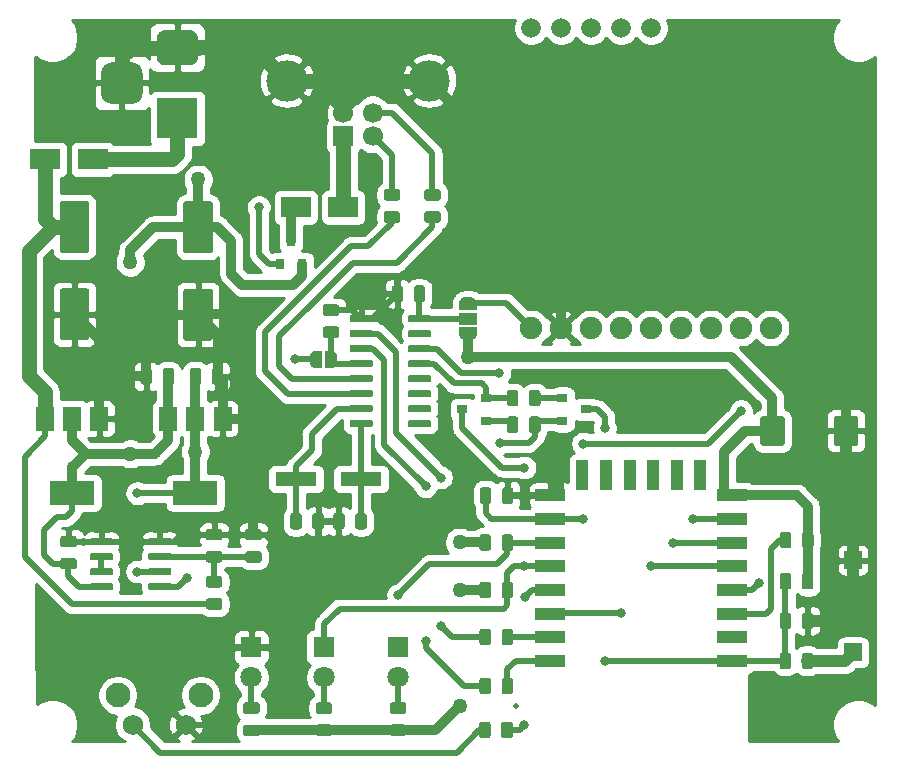
<source format=gbr>
G04 #@! TF.GenerationSoftware,KiCad,Pcbnew,(5.1.5)-3*
G04 #@! TF.CreationDate,2021-12-10T20:52:45-03:00*
G04 #@! TF.ProjectId,server,73657276-6572-42e6-9b69-6361645f7063,rev?*
G04 #@! TF.SameCoordinates,Original*
G04 #@! TF.FileFunction,Copper,L1,Top*
G04 #@! TF.FilePolarity,Positive*
%FSLAX46Y46*%
G04 Gerber Fmt 4.6, Leading zero omitted, Abs format (unit mm)*
G04 Created by KiCad (PCBNEW (5.1.5)-3) date 2021-12-10 20:52:45*
%MOMM*%
%LPD*%
G04 APERTURE LIST*
%ADD10R,1.500000X1.500000*%
%ADD11C,0.100000*%
%ADD12R,1.500000X1.000000*%
%ADD13C,2.100000*%
%ADD14C,1.750000*%
%ADD15R,1.100000X2.500000*%
%ADD16R,2.500000X1.100000*%
%ADD17R,3.500000X1.200000*%
%ADD18R,3.500000X3.500000*%
%ADD19C,1.700000*%
%ADD20C,3.500000*%
%ADD21R,1.700000X1.700000*%
%ADD22R,1.500000X2.000000*%
%ADD23R,3.800000X2.000000*%
%ADD24R,0.900000X0.800000*%
%ADD25R,0.800000X0.900000*%
%ADD26C,1.905000*%
%ADD27C,1.665000*%
%ADD28C,1.800000*%
%ADD29R,1.800000X1.800000*%
%ADD30R,2.500000X1.800000*%
%ADD31C,1.270000*%
%ADD32C,0.800000*%
%ADD33C,0.812800*%
%ADD34C,1.270000*%
%ADD35C,0.812800*%
%ADD36C,0.508000*%
%ADD37C,1.016000*%
%ADD38C,0.254000*%
G04 APERTURE END LIST*
D10*
X96169480Y-80468300D03*
X96169480Y-72668300D03*
G04 #@! TA.AperFunction,SMDPad,CuDef*
D11*
G36*
X57851742Y-49405214D02*
G01*
X57875403Y-49408724D01*
X57898607Y-49414536D01*
X57921129Y-49422594D01*
X57942753Y-49432822D01*
X57963270Y-49445119D01*
X57982483Y-49459369D01*
X58000207Y-49475433D01*
X58016271Y-49493157D01*
X58030521Y-49512370D01*
X58042818Y-49532887D01*
X58053046Y-49554511D01*
X58061104Y-49577033D01*
X58066916Y-49600237D01*
X58070426Y-49623898D01*
X58071600Y-49647790D01*
X58071600Y-50560290D01*
X58070426Y-50584182D01*
X58066916Y-50607843D01*
X58061104Y-50631047D01*
X58053046Y-50653569D01*
X58042818Y-50675193D01*
X58030521Y-50695710D01*
X58016271Y-50714923D01*
X58000207Y-50732647D01*
X57982483Y-50748711D01*
X57963270Y-50762961D01*
X57942753Y-50775258D01*
X57921129Y-50785486D01*
X57898607Y-50793544D01*
X57875403Y-50799356D01*
X57851742Y-50802866D01*
X57827850Y-50804040D01*
X57340350Y-50804040D01*
X57316458Y-50802866D01*
X57292797Y-50799356D01*
X57269593Y-50793544D01*
X57247071Y-50785486D01*
X57225447Y-50775258D01*
X57204930Y-50762961D01*
X57185717Y-50748711D01*
X57167993Y-50732647D01*
X57151929Y-50714923D01*
X57137679Y-50695710D01*
X57125382Y-50675193D01*
X57115154Y-50653569D01*
X57107096Y-50631047D01*
X57101284Y-50607843D01*
X57097774Y-50584182D01*
X57096600Y-50560290D01*
X57096600Y-49647790D01*
X57097774Y-49623898D01*
X57101284Y-49600237D01*
X57107096Y-49577033D01*
X57115154Y-49554511D01*
X57125382Y-49532887D01*
X57137679Y-49512370D01*
X57151929Y-49493157D01*
X57167993Y-49475433D01*
X57185717Y-49459369D01*
X57204930Y-49445119D01*
X57225447Y-49432822D01*
X57247071Y-49422594D01*
X57269593Y-49414536D01*
X57292797Y-49408724D01*
X57316458Y-49405214D01*
X57340350Y-49404040D01*
X57827850Y-49404040D01*
X57851742Y-49405214D01*
G37*
G04 #@! TD.AperFunction*
G04 #@! TA.AperFunction,SMDPad,CuDef*
G36*
X59726742Y-49405214D02*
G01*
X59750403Y-49408724D01*
X59773607Y-49414536D01*
X59796129Y-49422594D01*
X59817753Y-49432822D01*
X59838270Y-49445119D01*
X59857483Y-49459369D01*
X59875207Y-49475433D01*
X59891271Y-49493157D01*
X59905521Y-49512370D01*
X59917818Y-49532887D01*
X59928046Y-49554511D01*
X59936104Y-49577033D01*
X59941916Y-49600237D01*
X59945426Y-49623898D01*
X59946600Y-49647790D01*
X59946600Y-50560290D01*
X59945426Y-50584182D01*
X59941916Y-50607843D01*
X59936104Y-50631047D01*
X59928046Y-50653569D01*
X59917818Y-50675193D01*
X59905521Y-50695710D01*
X59891271Y-50714923D01*
X59875207Y-50732647D01*
X59857483Y-50748711D01*
X59838270Y-50762961D01*
X59817753Y-50775258D01*
X59796129Y-50785486D01*
X59773607Y-50793544D01*
X59750403Y-50799356D01*
X59726742Y-50802866D01*
X59702850Y-50804040D01*
X59215350Y-50804040D01*
X59191458Y-50802866D01*
X59167797Y-50799356D01*
X59144593Y-50793544D01*
X59122071Y-50785486D01*
X59100447Y-50775258D01*
X59079930Y-50762961D01*
X59060717Y-50748711D01*
X59042993Y-50732647D01*
X59026929Y-50714923D01*
X59012679Y-50695710D01*
X59000382Y-50675193D01*
X58990154Y-50653569D01*
X58982096Y-50631047D01*
X58976284Y-50607843D01*
X58972774Y-50584182D01*
X58971600Y-50560290D01*
X58971600Y-49647790D01*
X58972774Y-49623898D01*
X58976284Y-49600237D01*
X58982096Y-49577033D01*
X58990154Y-49554511D01*
X59000382Y-49532887D01*
X59012679Y-49512370D01*
X59026929Y-49493157D01*
X59042993Y-49475433D01*
X59060717Y-49459369D01*
X59079930Y-49445119D01*
X59100447Y-49432822D01*
X59122071Y-49422594D01*
X59144593Y-49414536D01*
X59167797Y-49408724D01*
X59191458Y-49405214D01*
X59215350Y-49404040D01*
X59702850Y-49404040D01*
X59726742Y-49405214D01*
G37*
G04 #@! TD.AperFunction*
G04 #@! TA.AperFunction,SMDPad,CuDef*
G36*
X52443462Y-50994154D02*
G01*
X52467123Y-50997664D01*
X52490327Y-51003476D01*
X52512849Y-51011534D01*
X52534473Y-51021762D01*
X52554990Y-51034059D01*
X52574203Y-51048309D01*
X52591927Y-51064373D01*
X52607991Y-51082097D01*
X52622241Y-51101310D01*
X52634538Y-51121827D01*
X52644766Y-51143451D01*
X52652824Y-51165973D01*
X52658636Y-51189177D01*
X52662146Y-51212838D01*
X52663320Y-51236730D01*
X52663320Y-51724230D01*
X52662146Y-51748122D01*
X52658636Y-51771783D01*
X52652824Y-51794987D01*
X52644766Y-51817509D01*
X52634538Y-51839133D01*
X52622241Y-51859650D01*
X52607991Y-51878863D01*
X52591927Y-51896587D01*
X52574203Y-51912651D01*
X52554990Y-51926901D01*
X52534473Y-51939198D01*
X52512849Y-51949426D01*
X52490327Y-51957484D01*
X52467123Y-51963296D01*
X52443462Y-51966806D01*
X52419570Y-51967980D01*
X51507070Y-51967980D01*
X51483178Y-51966806D01*
X51459517Y-51963296D01*
X51436313Y-51957484D01*
X51413791Y-51949426D01*
X51392167Y-51939198D01*
X51371650Y-51926901D01*
X51352437Y-51912651D01*
X51334713Y-51896587D01*
X51318649Y-51878863D01*
X51304399Y-51859650D01*
X51292102Y-51839133D01*
X51281874Y-51817509D01*
X51273816Y-51794987D01*
X51268004Y-51771783D01*
X51264494Y-51748122D01*
X51263320Y-51724230D01*
X51263320Y-51236730D01*
X51264494Y-51212838D01*
X51268004Y-51189177D01*
X51273816Y-51165973D01*
X51281874Y-51143451D01*
X51292102Y-51121827D01*
X51304399Y-51101310D01*
X51318649Y-51082097D01*
X51334713Y-51064373D01*
X51352437Y-51048309D01*
X51371650Y-51034059D01*
X51392167Y-51021762D01*
X51413791Y-51011534D01*
X51436313Y-51003476D01*
X51459517Y-50997664D01*
X51483178Y-50994154D01*
X51507070Y-50992980D01*
X52419570Y-50992980D01*
X52443462Y-50994154D01*
G37*
G04 #@! TD.AperFunction*
G04 #@! TA.AperFunction,SMDPad,CuDef*
G36*
X52443462Y-52869154D02*
G01*
X52467123Y-52872664D01*
X52490327Y-52878476D01*
X52512849Y-52886534D01*
X52534473Y-52896762D01*
X52554990Y-52909059D01*
X52574203Y-52923309D01*
X52591927Y-52939373D01*
X52607991Y-52957097D01*
X52622241Y-52976310D01*
X52634538Y-52996827D01*
X52644766Y-53018451D01*
X52652824Y-53040973D01*
X52658636Y-53064177D01*
X52662146Y-53087838D01*
X52663320Y-53111730D01*
X52663320Y-53599230D01*
X52662146Y-53623122D01*
X52658636Y-53646783D01*
X52652824Y-53669987D01*
X52644766Y-53692509D01*
X52634538Y-53714133D01*
X52622241Y-53734650D01*
X52607991Y-53753863D01*
X52591927Y-53771587D01*
X52574203Y-53787651D01*
X52554990Y-53801901D01*
X52534473Y-53814198D01*
X52512849Y-53824426D01*
X52490327Y-53832484D01*
X52467123Y-53838296D01*
X52443462Y-53841806D01*
X52419570Y-53842980D01*
X51507070Y-53842980D01*
X51483178Y-53841806D01*
X51459517Y-53838296D01*
X51436313Y-53832484D01*
X51413791Y-53824426D01*
X51392167Y-53814198D01*
X51371650Y-53801901D01*
X51352437Y-53787651D01*
X51334713Y-53771587D01*
X51318649Y-53753863D01*
X51304399Y-53734650D01*
X51292102Y-53714133D01*
X51281874Y-53692509D01*
X51273816Y-53669987D01*
X51268004Y-53646783D01*
X51264494Y-53623122D01*
X51263320Y-53599230D01*
X51263320Y-53111730D01*
X51264494Y-53087838D01*
X51268004Y-53064177D01*
X51273816Y-53040973D01*
X51281874Y-53018451D01*
X51292102Y-52996827D01*
X51304399Y-52976310D01*
X51318649Y-52957097D01*
X51334713Y-52939373D01*
X51352437Y-52923309D01*
X51371650Y-52909059D01*
X51392167Y-52896762D01*
X51413791Y-52886534D01*
X51436313Y-52878476D01*
X51459517Y-52872664D01*
X51483178Y-52869154D01*
X51507070Y-52867980D01*
X52419570Y-52867980D01*
X52443462Y-52869154D01*
G37*
G04 #@! TD.AperFunction*
G04 #@! TA.AperFunction,SMDPad,CuDef*
G36*
X50673240Y-56416038D02*
G01*
X50648706Y-56416038D01*
X50599875Y-56411228D01*
X50551750Y-56401656D01*
X50504795Y-56387412D01*
X50459462Y-56368635D01*
X50416189Y-56345504D01*
X50375390Y-56318244D01*
X50337461Y-56287116D01*
X50302764Y-56252419D01*
X50271636Y-56214490D01*
X50244376Y-56173691D01*
X50221245Y-56130418D01*
X50202468Y-56085085D01*
X50188224Y-56038130D01*
X50178652Y-55990005D01*
X50173842Y-55941174D01*
X50173842Y-55916640D01*
X50173240Y-55916640D01*
X50173240Y-55416640D01*
X50173842Y-55416640D01*
X50173842Y-55392106D01*
X50178652Y-55343275D01*
X50188224Y-55295150D01*
X50202468Y-55248195D01*
X50221245Y-55202862D01*
X50244376Y-55159589D01*
X50271636Y-55118790D01*
X50302764Y-55080861D01*
X50337461Y-55046164D01*
X50375390Y-55015036D01*
X50416189Y-54987776D01*
X50459462Y-54964645D01*
X50504795Y-54945868D01*
X50551750Y-54931624D01*
X50599875Y-54922052D01*
X50648706Y-54917242D01*
X50673240Y-54917242D01*
X50673240Y-54916640D01*
X51173240Y-54916640D01*
X51173240Y-56416640D01*
X50673240Y-56416640D01*
X50673240Y-56416038D01*
G37*
G04 #@! TD.AperFunction*
G04 #@! TA.AperFunction,SMDPad,CuDef*
G36*
X51473240Y-54916640D02*
G01*
X51973240Y-54916640D01*
X51973240Y-54917242D01*
X51997774Y-54917242D01*
X52046605Y-54922052D01*
X52094730Y-54931624D01*
X52141685Y-54945868D01*
X52187018Y-54964645D01*
X52230291Y-54987776D01*
X52271090Y-55015036D01*
X52309019Y-55046164D01*
X52343716Y-55080861D01*
X52374844Y-55118790D01*
X52402104Y-55159589D01*
X52425235Y-55202862D01*
X52444012Y-55248195D01*
X52458256Y-55295150D01*
X52467828Y-55343275D01*
X52472638Y-55392106D01*
X52472638Y-55416640D01*
X52473240Y-55416640D01*
X52473240Y-55916640D01*
X52472638Y-55916640D01*
X52472638Y-55941174D01*
X52467828Y-55990005D01*
X52458256Y-56038130D01*
X52444012Y-56085085D01*
X52425235Y-56130418D01*
X52402104Y-56173691D01*
X52374844Y-56214490D01*
X52343716Y-56252419D01*
X52309019Y-56287116D01*
X52271090Y-56318244D01*
X52230291Y-56345504D01*
X52187018Y-56368635D01*
X52141685Y-56387412D01*
X52094730Y-56401656D01*
X52046605Y-56411228D01*
X51997774Y-56416038D01*
X51973240Y-56416038D01*
X51973240Y-56416640D01*
X51473240Y-56416640D01*
X51473240Y-54916640D01*
G37*
G04 #@! TD.AperFunction*
D12*
X63558420Y-52207160D03*
G04 #@! TA.AperFunction,SMDPad,CuDef*
D11*
G36*
X62809022Y-50907160D02*
G01*
X62809022Y-50882626D01*
X62813832Y-50833795D01*
X62823404Y-50785670D01*
X62837648Y-50738715D01*
X62856425Y-50693382D01*
X62879556Y-50650109D01*
X62906816Y-50609310D01*
X62937944Y-50571381D01*
X62972641Y-50536684D01*
X63010570Y-50505556D01*
X63051369Y-50478296D01*
X63094642Y-50455165D01*
X63139975Y-50436388D01*
X63186930Y-50422144D01*
X63235055Y-50412572D01*
X63283886Y-50407762D01*
X63308420Y-50407762D01*
X63308420Y-50407160D01*
X63808420Y-50407160D01*
X63808420Y-50407762D01*
X63832954Y-50407762D01*
X63881785Y-50412572D01*
X63929910Y-50422144D01*
X63976865Y-50436388D01*
X64022198Y-50455165D01*
X64065471Y-50478296D01*
X64106270Y-50505556D01*
X64144199Y-50536684D01*
X64178896Y-50571381D01*
X64210024Y-50609310D01*
X64237284Y-50650109D01*
X64260415Y-50693382D01*
X64279192Y-50738715D01*
X64293436Y-50785670D01*
X64303008Y-50833795D01*
X64307818Y-50882626D01*
X64307818Y-50907160D01*
X64308420Y-50907160D01*
X64308420Y-51457160D01*
X62808420Y-51457160D01*
X62808420Y-50907160D01*
X62809022Y-50907160D01*
G37*
G04 #@! TD.AperFunction*
G04 #@! TA.AperFunction,SMDPad,CuDef*
G36*
X64308420Y-52957160D02*
G01*
X64308420Y-53507160D01*
X64307818Y-53507160D01*
X64307818Y-53531694D01*
X64303008Y-53580525D01*
X64293436Y-53628650D01*
X64279192Y-53675605D01*
X64260415Y-53720938D01*
X64237284Y-53764211D01*
X64210024Y-53805010D01*
X64178896Y-53842939D01*
X64144199Y-53877636D01*
X64106270Y-53908764D01*
X64065471Y-53936024D01*
X64022198Y-53959155D01*
X63976865Y-53977932D01*
X63929910Y-53992176D01*
X63881785Y-54001748D01*
X63832954Y-54006558D01*
X63808420Y-54006558D01*
X63808420Y-54007160D01*
X63308420Y-54007160D01*
X63308420Y-54006558D01*
X63283886Y-54006558D01*
X63235055Y-54001748D01*
X63186930Y-53992176D01*
X63139975Y-53977932D01*
X63094642Y-53959155D01*
X63051369Y-53936024D01*
X63010570Y-53908764D01*
X62972641Y-53877636D01*
X62937944Y-53842939D01*
X62906816Y-53805010D01*
X62879556Y-53764211D01*
X62856425Y-53720938D01*
X62837648Y-53675605D01*
X62823404Y-53628650D01*
X62813832Y-53580525D01*
X62809022Y-53531694D01*
X62809022Y-53507160D01*
X62808420Y-53507160D01*
X62808420Y-52957160D01*
X64308420Y-52957160D01*
G37*
G04 #@! TD.AperFunction*
G04 #@! TA.AperFunction,SMDPad,CuDef*
G36*
X92579102Y-80492274D02*
G01*
X92602763Y-80495784D01*
X92625967Y-80501596D01*
X92648489Y-80509654D01*
X92670113Y-80519882D01*
X92690630Y-80532179D01*
X92709843Y-80546429D01*
X92727567Y-80562493D01*
X92743631Y-80580217D01*
X92757881Y-80599430D01*
X92770178Y-80619947D01*
X92780406Y-80641571D01*
X92788464Y-80664093D01*
X92794276Y-80687297D01*
X92797786Y-80710958D01*
X92798960Y-80734850D01*
X92798960Y-81647350D01*
X92797786Y-81671242D01*
X92794276Y-81694903D01*
X92788464Y-81718107D01*
X92780406Y-81740629D01*
X92770178Y-81762253D01*
X92757881Y-81782770D01*
X92743631Y-81801983D01*
X92727567Y-81819707D01*
X92709843Y-81835771D01*
X92690630Y-81850021D01*
X92670113Y-81862318D01*
X92648489Y-81872546D01*
X92625967Y-81880604D01*
X92602763Y-81886416D01*
X92579102Y-81889926D01*
X92555210Y-81891100D01*
X92067710Y-81891100D01*
X92043818Y-81889926D01*
X92020157Y-81886416D01*
X91996953Y-81880604D01*
X91974431Y-81872546D01*
X91952807Y-81862318D01*
X91932290Y-81850021D01*
X91913077Y-81835771D01*
X91895353Y-81819707D01*
X91879289Y-81801983D01*
X91865039Y-81782770D01*
X91852742Y-81762253D01*
X91842514Y-81740629D01*
X91834456Y-81718107D01*
X91828644Y-81694903D01*
X91825134Y-81671242D01*
X91823960Y-81647350D01*
X91823960Y-80734850D01*
X91825134Y-80710958D01*
X91828644Y-80687297D01*
X91834456Y-80664093D01*
X91842514Y-80641571D01*
X91852742Y-80619947D01*
X91865039Y-80599430D01*
X91879289Y-80580217D01*
X91895353Y-80562493D01*
X91913077Y-80546429D01*
X91932290Y-80532179D01*
X91952807Y-80519882D01*
X91974431Y-80509654D01*
X91996953Y-80501596D01*
X92020157Y-80495784D01*
X92043818Y-80492274D01*
X92067710Y-80491100D01*
X92555210Y-80491100D01*
X92579102Y-80492274D01*
G37*
G04 #@! TD.AperFunction*
G04 #@! TA.AperFunction,SMDPad,CuDef*
G36*
X90704102Y-80492274D02*
G01*
X90727763Y-80495784D01*
X90750967Y-80501596D01*
X90773489Y-80509654D01*
X90795113Y-80519882D01*
X90815630Y-80532179D01*
X90834843Y-80546429D01*
X90852567Y-80562493D01*
X90868631Y-80580217D01*
X90882881Y-80599430D01*
X90895178Y-80619947D01*
X90905406Y-80641571D01*
X90913464Y-80664093D01*
X90919276Y-80687297D01*
X90922786Y-80710958D01*
X90923960Y-80734850D01*
X90923960Y-81647350D01*
X90922786Y-81671242D01*
X90919276Y-81694903D01*
X90913464Y-81718107D01*
X90905406Y-81740629D01*
X90895178Y-81762253D01*
X90882881Y-81782770D01*
X90868631Y-81801983D01*
X90852567Y-81819707D01*
X90834843Y-81835771D01*
X90815630Y-81850021D01*
X90795113Y-81862318D01*
X90773489Y-81872546D01*
X90750967Y-81880604D01*
X90727763Y-81886416D01*
X90704102Y-81889926D01*
X90680210Y-81891100D01*
X90192710Y-81891100D01*
X90168818Y-81889926D01*
X90145157Y-81886416D01*
X90121953Y-81880604D01*
X90099431Y-81872546D01*
X90077807Y-81862318D01*
X90057290Y-81850021D01*
X90038077Y-81835771D01*
X90020353Y-81819707D01*
X90004289Y-81801983D01*
X89990039Y-81782770D01*
X89977742Y-81762253D01*
X89967514Y-81740629D01*
X89959456Y-81718107D01*
X89953644Y-81694903D01*
X89950134Y-81671242D01*
X89948960Y-81647350D01*
X89948960Y-80734850D01*
X89950134Y-80710958D01*
X89953644Y-80687297D01*
X89959456Y-80664093D01*
X89967514Y-80641571D01*
X89977742Y-80619947D01*
X89990039Y-80599430D01*
X90004289Y-80580217D01*
X90020353Y-80562493D01*
X90038077Y-80546429D01*
X90057290Y-80532179D01*
X90077807Y-80519882D01*
X90099431Y-80509654D01*
X90121953Y-80501596D01*
X90145157Y-80495784D01*
X90168818Y-80492274D01*
X90192710Y-80491100D01*
X90680210Y-80491100D01*
X90704102Y-80492274D01*
G37*
G04 #@! TD.AperFunction*
D13*
X40924800Y-84108760D03*
D14*
X39674800Y-86598760D03*
X35174800Y-86598760D03*
D13*
X33914800Y-84108760D03*
G04 #@! TA.AperFunction,SMDPad,CuDef*
D11*
G36*
X96385584Y-60443124D02*
G01*
X96409853Y-60446724D01*
X96433651Y-60452685D01*
X96456751Y-60460950D01*
X96478929Y-60471440D01*
X96499973Y-60484053D01*
X96519678Y-60498667D01*
X96537857Y-60515143D01*
X96554333Y-60533322D01*
X96568947Y-60553027D01*
X96581560Y-60574071D01*
X96592050Y-60596249D01*
X96600315Y-60619349D01*
X96606276Y-60643147D01*
X96609876Y-60667416D01*
X96611080Y-60691920D01*
X96611080Y-62741920D01*
X96609876Y-62766424D01*
X96606276Y-62790693D01*
X96600315Y-62814491D01*
X96592050Y-62837591D01*
X96581560Y-62859769D01*
X96568947Y-62880813D01*
X96554333Y-62900518D01*
X96537857Y-62918697D01*
X96519678Y-62935173D01*
X96499973Y-62949787D01*
X96478929Y-62962400D01*
X96456751Y-62972890D01*
X96433651Y-62981155D01*
X96409853Y-62987116D01*
X96385584Y-62990716D01*
X96361080Y-62991920D01*
X94786080Y-62991920D01*
X94761576Y-62990716D01*
X94737307Y-62987116D01*
X94713509Y-62981155D01*
X94690409Y-62972890D01*
X94668231Y-62962400D01*
X94647187Y-62949787D01*
X94627482Y-62935173D01*
X94609303Y-62918697D01*
X94592827Y-62900518D01*
X94578213Y-62880813D01*
X94565600Y-62859769D01*
X94555110Y-62837591D01*
X94546845Y-62814491D01*
X94540884Y-62790693D01*
X94537284Y-62766424D01*
X94536080Y-62741920D01*
X94536080Y-60691920D01*
X94537284Y-60667416D01*
X94540884Y-60643147D01*
X94546845Y-60619349D01*
X94555110Y-60596249D01*
X94565600Y-60574071D01*
X94578213Y-60553027D01*
X94592827Y-60533322D01*
X94609303Y-60515143D01*
X94627482Y-60498667D01*
X94647187Y-60484053D01*
X94668231Y-60471440D01*
X94690409Y-60460950D01*
X94713509Y-60452685D01*
X94737307Y-60446724D01*
X94761576Y-60443124D01*
X94786080Y-60441920D01*
X96361080Y-60441920D01*
X96385584Y-60443124D01*
G37*
G04 #@! TD.AperFunction*
G04 #@! TA.AperFunction,SMDPad,CuDef*
G36*
X90160584Y-60443124D02*
G01*
X90184853Y-60446724D01*
X90208651Y-60452685D01*
X90231751Y-60460950D01*
X90253929Y-60471440D01*
X90274973Y-60484053D01*
X90294678Y-60498667D01*
X90312857Y-60515143D01*
X90329333Y-60533322D01*
X90343947Y-60553027D01*
X90356560Y-60574071D01*
X90367050Y-60596249D01*
X90375315Y-60619349D01*
X90381276Y-60643147D01*
X90384876Y-60667416D01*
X90386080Y-60691920D01*
X90386080Y-62741920D01*
X90384876Y-62766424D01*
X90381276Y-62790693D01*
X90375315Y-62814491D01*
X90367050Y-62837591D01*
X90356560Y-62859769D01*
X90343947Y-62880813D01*
X90329333Y-62900518D01*
X90312857Y-62918697D01*
X90294678Y-62935173D01*
X90274973Y-62949787D01*
X90253929Y-62962400D01*
X90231751Y-62972890D01*
X90208651Y-62981155D01*
X90184853Y-62987116D01*
X90160584Y-62990716D01*
X90136080Y-62991920D01*
X88561080Y-62991920D01*
X88536576Y-62990716D01*
X88512307Y-62987116D01*
X88488509Y-62981155D01*
X88465409Y-62972890D01*
X88443231Y-62962400D01*
X88422187Y-62949787D01*
X88402482Y-62935173D01*
X88384303Y-62918697D01*
X88367827Y-62900518D01*
X88353213Y-62880813D01*
X88340600Y-62859769D01*
X88330110Y-62837591D01*
X88321845Y-62814491D01*
X88315884Y-62790693D01*
X88312284Y-62766424D01*
X88311080Y-62741920D01*
X88311080Y-60691920D01*
X88312284Y-60667416D01*
X88315884Y-60643147D01*
X88321845Y-60619349D01*
X88330110Y-60596249D01*
X88340600Y-60574071D01*
X88353213Y-60553027D01*
X88367827Y-60533322D01*
X88384303Y-60515143D01*
X88402482Y-60498667D01*
X88422187Y-60484053D01*
X88443231Y-60471440D01*
X88465409Y-60460950D01*
X88488509Y-60452685D01*
X88512307Y-60446724D01*
X88536576Y-60443124D01*
X88561080Y-60441920D01*
X90136080Y-60441920D01*
X90160584Y-60443124D01*
G37*
G04 #@! TD.AperFunction*
G04 #@! TA.AperFunction,SMDPad,CuDef*
G36*
X41740704Y-49685004D02*
G01*
X41764973Y-49688604D01*
X41788771Y-49694565D01*
X41811871Y-49702830D01*
X41834049Y-49713320D01*
X41855093Y-49725933D01*
X41874798Y-49740547D01*
X41892977Y-49757023D01*
X41909453Y-49775202D01*
X41924067Y-49794907D01*
X41936680Y-49815951D01*
X41947170Y-49838129D01*
X41955435Y-49861229D01*
X41961396Y-49885027D01*
X41964996Y-49909296D01*
X41966200Y-49933800D01*
X41966200Y-53833800D01*
X41964996Y-53858304D01*
X41961396Y-53882573D01*
X41955435Y-53906371D01*
X41947170Y-53929471D01*
X41936680Y-53951649D01*
X41924067Y-53972693D01*
X41909453Y-53992398D01*
X41892977Y-54010577D01*
X41874798Y-54027053D01*
X41855093Y-54041667D01*
X41834049Y-54054280D01*
X41811871Y-54064770D01*
X41788771Y-54073035D01*
X41764973Y-54078996D01*
X41740704Y-54082596D01*
X41716200Y-54083800D01*
X39716200Y-54083800D01*
X39691696Y-54082596D01*
X39667427Y-54078996D01*
X39643629Y-54073035D01*
X39620529Y-54064770D01*
X39598351Y-54054280D01*
X39577307Y-54041667D01*
X39557602Y-54027053D01*
X39539423Y-54010577D01*
X39522947Y-53992398D01*
X39508333Y-53972693D01*
X39495720Y-53951649D01*
X39485230Y-53929471D01*
X39476965Y-53906371D01*
X39471004Y-53882573D01*
X39467404Y-53858304D01*
X39466200Y-53833800D01*
X39466200Y-49933800D01*
X39467404Y-49909296D01*
X39471004Y-49885027D01*
X39476965Y-49861229D01*
X39485230Y-49838129D01*
X39495720Y-49815951D01*
X39508333Y-49794907D01*
X39522947Y-49775202D01*
X39539423Y-49757023D01*
X39557602Y-49740547D01*
X39577307Y-49725933D01*
X39598351Y-49713320D01*
X39620529Y-49702830D01*
X39643629Y-49694565D01*
X39667427Y-49688604D01*
X39691696Y-49685004D01*
X39716200Y-49683800D01*
X41716200Y-49683800D01*
X41740704Y-49685004D01*
G37*
G04 #@! TD.AperFunction*
G04 #@! TA.AperFunction,SMDPad,CuDef*
G36*
X41740704Y-42285004D02*
G01*
X41764973Y-42288604D01*
X41788771Y-42294565D01*
X41811871Y-42302830D01*
X41834049Y-42313320D01*
X41855093Y-42325933D01*
X41874798Y-42340547D01*
X41892977Y-42357023D01*
X41909453Y-42375202D01*
X41924067Y-42394907D01*
X41936680Y-42415951D01*
X41947170Y-42438129D01*
X41955435Y-42461229D01*
X41961396Y-42485027D01*
X41964996Y-42509296D01*
X41966200Y-42533800D01*
X41966200Y-46433800D01*
X41964996Y-46458304D01*
X41961396Y-46482573D01*
X41955435Y-46506371D01*
X41947170Y-46529471D01*
X41936680Y-46551649D01*
X41924067Y-46572693D01*
X41909453Y-46592398D01*
X41892977Y-46610577D01*
X41874798Y-46627053D01*
X41855093Y-46641667D01*
X41834049Y-46654280D01*
X41811871Y-46664770D01*
X41788771Y-46673035D01*
X41764973Y-46678996D01*
X41740704Y-46682596D01*
X41716200Y-46683800D01*
X39716200Y-46683800D01*
X39691696Y-46682596D01*
X39667427Y-46678996D01*
X39643629Y-46673035D01*
X39620529Y-46664770D01*
X39598351Y-46654280D01*
X39577307Y-46641667D01*
X39557602Y-46627053D01*
X39539423Y-46610577D01*
X39522947Y-46592398D01*
X39508333Y-46572693D01*
X39495720Y-46551649D01*
X39485230Y-46529471D01*
X39476965Y-46506371D01*
X39471004Y-46482573D01*
X39467404Y-46458304D01*
X39466200Y-46433800D01*
X39466200Y-42533800D01*
X39467404Y-42509296D01*
X39471004Y-42485027D01*
X39476965Y-42461229D01*
X39485230Y-42438129D01*
X39495720Y-42415951D01*
X39508333Y-42394907D01*
X39522947Y-42375202D01*
X39539423Y-42357023D01*
X39557602Y-42340547D01*
X39577307Y-42325933D01*
X39598351Y-42313320D01*
X39620529Y-42302830D01*
X39643629Y-42294565D01*
X39667427Y-42288604D01*
X39691696Y-42285004D01*
X39716200Y-42283800D01*
X41716200Y-42283800D01*
X41740704Y-42285004D01*
G37*
G04 #@! TD.AperFunction*
G04 #@! TA.AperFunction,SMDPad,CuDef*
G36*
X31275904Y-49634204D02*
G01*
X31300173Y-49637804D01*
X31323971Y-49643765D01*
X31347071Y-49652030D01*
X31369249Y-49662520D01*
X31390293Y-49675133D01*
X31409998Y-49689747D01*
X31428177Y-49706223D01*
X31444653Y-49724402D01*
X31459267Y-49744107D01*
X31471880Y-49765151D01*
X31482370Y-49787329D01*
X31490635Y-49810429D01*
X31496596Y-49834227D01*
X31500196Y-49858496D01*
X31501400Y-49883000D01*
X31501400Y-53783000D01*
X31500196Y-53807504D01*
X31496596Y-53831773D01*
X31490635Y-53855571D01*
X31482370Y-53878671D01*
X31471880Y-53900849D01*
X31459267Y-53921893D01*
X31444653Y-53941598D01*
X31428177Y-53959777D01*
X31409998Y-53976253D01*
X31390293Y-53990867D01*
X31369249Y-54003480D01*
X31347071Y-54013970D01*
X31323971Y-54022235D01*
X31300173Y-54028196D01*
X31275904Y-54031796D01*
X31251400Y-54033000D01*
X29251400Y-54033000D01*
X29226896Y-54031796D01*
X29202627Y-54028196D01*
X29178829Y-54022235D01*
X29155729Y-54013970D01*
X29133551Y-54003480D01*
X29112507Y-53990867D01*
X29092802Y-53976253D01*
X29074623Y-53959777D01*
X29058147Y-53941598D01*
X29043533Y-53921893D01*
X29030920Y-53900849D01*
X29020430Y-53878671D01*
X29012165Y-53855571D01*
X29006204Y-53831773D01*
X29002604Y-53807504D01*
X29001400Y-53783000D01*
X29001400Y-49883000D01*
X29002604Y-49858496D01*
X29006204Y-49834227D01*
X29012165Y-49810429D01*
X29020430Y-49787329D01*
X29030920Y-49765151D01*
X29043533Y-49744107D01*
X29058147Y-49724402D01*
X29074623Y-49706223D01*
X29092802Y-49689747D01*
X29112507Y-49675133D01*
X29133551Y-49662520D01*
X29155729Y-49652030D01*
X29178829Y-49643765D01*
X29202627Y-49637804D01*
X29226896Y-49634204D01*
X29251400Y-49633000D01*
X31251400Y-49633000D01*
X31275904Y-49634204D01*
G37*
G04 #@! TD.AperFunction*
G04 #@! TA.AperFunction,SMDPad,CuDef*
G36*
X31275904Y-42234204D02*
G01*
X31300173Y-42237804D01*
X31323971Y-42243765D01*
X31347071Y-42252030D01*
X31369249Y-42262520D01*
X31390293Y-42275133D01*
X31409998Y-42289747D01*
X31428177Y-42306223D01*
X31444653Y-42324402D01*
X31459267Y-42344107D01*
X31471880Y-42365151D01*
X31482370Y-42387329D01*
X31490635Y-42410429D01*
X31496596Y-42434227D01*
X31500196Y-42458496D01*
X31501400Y-42483000D01*
X31501400Y-46383000D01*
X31500196Y-46407504D01*
X31496596Y-46431773D01*
X31490635Y-46455571D01*
X31482370Y-46478671D01*
X31471880Y-46500849D01*
X31459267Y-46521893D01*
X31444653Y-46541598D01*
X31428177Y-46559777D01*
X31409998Y-46576253D01*
X31390293Y-46590867D01*
X31369249Y-46603480D01*
X31347071Y-46613970D01*
X31323971Y-46622235D01*
X31300173Y-46628196D01*
X31275904Y-46631796D01*
X31251400Y-46633000D01*
X29251400Y-46633000D01*
X29226896Y-46631796D01*
X29202627Y-46628196D01*
X29178829Y-46622235D01*
X29155729Y-46613970D01*
X29133551Y-46603480D01*
X29112507Y-46590867D01*
X29092802Y-46576253D01*
X29074623Y-46559777D01*
X29058147Y-46541598D01*
X29043533Y-46521893D01*
X29030920Y-46500849D01*
X29020430Y-46478671D01*
X29012165Y-46455571D01*
X29006204Y-46431773D01*
X29002604Y-46407504D01*
X29001400Y-46383000D01*
X29001400Y-42483000D01*
X29002604Y-42458496D01*
X29006204Y-42434227D01*
X29012165Y-42410429D01*
X29020430Y-42387329D01*
X29030920Y-42365151D01*
X29043533Y-42344107D01*
X29058147Y-42324402D01*
X29074623Y-42306223D01*
X29092802Y-42289747D01*
X29112507Y-42275133D01*
X29133551Y-42262520D01*
X29155729Y-42252030D01*
X29178829Y-42243765D01*
X29202627Y-42237804D01*
X29226896Y-42234204D01*
X29251400Y-42233000D01*
X31251400Y-42233000D01*
X31275904Y-42234204D01*
G37*
G04 #@! TD.AperFunction*
D15*
X73247320Y-65478400D03*
X75247320Y-65478400D03*
X77247320Y-65478400D03*
X79247320Y-65478400D03*
X81247320Y-65478400D03*
X83247320Y-65478400D03*
D16*
X70537320Y-81178400D03*
X70537320Y-79178400D03*
X70537320Y-77178400D03*
X70537320Y-75178400D03*
X70537320Y-73178400D03*
X70537320Y-71178400D03*
X70537320Y-69178400D03*
X70537320Y-67178400D03*
X85937320Y-67178400D03*
X85937320Y-69178400D03*
X85937320Y-71178400D03*
X85937320Y-73178400D03*
X85937320Y-75178400D03*
X85937320Y-77178400D03*
X85937320Y-79178400D03*
X85937320Y-81178400D03*
D17*
X49017740Y-65786000D03*
X54517740Y-65786000D03*
G04 #@! TA.AperFunction,SMDPad,CuDef*
D11*
G36*
X65263462Y-86339354D02*
G01*
X65287123Y-86342864D01*
X65310327Y-86348676D01*
X65332849Y-86356734D01*
X65354473Y-86366962D01*
X65374990Y-86379259D01*
X65394203Y-86393509D01*
X65411927Y-86409573D01*
X65427991Y-86427297D01*
X65442241Y-86446510D01*
X65454538Y-86467027D01*
X65464766Y-86488651D01*
X65472824Y-86511173D01*
X65478636Y-86534377D01*
X65482146Y-86558038D01*
X65483320Y-86581930D01*
X65483320Y-87494430D01*
X65482146Y-87518322D01*
X65478636Y-87541983D01*
X65472824Y-87565187D01*
X65464766Y-87587709D01*
X65454538Y-87609333D01*
X65442241Y-87629850D01*
X65427991Y-87649063D01*
X65411927Y-87666787D01*
X65394203Y-87682851D01*
X65374990Y-87697101D01*
X65354473Y-87709398D01*
X65332849Y-87719626D01*
X65310327Y-87727684D01*
X65287123Y-87733496D01*
X65263462Y-87737006D01*
X65239570Y-87738180D01*
X64752070Y-87738180D01*
X64728178Y-87737006D01*
X64704517Y-87733496D01*
X64681313Y-87727684D01*
X64658791Y-87719626D01*
X64637167Y-87709398D01*
X64616650Y-87697101D01*
X64597437Y-87682851D01*
X64579713Y-87666787D01*
X64563649Y-87649063D01*
X64549399Y-87629850D01*
X64537102Y-87609333D01*
X64526874Y-87587709D01*
X64518816Y-87565187D01*
X64513004Y-87541983D01*
X64509494Y-87518322D01*
X64508320Y-87494430D01*
X64508320Y-86581930D01*
X64509494Y-86558038D01*
X64513004Y-86534377D01*
X64518816Y-86511173D01*
X64526874Y-86488651D01*
X64537102Y-86467027D01*
X64549399Y-86446510D01*
X64563649Y-86427297D01*
X64579713Y-86409573D01*
X64597437Y-86393509D01*
X64616650Y-86379259D01*
X64637167Y-86366962D01*
X64658791Y-86356734D01*
X64681313Y-86348676D01*
X64704517Y-86342864D01*
X64728178Y-86339354D01*
X64752070Y-86338180D01*
X65239570Y-86338180D01*
X65263462Y-86339354D01*
G37*
G04 #@! TD.AperFunction*
G04 #@! TA.AperFunction,SMDPad,CuDef*
G36*
X67138462Y-86339354D02*
G01*
X67162123Y-86342864D01*
X67185327Y-86348676D01*
X67207849Y-86356734D01*
X67229473Y-86366962D01*
X67249990Y-86379259D01*
X67269203Y-86393509D01*
X67286927Y-86409573D01*
X67302991Y-86427297D01*
X67317241Y-86446510D01*
X67329538Y-86467027D01*
X67339766Y-86488651D01*
X67347824Y-86511173D01*
X67353636Y-86534377D01*
X67357146Y-86558038D01*
X67358320Y-86581930D01*
X67358320Y-87494430D01*
X67357146Y-87518322D01*
X67353636Y-87541983D01*
X67347824Y-87565187D01*
X67339766Y-87587709D01*
X67329538Y-87609333D01*
X67317241Y-87629850D01*
X67302991Y-87649063D01*
X67286927Y-87666787D01*
X67269203Y-87682851D01*
X67249990Y-87697101D01*
X67229473Y-87709398D01*
X67207849Y-87719626D01*
X67185327Y-87727684D01*
X67162123Y-87733496D01*
X67138462Y-87737006D01*
X67114570Y-87738180D01*
X66627070Y-87738180D01*
X66603178Y-87737006D01*
X66579517Y-87733496D01*
X66556313Y-87727684D01*
X66533791Y-87719626D01*
X66512167Y-87709398D01*
X66491650Y-87697101D01*
X66472437Y-87682851D01*
X66454713Y-87666787D01*
X66438649Y-87649063D01*
X66424399Y-87629850D01*
X66412102Y-87609333D01*
X66401874Y-87587709D01*
X66393816Y-87565187D01*
X66388004Y-87541983D01*
X66384494Y-87518322D01*
X66383320Y-87494430D01*
X66383320Y-86581930D01*
X66384494Y-86558038D01*
X66388004Y-86534377D01*
X66393816Y-86511173D01*
X66401874Y-86488651D01*
X66412102Y-86467027D01*
X66424399Y-86446510D01*
X66438649Y-86427297D01*
X66454713Y-86409573D01*
X66472437Y-86393509D01*
X66491650Y-86379259D01*
X66512167Y-86366962D01*
X66533791Y-86356734D01*
X66556313Y-86348676D01*
X66579517Y-86342864D01*
X66603178Y-86339354D01*
X66627070Y-86338180D01*
X67114570Y-86338180D01*
X67138462Y-86339354D01*
G37*
G04 #@! TD.AperFunction*
G04 #@! TA.AperFunction,SMDPad,CuDef*
G36*
X45709922Y-86577494D02*
G01*
X45733583Y-86581004D01*
X45756787Y-86586816D01*
X45779309Y-86594874D01*
X45800933Y-86605102D01*
X45821450Y-86617399D01*
X45840663Y-86631649D01*
X45858387Y-86647713D01*
X45874451Y-86665437D01*
X45888701Y-86684650D01*
X45900998Y-86705167D01*
X45911226Y-86726791D01*
X45919284Y-86749313D01*
X45925096Y-86772517D01*
X45928606Y-86796178D01*
X45929780Y-86820070D01*
X45929780Y-87307570D01*
X45928606Y-87331462D01*
X45925096Y-87355123D01*
X45919284Y-87378327D01*
X45911226Y-87400849D01*
X45900998Y-87422473D01*
X45888701Y-87442990D01*
X45874451Y-87462203D01*
X45858387Y-87479927D01*
X45840663Y-87495991D01*
X45821450Y-87510241D01*
X45800933Y-87522538D01*
X45779309Y-87532766D01*
X45756787Y-87540824D01*
X45733583Y-87546636D01*
X45709922Y-87550146D01*
X45686030Y-87551320D01*
X44773530Y-87551320D01*
X44749638Y-87550146D01*
X44725977Y-87546636D01*
X44702773Y-87540824D01*
X44680251Y-87532766D01*
X44658627Y-87522538D01*
X44638110Y-87510241D01*
X44618897Y-87495991D01*
X44601173Y-87479927D01*
X44585109Y-87462203D01*
X44570859Y-87442990D01*
X44558562Y-87422473D01*
X44548334Y-87400849D01*
X44540276Y-87378327D01*
X44534464Y-87355123D01*
X44530954Y-87331462D01*
X44529780Y-87307570D01*
X44529780Y-86820070D01*
X44530954Y-86796178D01*
X44534464Y-86772517D01*
X44540276Y-86749313D01*
X44548334Y-86726791D01*
X44558562Y-86705167D01*
X44570859Y-86684650D01*
X44585109Y-86665437D01*
X44601173Y-86647713D01*
X44618897Y-86631649D01*
X44638110Y-86617399D01*
X44658627Y-86605102D01*
X44680251Y-86594874D01*
X44702773Y-86586816D01*
X44725977Y-86581004D01*
X44749638Y-86577494D01*
X44773530Y-86576320D01*
X45686030Y-86576320D01*
X45709922Y-86577494D01*
G37*
G04 #@! TD.AperFunction*
G04 #@! TA.AperFunction,SMDPad,CuDef*
G36*
X45709922Y-84702494D02*
G01*
X45733583Y-84706004D01*
X45756787Y-84711816D01*
X45779309Y-84719874D01*
X45800933Y-84730102D01*
X45821450Y-84742399D01*
X45840663Y-84756649D01*
X45858387Y-84772713D01*
X45874451Y-84790437D01*
X45888701Y-84809650D01*
X45900998Y-84830167D01*
X45911226Y-84851791D01*
X45919284Y-84874313D01*
X45925096Y-84897517D01*
X45928606Y-84921178D01*
X45929780Y-84945070D01*
X45929780Y-85432570D01*
X45928606Y-85456462D01*
X45925096Y-85480123D01*
X45919284Y-85503327D01*
X45911226Y-85525849D01*
X45900998Y-85547473D01*
X45888701Y-85567990D01*
X45874451Y-85587203D01*
X45858387Y-85604927D01*
X45840663Y-85620991D01*
X45821450Y-85635241D01*
X45800933Y-85647538D01*
X45779309Y-85657766D01*
X45756787Y-85665824D01*
X45733583Y-85671636D01*
X45709922Y-85675146D01*
X45686030Y-85676320D01*
X44773530Y-85676320D01*
X44749638Y-85675146D01*
X44725977Y-85671636D01*
X44702773Y-85665824D01*
X44680251Y-85657766D01*
X44658627Y-85647538D01*
X44638110Y-85635241D01*
X44618897Y-85620991D01*
X44601173Y-85604927D01*
X44585109Y-85587203D01*
X44570859Y-85567990D01*
X44558562Y-85547473D01*
X44548334Y-85525849D01*
X44540276Y-85503327D01*
X44534464Y-85480123D01*
X44530954Y-85456462D01*
X44529780Y-85432570D01*
X44529780Y-84945070D01*
X44530954Y-84921178D01*
X44534464Y-84897517D01*
X44540276Y-84874313D01*
X44548334Y-84851791D01*
X44558562Y-84830167D01*
X44570859Y-84809650D01*
X44585109Y-84790437D01*
X44601173Y-84772713D01*
X44618897Y-84756649D01*
X44638110Y-84742399D01*
X44658627Y-84730102D01*
X44680251Y-84719874D01*
X44702773Y-84711816D01*
X44725977Y-84706004D01*
X44749638Y-84702494D01*
X44773530Y-84701320D01*
X45686030Y-84701320D01*
X45709922Y-84702494D01*
G37*
G04 #@! TD.AperFunction*
G04 #@! TA.AperFunction,SMDPad,CuDef*
G36*
X58127982Y-86569874D02*
G01*
X58151643Y-86573384D01*
X58174847Y-86579196D01*
X58197369Y-86587254D01*
X58218993Y-86597482D01*
X58239510Y-86609779D01*
X58258723Y-86624029D01*
X58276447Y-86640093D01*
X58292511Y-86657817D01*
X58306761Y-86677030D01*
X58319058Y-86697547D01*
X58329286Y-86719171D01*
X58337344Y-86741693D01*
X58343156Y-86764897D01*
X58346666Y-86788558D01*
X58347840Y-86812450D01*
X58347840Y-87299950D01*
X58346666Y-87323842D01*
X58343156Y-87347503D01*
X58337344Y-87370707D01*
X58329286Y-87393229D01*
X58319058Y-87414853D01*
X58306761Y-87435370D01*
X58292511Y-87454583D01*
X58276447Y-87472307D01*
X58258723Y-87488371D01*
X58239510Y-87502621D01*
X58218993Y-87514918D01*
X58197369Y-87525146D01*
X58174847Y-87533204D01*
X58151643Y-87539016D01*
X58127982Y-87542526D01*
X58104090Y-87543700D01*
X57191590Y-87543700D01*
X57167698Y-87542526D01*
X57144037Y-87539016D01*
X57120833Y-87533204D01*
X57098311Y-87525146D01*
X57076687Y-87514918D01*
X57056170Y-87502621D01*
X57036957Y-87488371D01*
X57019233Y-87472307D01*
X57003169Y-87454583D01*
X56988919Y-87435370D01*
X56976622Y-87414853D01*
X56966394Y-87393229D01*
X56958336Y-87370707D01*
X56952524Y-87347503D01*
X56949014Y-87323842D01*
X56947840Y-87299950D01*
X56947840Y-86812450D01*
X56949014Y-86788558D01*
X56952524Y-86764897D01*
X56958336Y-86741693D01*
X56966394Y-86719171D01*
X56976622Y-86697547D01*
X56988919Y-86677030D01*
X57003169Y-86657817D01*
X57019233Y-86640093D01*
X57036957Y-86624029D01*
X57056170Y-86609779D01*
X57076687Y-86597482D01*
X57098311Y-86587254D01*
X57120833Y-86579196D01*
X57144037Y-86573384D01*
X57167698Y-86569874D01*
X57191590Y-86568700D01*
X58104090Y-86568700D01*
X58127982Y-86569874D01*
G37*
G04 #@! TD.AperFunction*
G04 #@! TA.AperFunction,SMDPad,CuDef*
G36*
X58127982Y-84694874D02*
G01*
X58151643Y-84698384D01*
X58174847Y-84704196D01*
X58197369Y-84712254D01*
X58218993Y-84722482D01*
X58239510Y-84734779D01*
X58258723Y-84749029D01*
X58276447Y-84765093D01*
X58292511Y-84782817D01*
X58306761Y-84802030D01*
X58319058Y-84822547D01*
X58329286Y-84844171D01*
X58337344Y-84866693D01*
X58343156Y-84889897D01*
X58346666Y-84913558D01*
X58347840Y-84937450D01*
X58347840Y-85424950D01*
X58346666Y-85448842D01*
X58343156Y-85472503D01*
X58337344Y-85495707D01*
X58329286Y-85518229D01*
X58319058Y-85539853D01*
X58306761Y-85560370D01*
X58292511Y-85579583D01*
X58276447Y-85597307D01*
X58258723Y-85613371D01*
X58239510Y-85627621D01*
X58218993Y-85639918D01*
X58197369Y-85650146D01*
X58174847Y-85658204D01*
X58151643Y-85664016D01*
X58127982Y-85667526D01*
X58104090Y-85668700D01*
X57191590Y-85668700D01*
X57167698Y-85667526D01*
X57144037Y-85664016D01*
X57120833Y-85658204D01*
X57098311Y-85650146D01*
X57076687Y-85639918D01*
X57056170Y-85627621D01*
X57036957Y-85613371D01*
X57019233Y-85597307D01*
X57003169Y-85579583D01*
X56988919Y-85560370D01*
X56976622Y-85539853D01*
X56966394Y-85518229D01*
X56958336Y-85495707D01*
X56952524Y-85472503D01*
X56949014Y-85448842D01*
X56947840Y-85424950D01*
X56947840Y-84937450D01*
X56949014Y-84913558D01*
X56952524Y-84889897D01*
X56958336Y-84866693D01*
X56966394Y-84844171D01*
X56976622Y-84822547D01*
X56988919Y-84802030D01*
X57003169Y-84782817D01*
X57019233Y-84765093D01*
X57036957Y-84749029D01*
X57056170Y-84734779D01*
X57076687Y-84722482D01*
X57098311Y-84712254D01*
X57120833Y-84704196D01*
X57144037Y-84698384D01*
X57167698Y-84694874D01*
X57191590Y-84693700D01*
X58104090Y-84693700D01*
X58127982Y-84694874D01*
G37*
G04 #@! TD.AperFunction*
G04 #@! TA.AperFunction,SMDPad,CuDef*
G36*
X51846562Y-86574954D02*
G01*
X51870223Y-86578464D01*
X51893427Y-86584276D01*
X51915949Y-86592334D01*
X51937573Y-86602562D01*
X51958090Y-86614859D01*
X51977303Y-86629109D01*
X51995027Y-86645173D01*
X52011091Y-86662897D01*
X52025341Y-86682110D01*
X52037638Y-86702627D01*
X52047866Y-86724251D01*
X52055924Y-86746773D01*
X52061736Y-86769977D01*
X52065246Y-86793638D01*
X52066420Y-86817530D01*
X52066420Y-87305030D01*
X52065246Y-87328922D01*
X52061736Y-87352583D01*
X52055924Y-87375787D01*
X52047866Y-87398309D01*
X52037638Y-87419933D01*
X52025341Y-87440450D01*
X52011091Y-87459663D01*
X51995027Y-87477387D01*
X51977303Y-87493451D01*
X51958090Y-87507701D01*
X51937573Y-87519998D01*
X51915949Y-87530226D01*
X51893427Y-87538284D01*
X51870223Y-87544096D01*
X51846562Y-87547606D01*
X51822670Y-87548780D01*
X50910170Y-87548780D01*
X50886278Y-87547606D01*
X50862617Y-87544096D01*
X50839413Y-87538284D01*
X50816891Y-87530226D01*
X50795267Y-87519998D01*
X50774750Y-87507701D01*
X50755537Y-87493451D01*
X50737813Y-87477387D01*
X50721749Y-87459663D01*
X50707499Y-87440450D01*
X50695202Y-87419933D01*
X50684974Y-87398309D01*
X50676916Y-87375787D01*
X50671104Y-87352583D01*
X50667594Y-87328922D01*
X50666420Y-87305030D01*
X50666420Y-86817530D01*
X50667594Y-86793638D01*
X50671104Y-86769977D01*
X50676916Y-86746773D01*
X50684974Y-86724251D01*
X50695202Y-86702627D01*
X50707499Y-86682110D01*
X50721749Y-86662897D01*
X50737813Y-86645173D01*
X50755537Y-86629109D01*
X50774750Y-86614859D01*
X50795267Y-86602562D01*
X50816891Y-86592334D01*
X50839413Y-86584276D01*
X50862617Y-86578464D01*
X50886278Y-86574954D01*
X50910170Y-86573780D01*
X51822670Y-86573780D01*
X51846562Y-86574954D01*
G37*
G04 #@! TD.AperFunction*
G04 #@! TA.AperFunction,SMDPad,CuDef*
G36*
X51846562Y-84699954D02*
G01*
X51870223Y-84703464D01*
X51893427Y-84709276D01*
X51915949Y-84717334D01*
X51937573Y-84727562D01*
X51958090Y-84739859D01*
X51977303Y-84754109D01*
X51995027Y-84770173D01*
X52011091Y-84787897D01*
X52025341Y-84807110D01*
X52037638Y-84827627D01*
X52047866Y-84849251D01*
X52055924Y-84871773D01*
X52061736Y-84894977D01*
X52065246Y-84918638D01*
X52066420Y-84942530D01*
X52066420Y-85430030D01*
X52065246Y-85453922D01*
X52061736Y-85477583D01*
X52055924Y-85500787D01*
X52047866Y-85523309D01*
X52037638Y-85544933D01*
X52025341Y-85565450D01*
X52011091Y-85584663D01*
X51995027Y-85602387D01*
X51977303Y-85618451D01*
X51958090Y-85632701D01*
X51937573Y-85644998D01*
X51915949Y-85655226D01*
X51893427Y-85663284D01*
X51870223Y-85669096D01*
X51846562Y-85672606D01*
X51822670Y-85673780D01*
X50910170Y-85673780D01*
X50886278Y-85672606D01*
X50862617Y-85669096D01*
X50839413Y-85663284D01*
X50816891Y-85655226D01*
X50795267Y-85644998D01*
X50774750Y-85632701D01*
X50755537Y-85618451D01*
X50737813Y-85602387D01*
X50721749Y-85584663D01*
X50707499Y-85565450D01*
X50695202Y-85544933D01*
X50684974Y-85523309D01*
X50676916Y-85500787D01*
X50671104Y-85477583D01*
X50667594Y-85453922D01*
X50666420Y-85430030D01*
X50666420Y-84942530D01*
X50667594Y-84918638D01*
X50671104Y-84894977D01*
X50676916Y-84871773D01*
X50684974Y-84849251D01*
X50695202Y-84827627D01*
X50707499Y-84807110D01*
X50721749Y-84787897D01*
X50737813Y-84770173D01*
X50755537Y-84754109D01*
X50774750Y-84739859D01*
X50795267Y-84727562D01*
X50816891Y-84717334D01*
X50839413Y-84709276D01*
X50862617Y-84703464D01*
X50886278Y-84699954D01*
X50910170Y-84698780D01*
X51822670Y-84698780D01*
X51846562Y-84699954D01*
G37*
G04 #@! TD.AperFunction*
G04 #@! TA.AperFunction,SMDPad,CuDef*
G36*
X67199422Y-66494334D02*
G01*
X67223083Y-66497844D01*
X67246287Y-66503656D01*
X67268809Y-66511714D01*
X67290433Y-66521942D01*
X67310950Y-66534239D01*
X67330163Y-66548489D01*
X67347887Y-66564553D01*
X67363951Y-66582277D01*
X67378201Y-66601490D01*
X67390498Y-66622007D01*
X67400726Y-66643631D01*
X67408784Y-66666153D01*
X67414596Y-66689357D01*
X67418106Y-66713018D01*
X67419280Y-66736910D01*
X67419280Y-67649410D01*
X67418106Y-67673302D01*
X67414596Y-67696963D01*
X67408784Y-67720167D01*
X67400726Y-67742689D01*
X67390498Y-67764313D01*
X67378201Y-67784830D01*
X67363951Y-67804043D01*
X67347887Y-67821767D01*
X67330163Y-67837831D01*
X67310950Y-67852081D01*
X67290433Y-67864378D01*
X67268809Y-67874606D01*
X67246287Y-67882664D01*
X67223083Y-67888476D01*
X67199422Y-67891986D01*
X67175530Y-67893160D01*
X66688030Y-67893160D01*
X66664138Y-67891986D01*
X66640477Y-67888476D01*
X66617273Y-67882664D01*
X66594751Y-67874606D01*
X66573127Y-67864378D01*
X66552610Y-67852081D01*
X66533397Y-67837831D01*
X66515673Y-67821767D01*
X66499609Y-67804043D01*
X66485359Y-67784830D01*
X66473062Y-67764313D01*
X66462834Y-67742689D01*
X66454776Y-67720167D01*
X66448964Y-67696963D01*
X66445454Y-67673302D01*
X66444280Y-67649410D01*
X66444280Y-66736910D01*
X66445454Y-66713018D01*
X66448964Y-66689357D01*
X66454776Y-66666153D01*
X66462834Y-66643631D01*
X66473062Y-66622007D01*
X66485359Y-66601490D01*
X66499609Y-66582277D01*
X66515673Y-66564553D01*
X66533397Y-66548489D01*
X66552610Y-66534239D01*
X66573127Y-66521942D01*
X66594751Y-66511714D01*
X66617273Y-66503656D01*
X66640477Y-66497844D01*
X66664138Y-66494334D01*
X66688030Y-66493160D01*
X67175530Y-66493160D01*
X67199422Y-66494334D01*
G37*
G04 #@! TD.AperFunction*
G04 #@! TA.AperFunction,SMDPad,CuDef*
G36*
X65324422Y-66494334D02*
G01*
X65348083Y-66497844D01*
X65371287Y-66503656D01*
X65393809Y-66511714D01*
X65415433Y-66521942D01*
X65435950Y-66534239D01*
X65455163Y-66548489D01*
X65472887Y-66564553D01*
X65488951Y-66582277D01*
X65503201Y-66601490D01*
X65515498Y-66622007D01*
X65525726Y-66643631D01*
X65533784Y-66666153D01*
X65539596Y-66689357D01*
X65543106Y-66713018D01*
X65544280Y-66736910D01*
X65544280Y-67649410D01*
X65543106Y-67673302D01*
X65539596Y-67696963D01*
X65533784Y-67720167D01*
X65525726Y-67742689D01*
X65515498Y-67764313D01*
X65503201Y-67784830D01*
X65488951Y-67804043D01*
X65472887Y-67821767D01*
X65455163Y-67837831D01*
X65435950Y-67852081D01*
X65415433Y-67864378D01*
X65393809Y-67874606D01*
X65371287Y-67882664D01*
X65348083Y-67888476D01*
X65324422Y-67891986D01*
X65300530Y-67893160D01*
X64813030Y-67893160D01*
X64789138Y-67891986D01*
X64765477Y-67888476D01*
X64742273Y-67882664D01*
X64719751Y-67874606D01*
X64698127Y-67864378D01*
X64677610Y-67852081D01*
X64658397Y-67837831D01*
X64640673Y-67821767D01*
X64624609Y-67804043D01*
X64610359Y-67784830D01*
X64598062Y-67764313D01*
X64587834Y-67742689D01*
X64579776Y-67720167D01*
X64573964Y-67696963D01*
X64570454Y-67673302D01*
X64569280Y-67649410D01*
X64569280Y-66736910D01*
X64570454Y-66713018D01*
X64573964Y-66689357D01*
X64579776Y-66666153D01*
X64587834Y-66643631D01*
X64598062Y-66622007D01*
X64610359Y-66601490D01*
X64624609Y-66582277D01*
X64640673Y-66564553D01*
X64658397Y-66548489D01*
X64677610Y-66534239D01*
X64698127Y-66521942D01*
X64719751Y-66511714D01*
X64742273Y-66503656D01*
X64765477Y-66497844D01*
X64789138Y-66494334D01*
X64813030Y-66493160D01*
X65300530Y-66493160D01*
X65324422Y-66494334D01*
G37*
G04 #@! TD.AperFunction*
G04 #@! TA.AperFunction,SMDPad,CuDef*
G36*
X92586722Y-73746034D02*
G01*
X92610383Y-73749544D01*
X92633587Y-73755356D01*
X92656109Y-73763414D01*
X92677733Y-73773642D01*
X92698250Y-73785939D01*
X92717463Y-73800189D01*
X92735187Y-73816253D01*
X92751251Y-73833977D01*
X92765501Y-73853190D01*
X92777798Y-73873707D01*
X92788026Y-73895331D01*
X92796084Y-73917853D01*
X92801896Y-73941057D01*
X92805406Y-73964718D01*
X92806580Y-73988610D01*
X92806580Y-74901110D01*
X92805406Y-74925002D01*
X92801896Y-74948663D01*
X92796084Y-74971867D01*
X92788026Y-74994389D01*
X92777798Y-75016013D01*
X92765501Y-75036530D01*
X92751251Y-75055743D01*
X92735187Y-75073467D01*
X92717463Y-75089531D01*
X92698250Y-75103781D01*
X92677733Y-75116078D01*
X92656109Y-75126306D01*
X92633587Y-75134364D01*
X92610383Y-75140176D01*
X92586722Y-75143686D01*
X92562830Y-75144860D01*
X92075330Y-75144860D01*
X92051438Y-75143686D01*
X92027777Y-75140176D01*
X92004573Y-75134364D01*
X91982051Y-75126306D01*
X91960427Y-75116078D01*
X91939910Y-75103781D01*
X91920697Y-75089531D01*
X91902973Y-75073467D01*
X91886909Y-75055743D01*
X91872659Y-75036530D01*
X91860362Y-75016013D01*
X91850134Y-74994389D01*
X91842076Y-74971867D01*
X91836264Y-74948663D01*
X91832754Y-74925002D01*
X91831580Y-74901110D01*
X91831580Y-73988610D01*
X91832754Y-73964718D01*
X91836264Y-73941057D01*
X91842076Y-73917853D01*
X91850134Y-73895331D01*
X91860362Y-73873707D01*
X91872659Y-73853190D01*
X91886909Y-73833977D01*
X91902973Y-73816253D01*
X91920697Y-73800189D01*
X91939910Y-73785939D01*
X91960427Y-73773642D01*
X91982051Y-73763414D01*
X92004573Y-73755356D01*
X92027777Y-73749544D01*
X92051438Y-73746034D01*
X92075330Y-73744860D01*
X92562830Y-73744860D01*
X92586722Y-73746034D01*
G37*
G04 #@! TD.AperFunction*
G04 #@! TA.AperFunction,SMDPad,CuDef*
G36*
X90711722Y-73746034D02*
G01*
X90735383Y-73749544D01*
X90758587Y-73755356D01*
X90781109Y-73763414D01*
X90802733Y-73773642D01*
X90823250Y-73785939D01*
X90842463Y-73800189D01*
X90860187Y-73816253D01*
X90876251Y-73833977D01*
X90890501Y-73853190D01*
X90902798Y-73873707D01*
X90913026Y-73895331D01*
X90921084Y-73917853D01*
X90926896Y-73941057D01*
X90930406Y-73964718D01*
X90931580Y-73988610D01*
X90931580Y-74901110D01*
X90930406Y-74925002D01*
X90926896Y-74948663D01*
X90921084Y-74971867D01*
X90913026Y-74994389D01*
X90902798Y-75016013D01*
X90890501Y-75036530D01*
X90876251Y-75055743D01*
X90860187Y-75073467D01*
X90842463Y-75089531D01*
X90823250Y-75103781D01*
X90802733Y-75116078D01*
X90781109Y-75126306D01*
X90758587Y-75134364D01*
X90735383Y-75140176D01*
X90711722Y-75143686D01*
X90687830Y-75144860D01*
X90200330Y-75144860D01*
X90176438Y-75143686D01*
X90152777Y-75140176D01*
X90129573Y-75134364D01*
X90107051Y-75126306D01*
X90085427Y-75116078D01*
X90064910Y-75103781D01*
X90045697Y-75089531D01*
X90027973Y-75073467D01*
X90011909Y-75055743D01*
X89997659Y-75036530D01*
X89985362Y-75016013D01*
X89975134Y-74994389D01*
X89967076Y-74971867D01*
X89961264Y-74948663D01*
X89957754Y-74925002D01*
X89956580Y-74901110D01*
X89956580Y-73988610D01*
X89957754Y-73964718D01*
X89961264Y-73941057D01*
X89967076Y-73917853D01*
X89975134Y-73895331D01*
X89985362Y-73873707D01*
X89997659Y-73853190D01*
X90011909Y-73833977D01*
X90027973Y-73816253D01*
X90045697Y-73800189D01*
X90064910Y-73785939D01*
X90085427Y-73773642D01*
X90107051Y-73763414D01*
X90129573Y-73755356D01*
X90152777Y-73749544D01*
X90176438Y-73746034D01*
X90200330Y-73744860D01*
X90687830Y-73744860D01*
X90711722Y-73746034D01*
G37*
G04 #@! TD.AperFunction*
G04 #@! TA.AperFunction,SMDPad,CuDef*
G36*
X65288862Y-70471974D02*
G01*
X65312523Y-70475484D01*
X65335727Y-70481296D01*
X65358249Y-70489354D01*
X65379873Y-70499582D01*
X65400390Y-70511879D01*
X65419603Y-70526129D01*
X65437327Y-70542193D01*
X65453391Y-70559917D01*
X65467641Y-70579130D01*
X65479938Y-70599647D01*
X65490166Y-70621271D01*
X65498224Y-70643793D01*
X65504036Y-70666997D01*
X65507546Y-70690658D01*
X65508720Y-70714550D01*
X65508720Y-71627050D01*
X65507546Y-71650942D01*
X65504036Y-71674603D01*
X65498224Y-71697807D01*
X65490166Y-71720329D01*
X65479938Y-71741953D01*
X65467641Y-71762470D01*
X65453391Y-71781683D01*
X65437327Y-71799407D01*
X65419603Y-71815471D01*
X65400390Y-71829721D01*
X65379873Y-71842018D01*
X65358249Y-71852246D01*
X65335727Y-71860304D01*
X65312523Y-71866116D01*
X65288862Y-71869626D01*
X65264970Y-71870800D01*
X64777470Y-71870800D01*
X64753578Y-71869626D01*
X64729917Y-71866116D01*
X64706713Y-71860304D01*
X64684191Y-71852246D01*
X64662567Y-71842018D01*
X64642050Y-71829721D01*
X64622837Y-71815471D01*
X64605113Y-71799407D01*
X64589049Y-71781683D01*
X64574799Y-71762470D01*
X64562502Y-71741953D01*
X64552274Y-71720329D01*
X64544216Y-71697807D01*
X64538404Y-71674603D01*
X64534894Y-71650942D01*
X64533720Y-71627050D01*
X64533720Y-70714550D01*
X64534894Y-70690658D01*
X64538404Y-70666997D01*
X64544216Y-70643793D01*
X64552274Y-70621271D01*
X64562502Y-70599647D01*
X64574799Y-70579130D01*
X64589049Y-70559917D01*
X64605113Y-70542193D01*
X64622837Y-70526129D01*
X64642050Y-70511879D01*
X64662567Y-70499582D01*
X64684191Y-70489354D01*
X64706713Y-70481296D01*
X64729917Y-70475484D01*
X64753578Y-70471974D01*
X64777470Y-70470800D01*
X65264970Y-70470800D01*
X65288862Y-70471974D01*
G37*
G04 #@! TD.AperFunction*
G04 #@! TA.AperFunction,SMDPad,CuDef*
G36*
X67163862Y-70471974D02*
G01*
X67187523Y-70475484D01*
X67210727Y-70481296D01*
X67233249Y-70489354D01*
X67254873Y-70499582D01*
X67275390Y-70511879D01*
X67294603Y-70526129D01*
X67312327Y-70542193D01*
X67328391Y-70559917D01*
X67342641Y-70579130D01*
X67354938Y-70599647D01*
X67365166Y-70621271D01*
X67373224Y-70643793D01*
X67379036Y-70666997D01*
X67382546Y-70690658D01*
X67383720Y-70714550D01*
X67383720Y-71627050D01*
X67382546Y-71650942D01*
X67379036Y-71674603D01*
X67373224Y-71697807D01*
X67365166Y-71720329D01*
X67354938Y-71741953D01*
X67342641Y-71762470D01*
X67328391Y-71781683D01*
X67312327Y-71799407D01*
X67294603Y-71815471D01*
X67275390Y-71829721D01*
X67254873Y-71842018D01*
X67233249Y-71852246D01*
X67210727Y-71860304D01*
X67187523Y-71866116D01*
X67163862Y-71869626D01*
X67139970Y-71870800D01*
X66652470Y-71870800D01*
X66628578Y-71869626D01*
X66604917Y-71866116D01*
X66581713Y-71860304D01*
X66559191Y-71852246D01*
X66537567Y-71842018D01*
X66517050Y-71829721D01*
X66497837Y-71815471D01*
X66480113Y-71799407D01*
X66464049Y-71781683D01*
X66449799Y-71762470D01*
X66437502Y-71741953D01*
X66427274Y-71720329D01*
X66419216Y-71697807D01*
X66413404Y-71674603D01*
X66409894Y-71650942D01*
X66408720Y-71627050D01*
X66408720Y-70714550D01*
X66409894Y-70690658D01*
X66413404Y-70666997D01*
X66419216Y-70643793D01*
X66427274Y-70621271D01*
X66437502Y-70599647D01*
X66449799Y-70579130D01*
X66464049Y-70559917D01*
X66480113Y-70542193D01*
X66497837Y-70526129D01*
X66517050Y-70511879D01*
X66537567Y-70499582D01*
X66559191Y-70489354D01*
X66581713Y-70481296D01*
X66604917Y-70475484D01*
X66628578Y-70471974D01*
X66652470Y-70470800D01*
X67139970Y-70470800D01*
X67163862Y-70471974D01*
G37*
G04 #@! TD.AperFunction*
G04 #@! TA.AperFunction,SMDPad,CuDef*
G36*
X65288862Y-74485174D02*
G01*
X65312523Y-74488684D01*
X65335727Y-74494496D01*
X65358249Y-74502554D01*
X65379873Y-74512782D01*
X65400390Y-74525079D01*
X65419603Y-74539329D01*
X65437327Y-74555393D01*
X65453391Y-74573117D01*
X65467641Y-74592330D01*
X65479938Y-74612847D01*
X65490166Y-74634471D01*
X65498224Y-74656993D01*
X65504036Y-74680197D01*
X65507546Y-74703858D01*
X65508720Y-74727750D01*
X65508720Y-75640250D01*
X65507546Y-75664142D01*
X65504036Y-75687803D01*
X65498224Y-75711007D01*
X65490166Y-75733529D01*
X65479938Y-75755153D01*
X65467641Y-75775670D01*
X65453391Y-75794883D01*
X65437327Y-75812607D01*
X65419603Y-75828671D01*
X65400390Y-75842921D01*
X65379873Y-75855218D01*
X65358249Y-75865446D01*
X65335727Y-75873504D01*
X65312523Y-75879316D01*
X65288862Y-75882826D01*
X65264970Y-75884000D01*
X64777470Y-75884000D01*
X64753578Y-75882826D01*
X64729917Y-75879316D01*
X64706713Y-75873504D01*
X64684191Y-75865446D01*
X64662567Y-75855218D01*
X64642050Y-75842921D01*
X64622837Y-75828671D01*
X64605113Y-75812607D01*
X64589049Y-75794883D01*
X64574799Y-75775670D01*
X64562502Y-75755153D01*
X64552274Y-75733529D01*
X64544216Y-75711007D01*
X64538404Y-75687803D01*
X64534894Y-75664142D01*
X64533720Y-75640250D01*
X64533720Y-74727750D01*
X64534894Y-74703858D01*
X64538404Y-74680197D01*
X64544216Y-74656993D01*
X64552274Y-74634471D01*
X64562502Y-74612847D01*
X64574799Y-74592330D01*
X64589049Y-74573117D01*
X64605113Y-74555393D01*
X64622837Y-74539329D01*
X64642050Y-74525079D01*
X64662567Y-74512782D01*
X64684191Y-74502554D01*
X64706713Y-74494496D01*
X64729917Y-74488684D01*
X64753578Y-74485174D01*
X64777470Y-74484000D01*
X65264970Y-74484000D01*
X65288862Y-74485174D01*
G37*
G04 #@! TD.AperFunction*
G04 #@! TA.AperFunction,SMDPad,CuDef*
G36*
X67163862Y-74485174D02*
G01*
X67187523Y-74488684D01*
X67210727Y-74494496D01*
X67233249Y-74502554D01*
X67254873Y-74512782D01*
X67275390Y-74525079D01*
X67294603Y-74539329D01*
X67312327Y-74555393D01*
X67328391Y-74573117D01*
X67342641Y-74592330D01*
X67354938Y-74612847D01*
X67365166Y-74634471D01*
X67373224Y-74656993D01*
X67379036Y-74680197D01*
X67382546Y-74703858D01*
X67383720Y-74727750D01*
X67383720Y-75640250D01*
X67382546Y-75664142D01*
X67379036Y-75687803D01*
X67373224Y-75711007D01*
X67365166Y-75733529D01*
X67354938Y-75755153D01*
X67342641Y-75775670D01*
X67328391Y-75794883D01*
X67312327Y-75812607D01*
X67294603Y-75828671D01*
X67275390Y-75842921D01*
X67254873Y-75855218D01*
X67233249Y-75865446D01*
X67210727Y-75873504D01*
X67187523Y-75879316D01*
X67163862Y-75882826D01*
X67139970Y-75884000D01*
X66652470Y-75884000D01*
X66628578Y-75882826D01*
X66604917Y-75879316D01*
X66581713Y-75873504D01*
X66559191Y-75865446D01*
X66537567Y-75855218D01*
X66517050Y-75842921D01*
X66497837Y-75828671D01*
X66480113Y-75812607D01*
X66464049Y-75794883D01*
X66449799Y-75775670D01*
X66437502Y-75755153D01*
X66427274Y-75733529D01*
X66419216Y-75711007D01*
X66413404Y-75687803D01*
X66409894Y-75664142D01*
X66408720Y-75640250D01*
X66408720Y-74727750D01*
X66409894Y-74703858D01*
X66413404Y-74680197D01*
X66419216Y-74656993D01*
X66427274Y-74634471D01*
X66437502Y-74612847D01*
X66449799Y-74592330D01*
X66464049Y-74573117D01*
X66480113Y-74555393D01*
X66497837Y-74539329D01*
X66517050Y-74525079D01*
X66537567Y-74512782D01*
X66559191Y-74502554D01*
X66581713Y-74494496D01*
X66604917Y-74488684D01*
X66628578Y-74485174D01*
X66652470Y-74484000D01*
X67139970Y-74484000D01*
X67163862Y-74485174D01*
G37*
G04 #@! TD.AperFunction*
G04 #@! TA.AperFunction,SMDPad,CuDef*
G36*
X92601962Y-70253534D02*
G01*
X92625623Y-70257044D01*
X92648827Y-70262856D01*
X92671349Y-70270914D01*
X92692973Y-70281142D01*
X92713490Y-70293439D01*
X92732703Y-70307689D01*
X92750427Y-70323753D01*
X92766491Y-70341477D01*
X92780741Y-70360690D01*
X92793038Y-70381207D01*
X92803266Y-70402831D01*
X92811324Y-70425353D01*
X92817136Y-70448557D01*
X92820646Y-70472218D01*
X92821820Y-70496110D01*
X92821820Y-71408610D01*
X92820646Y-71432502D01*
X92817136Y-71456163D01*
X92811324Y-71479367D01*
X92803266Y-71501889D01*
X92793038Y-71523513D01*
X92780741Y-71544030D01*
X92766491Y-71563243D01*
X92750427Y-71580967D01*
X92732703Y-71597031D01*
X92713490Y-71611281D01*
X92692973Y-71623578D01*
X92671349Y-71633806D01*
X92648827Y-71641864D01*
X92625623Y-71647676D01*
X92601962Y-71651186D01*
X92578070Y-71652360D01*
X92090570Y-71652360D01*
X92066678Y-71651186D01*
X92043017Y-71647676D01*
X92019813Y-71641864D01*
X91997291Y-71633806D01*
X91975667Y-71623578D01*
X91955150Y-71611281D01*
X91935937Y-71597031D01*
X91918213Y-71580967D01*
X91902149Y-71563243D01*
X91887899Y-71544030D01*
X91875602Y-71523513D01*
X91865374Y-71501889D01*
X91857316Y-71479367D01*
X91851504Y-71456163D01*
X91847994Y-71432502D01*
X91846820Y-71408610D01*
X91846820Y-70496110D01*
X91847994Y-70472218D01*
X91851504Y-70448557D01*
X91857316Y-70425353D01*
X91865374Y-70402831D01*
X91875602Y-70381207D01*
X91887899Y-70360690D01*
X91902149Y-70341477D01*
X91918213Y-70323753D01*
X91935937Y-70307689D01*
X91955150Y-70293439D01*
X91975667Y-70281142D01*
X91997291Y-70270914D01*
X92019813Y-70262856D01*
X92043017Y-70257044D01*
X92066678Y-70253534D01*
X92090570Y-70252360D01*
X92578070Y-70252360D01*
X92601962Y-70253534D01*
G37*
G04 #@! TD.AperFunction*
G04 #@! TA.AperFunction,SMDPad,CuDef*
G36*
X90726962Y-70253534D02*
G01*
X90750623Y-70257044D01*
X90773827Y-70262856D01*
X90796349Y-70270914D01*
X90817973Y-70281142D01*
X90838490Y-70293439D01*
X90857703Y-70307689D01*
X90875427Y-70323753D01*
X90891491Y-70341477D01*
X90905741Y-70360690D01*
X90918038Y-70381207D01*
X90928266Y-70402831D01*
X90936324Y-70425353D01*
X90942136Y-70448557D01*
X90945646Y-70472218D01*
X90946820Y-70496110D01*
X90946820Y-71408610D01*
X90945646Y-71432502D01*
X90942136Y-71456163D01*
X90936324Y-71479367D01*
X90928266Y-71501889D01*
X90918038Y-71523513D01*
X90905741Y-71544030D01*
X90891491Y-71563243D01*
X90875427Y-71580967D01*
X90857703Y-71597031D01*
X90838490Y-71611281D01*
X90817973Y-71623578D01*
X90796349Y-71633806D01*
X90773827Y-71641864D01*
X90750623Y-71647676D01*
X90726962Y-71651186D01*
X90703070Y-71652360D01*
X90215570Y-71652360D01*
X90191678Y-71651186D01*
X90168017Y-71647676D01*
X90144813Y-71641864D01*
X90122291Y-71633806D01*
X90100667Y-71623578D01*
X90080150Y-71611281D01*
X90060937Y-71597031D01*
X90043213Y-71580967D01*
X90027149Y-71563243D01*
X90012899Y-71544030D01*
X90000602Y-71523513D01*
X89990374Y-71501889D01*
X89982316Y-71479367D01*
X89976504Y-71456163D01*
X89972994Y-71432502D01*
X89971820Y-71408610D01*
X89971820Y-70496110D01*
X89972994Y-70472218D01*
X89976504Y-70448557D01*
X89982316Y-70425353D01*
X89990374Y-70402831D01*
X90000602Y-70381207D01*
X90012899Y-70360690D01*
X90027149Y-70341477D01*
X90043213Y-70323753D01*
X90060937Y-70307689D01*
X90080150Y-70293439D01*
X90100667Y-70281142D01*
X90122291Y-70270914D01*
X90144813Y-70262856D01*
X90168017Y-70257044D01*
X90191678Y-70253534D01*
X90215570Y-70252360D01*
X90703070Y-70252360D01*
X90726962Y-70253534D01*
G37*
G04 #@! TD.AperFunction*
G04 #@! TA.AperFunction,SMDPad,CuDef*
G36*
X67615502Y-60487234D02*
G01*
X67639163Y-60490744D01*
X67662367Y-60496556D01*
X67684889Y-60504614D01*
X67706513Y-60514842D01*
X67727030Y-60527139D01*
X67746243Y-60541389D01*
X67763967Y-60557453D01*
X67780031Y-60575177D01*
X67794281Y-60594390D01*
X67806578Y-60614907D01*
X67816806Y-60636531D01*
X67824864Y-60659053D01*
X67830676Y-60682257D01*
X67834186Y-60705918D01*
X67835360Y-60729810D01*
X67835360Y-61642310D01*
X67834186Y-61666202D01*
X67830676Y-61689863D01*
X67824864Y-61713067D01*
X67816806Y-61735589D01*
X67806578Y-61757213D01*
X67794281Y-61777730D01*
X67780031Y-61796943D01*
X67763967Y-61814667D01*
X67746243Y-61830731D01*
X67727030Y-61844981D01*
X67706513Y-61857278D01*
X67684889Y-61867506D01*
X67662367Y-61875564D01*
X67639163Y-61881376D01*
X67615502Y-61884886D01*
X67591610Y-61886060D01*
X67104110Y-61886060D01*
X67080218Y-61884886D01*
X67056557Y-61881376D01*
X67033353Y-61875564D01*
X67010831Y-61867506D01*
X66989207Y-61857278D01*
X66968690Y-61844981D01*
X66949477Y-61830731D01*
X66931753Y-61814667D01*
X66915689Y-61796943D01*
X66901439Y-61777730D01*
X66889142Y-61757213D01*
X66878914Y-61735589D01*
X66870856Y-61713067D01*
X66865044Y-61689863D01*
X66861534Y-61666202D01*
X66860360Y-61642310D01*
X66860360Y-60729810D01*
X66861534Y-60705918D01*
X66865044Y-60682257D01*
X66870856Y-60659053D01*
X66878914Y-60636531D01*
X66889142Y-60614907D01*
X66901439Y-60594390D01*
X66915689Y-60575177D01*
X66931753Y-60557453D01*
X66949477Y-60541389D01*
X66968690Y-60527139D01*
X66989207Y-60514842D01*
X67010831Y-60504614D01*
X67033353Y-60496556D01*
X67056557Y-60490744D01*
X67080218Y-60487234D01*
X67104110Y-60486060D01*
X67591610Y-60486060D01*
X67615502Y-60487234D01*
G37*
G04 #@! TD.AperFunction*
G04 #@! TA.AperFunction,SMDPad,CuDef*
G36*
X69490502Y-60487234D02*
G01*
X69514163Y-60490744D01*
X69537367Y-60496556D01*
X69559889Y-60504614D01*
X69581513Y-60514842D01*
X69602030Y-60527139D01*
X69621243Y-60541389D01*
X69638967Y-60557453D01*
X69655031Y-60575177D01*
X69669281Y-60594390D01*
X69681578Y-60614907D01*
X69691806Y-60636531D01*
X69699864Y-60659053D01*
X69705676Y-60682257D01*
X69709186Y-60705918D01*
X69710360Y-60729810D01*
X69710360Y-61642310D01*
X69709186Y-61666202D01*
X69705676Y-61689863D01*
X69699864Y-61713067D01*
X69691806Y-61735589D01*
X69681578Y-61757213D01*
X69669281Y-61777730D01*
X69655031Y-61796943D01*
X69638967Y-61814667D01*
X69621243Y-61830731D01*
X69602030Y-61844981D01*
X69581513Y-61857278D01*
X69559889Y-61867506D01*
X69537367Y-61875564D01*
X69514163Y-61881376D01*
X69490502Y-61884886D01*
X69466610Y-61886060D01*
X68979110Y-61886060D01*
X68955218Y-61884886D01*
X68931557Y-61881376D01*
X68908353Y-61875564D01*
X68885831Y-61867506D01*
X68864207Y-61857278D01*
X68843690Y-61844981D01*
X68824477Y-61830731D01*
X68806753Y-61814667D01*
X68790689Y-61796943D01*
X68776439Y-61777730D01*
X68764142Y-61757213D01*
X68753914Y-61735589D01*
X68745856Y-61713067D01*
X68740044Y-61689863D01*
X68736534Y-61666202D01*
X68735360Y-61642310D01*
X68735360Y-60729810D01*
X68736534Y-60705918D01*
X68740044Y-60682257D01*
X68745856Y-60659053D01*
X68753914Y-60636531D01*
X68764142Y-60614907D01*
X68776439Y-60594390D01*
X68790689Y-60575177D01*
X68806753Y-60557453D01*
X68824477Y-60541389D01*
X68843690Y-60527139D01*
X68864207Y-60514842D01*
X68885831Y-60504614D01*
X68908353Y-60496556D01*
X68931557Y-60490744D01*
X68955218Y-60487234D01*
X68979110Y-60486060D01*
X69466610Y-60486060D01*
X69490502Y-60487234D01*
G37*
G04 #@! TD.AperFunction*
G04 #@! TA.AperFunction,SMDPad,CuDef*
G36*
X69490502Y-58252034D02*
G01*
X69514163Y-58255544D01*
X69537367Y-58261356D01*
X69559889Y-58269414D01*
X69581513Y-58279642D01*
X69602030Y-58291939D01*
X69621243Y-58306189D01*
X69638967Y-58322253D01*
X69655031Y-58339977D01*
X69669281Y-58359190D01*
X69681578Y-58379707D01*
X69691806Y-58401331D01*
X69699864Y-58423853D01*
X69705676Y-58447057D01*
X69709186Y-58470718D01*
X69710360Y-58494610D01*
X69710360Y-59407110D01*
X69709186Y-59431002D01*
X69705676Y-59454663D01*
X69699864Y-59477867D01*
X69691806Y-59500389D01*
X69681578Y-59522013D01*
X69669281Y-59542530D01*
X69655031Y-59561743D01*
X69638967Y-59579467D01*
X69621243Y-59595531D01*
X69602030Y-59609781D01*
X69581513Y-59622078D01*
X69559889Y-59632306D01*
X69537367Y-59640364D01*
X69514163Y-59646176D01*
X69490502Y-59649686D01*
X69466610Y-59650860D01*
X68979110Y-59650860D01*
X68955218Y-59649686D01*
X68931557Y-59646176D01*
X68908353Y-59640364D01*
X68885831Y-59632306D01*
X68864207Y-59622078D01*
X68843690Y-59609781D01*
X68824477Y-59595531D01*
X68806753Y-59579467D01*
X68790689Y-59561743D01*
X68776439Y-59542530D01*
X68764142Y-59522013D01*
X68753914Y-59500389D01*
X68745856Y-59477867D01*
X68740044Y-59454663D01*
X68736534Y-59431002D01*
X68735360Y-59407110D01*
X68735360Y-58494610D01*
X68736534Y-58470718D01*
X68740044Y-58447057D01*
X68745856Y-58423853D01*
X68753914Y-58401331D01*
X68764142Y-58379707D01*
X68776439Y-58359190D01*
X68790689Y-58339977D01*
X68806753Y-58322253D01*
X68824477Y-58306189D01*
X68843690Y-58291939D01*
X68864207Y-58279642D01*
X68885831Y-58269414D01*
X68908353Y-58261356D01*
X68931557Y-58255544D01*
X68955218Y-58252034D01*
X68979110Y-58250860D01*
X69466610Y-58250860D01*
X69490502Y-58252034D01*
G37*
G04 #@! TD.AperFunction*
G04 #@! TA.AperFunction,SMDPad,CuDef*
G36*
X67615502Y-58252034D02*
G01*
X67639163Y-58255544D01*
X67662367Y-58261356D01*
X67684889Y-58269414D01*
X67706513Y-58279642D01*
X67727030Y-58291939D01*
X67746243Y-58306189D01*
X67763967Y-58322253D01*
X67780031Y-58339977D01*
X67794281Y-58359190D01*
X67806578Y-58379707D01*
X67816806Y-58401331D01*
X67824864Y-58423853D01*
X67830676Y-58447057D01*
X67834186Y-58470718D01*
X67835360Y-58494610D01*
X67835360Y-59407110D01*
X67834186Y-59431002D01*
X67830676Y-59454663D01*
X67824864Y-59477867D01*
X67816806Y-59500389D01*
X67806578Y-59522013D01*
X67794281Y-59542530D01*
X67780031Y-59561743D01*
X67763967Y-59579467D01*
X67746243Y-59595531D01*
X67727030Y-59609781D01*
X67706513Y-59622078D01*
X67684889Y-59632306D01*
X67662367Y-59640364D01*
X67639163Y-59646176D01*
X67615502Y-59649686D01*
X67591610Y-59650860D01*
X67104110Y-59650860D01*
X67080218Y-59649686D01*
X67056557Y-59646176D01*
X67033353Y-59640364D01*
X67010831Y-59632306D01*
X66989207Y-59622078D01*
X66968690Y-59609781D01*
X66949477Y-59595531D01*
X66931753Y-59579467D01*
X66915689Y-59561743D01*
X66901439Y-59542530D01*
X66889142Y-59522013D01*
X66878914Y-59500389D01*
X66870856Y-59477867D01*
X66865044Y-59454663D01*
X66861534Y-59431002D01*
X66860360Y-59407110D01*
X66860360Y-58494610D01*
X66861534Y-58470718D01*
X66865044Y-58447057D01*
X66870856Y-58423853D01*
X66878914Y-58401331D01*
X66889142Y-58379707D01*
X66901439Y-58359190D01*
X66915689Y-58339977D01*
X66931753Y-58322253D01*
X66949477Y-58306189D01*
X66968690Y-58291939D01*
X66989207Y-58279642D01*
X67010831Y-58269414D01*
X67033353Y-58261356D01*
X67056557Y-58255544D01*
X67080218Y-58252034D01*
X67104110Y-58250860D01*
X67591610Y-58250860D01*
X67615502Y-58252034D01*
G37*
G04 #@! TD.AperFunction*
G04 #@! TA.AperFunction,SMDPad,CuDef*
G36*
X67163862Y-82613174D02*
G01*
X67187523Y-82616684D01*
X67210727Y-82622496D01*
X67233249Y-82630554D01*
X67254873Y-82640782D01*
X67275390Y-82653079D01*
X67294603Y-82667329D01*
X67312327Y-82683393D01*
X67328391Y-82701117D01*
X67342641Y-82720330D01*
X67354938Y-82740847D01*
X67365166Y-82762471D01*
X67373224Y-82784993D01*
X67379036Y-82808197D01*
X67382546Y-82831858D01*
X67383720Y-82855750D01*
X67383720Y-83768250D01*
X67382546Y-83792142D01*
X67379036Y-83815803D01*
X67373224Y-83839007D01*
X67365166Y-83861529D01*
X67354938Y-83883153D01*
X67342641Y-83903670D01*
X67328391Y-83922883D01*
X67312327Y-83940607D01*
X67294603Y-83956671D01*
X67275390Y-83970921D01*
X67254873Y-83983218D01*
X67233249Y-83993446D01*
X67210727Y-84001504D01*
X67187523Y-84007316D01*
X67163862Y-84010826D01*
X67139970Y-84012000D01*
X66652470Y-84012000D01*
X66628578Y-84010826D01*
X66604917Y-84007316D01*
X66581713Y-84001504D01*
X66559191Y-83993446D01*
X66537567Y-83983218D01*
X66517050Y-83970921D01*
X66497837Y-83956671D01*
X66480113Y-83940607D01*
X66464049Y-83922883D01*
X66449799Y-83903670D01*
X66437502Y-83883153D01*
X66427274Y-83861529D01*
X66419216Y-83839007D01*
X66413404Y-83815803D01*
X66409894Y-83792142D01*
X66408720Y-83768250D01*
X66408720Y-82855750D01*
X66409894Y-82831858D01*
X66413404Y-82808197D01*
X66419216Y-82784993D01*
X66427274Y-82762471D01*
X66437502Y-82740847D01*
X66449799Y-82720330D01*
X66464049Y-82701117D01*
X66480113Y-82683393D01*
X66497837Y-82667329D01*
X66517050Y-82653079D01*
X66537567Y-82640782D01*
X66559191Y-82630554D01*
X66581713Y-82622496D01*
X66604917Y-82616684D01*
X66628578Y-82613174D01*
X66652470Y-82612000D01*
X67139970Y-82612000D01*
X67163862Y-82613174D01*
G37*
G04 #@! TD.AperFunction*
G04 #@! TA.AperFunction,SMDPad,CuDef*
G36*
X65288862Y-82613174D02*
G01*
X65312523Y-82616684D01*
X65335727Y-82622496D01*
X65358249Y-82630554D01*
X65379873Y-82640782D01*
X65400390Y-82653079D01*
X65419603Y-82667329D01*
X65437327Y-82683393D01*
X65453391Y-82701117D01*
X65467641Y-82720330D01*
X65479938Y-82740847D01*
X65490166Y-82762471D01*
X65498224Y-82784993D01*
X65504036Y-82808197D01*
X65507546Y-82831858D01*
X65508720Y-82855750D01*
X65508720Y-83768250D01*
X65507546Y-83792142D01*
X65504036Y-83815803D01*
X65498224Y-83839007D01*
X65490166Y-83861529D01*
X65479938Y-83883153D01*
X65467641Y-83903670D01*
X65453391Y-83922883D01*
X65437327Y-83940607D01*
X65419603Y-83956671D01*
X65400390Y-83970921D01*
X65379873Y-83983218D01*
X65358249Y-83993446D01*
X65335727Y-84001504D01*
X65312523Y-84007316D01*
X65288862Y-84010826D01*
X65264970Y-84012000D01*
X64777470Y-84012000D01*
X64753578Y-84010826D01*
X64729917Y-84007316D01*
X64706713Y-84001504D01*
X64684191Y-83993446D01*
X64662567Y-83983218D01*
X64642050Y-83970921D01*
X64622837Y-83956671D01*
X64605113Y-83940607D01*
X64589049Y-83922883D01*
X64574799Y-83903670D01*
X64562502Y-83883153D01*
X64552274Y-83861529D01*
X64544216Y-83839007D01*
X64538404Y-83815803D01*
X64534894Y-83792142D01*
X64533720Y-83768250D01*
X64533720Y-82855750D01*
X64534894Y-82831858D01*
X64538404Y-82808197D01*
X64544216Y-82784993D01*
X64552274Y-82762471D01*
X64562502Y-82740847D01*
X64574799Y-82720330D01*
X64589049Y-82701117D01*
X64605113Y-82683393D01*
X64622837Y-82667329D01*
X64642050Y-82653079D01*
X64662567Y-82640782D01*
X64684191Y-82630554D01*
X64706713Y-82622496D01*
X64729917Y-82616684D01*
X64753578Y-82613174D01*
X64777470Y-82612000D01*
X65264970Y-82612000D01*
X65288862Y-82613174D01*
G37*
G04 #@! TD.AperFunction*
G04 #@! TA.AperFunction,SMDPad,CuDef*
G36*
X65288862Y-78472974D02*
G01*
X65312523Y-78476484D01*
X65335727Y-78482296D01*
X65358249Y-78490354D01*
X65379873Y-78500582D01*
X65400390Y-78512879D01*
X65419603Y-78527129D01*
X65437327Y-78543193D01*
X65453391Y-78560917D01*
X65467641Y-78580130D01*
X65479938Y-78600647D01*
X65490166Y-78622271D01*
X65498224Y-78644793D01*
X65504036Y-78667997D01*
X65507546Y-78691658D01*
X65508720Y-78715550D01*
X65508720Y-79628050D01*
X65507546Y-79651942D01*
X65504036Y-79675603D01*
X65498224Y-79698807D01*
X65490166Y-79721329D01*
X65479938Y-79742953D01*
X65467641Y-79763470D01*
X65453391Y-79782683D01*
X65437327Y-79800407D01*
X65419603Y-79816471D01*
X65400390Y-79830721D01*
X65379873Y-79843018D01*
X65358249Y-79853246D01*
X65335727Y-79861304D01*
X65312523Y-79867116D01*
X65288862Y-79870626D01*
X65264970Y-79871800D01*
X64777470Y-79871800D01*
X64753578Y-79870626D01*
X64729917Y-79867116D01*
X64706713Y-79861304D01*
X64684191Y-79853246D01*
X64662567Y-79843018D01*
X64642050Y-79830721D01*
X64622837Y-79816471D01*
X64605113Y-79800407D01*
X64589049Y-79782683D01*
X64574799Y-79763470D01*
X64562502Y-79742953D01*
X64552274Y-79721329D01*
X64544216Y-79698807D01*
X64538404Y-79675603D01*
X64534894Y-79651942D01*
X64533720Y-79628050D01*
X64533720Y-78715550D01*
X64534894Y-78691658D01*
X64538404Y-78667997D01*
X64544216Y-78644793D01*
X64552274Y-78622271D01*
X64562502Y-78600647D01*
X64574799Y-78580130D01*
X64589049Y-78560917D01*
X64605113Y-78543193D01*
X64622837Y-78527129D01*
X64642050Y-78512879D01*
X64662567Y-78500582D01*
X64684191Y-78490354D01*
X64706713Y-78482296D01*
X64729917Y-78476484D01*
X64753578Y-78472974D01*
X64777470Y-78471800D01*
X65264970Y-78471800D01*
X65288862Y-78472974D01*
G37*
G04 #@! TD.AperFunction*
G04 #@! TA.AperFunction,SMDPad,CuDef*
G36*
X67163862Y-78472974D02*
G01*
X67187523Y-78476484D01*
X67210727Y-78482296D01*
X67233249Y-78490354D01*
X67254873Y-78500582D01*
X67275390Y-78512879D01*
X67294603Y-78527129D01*
X67312327Y-78543193D01*
X67328391Y-78560917D01*
X67342641Y-78580130D01*
X67354938Y-78600647D01*
X67365166Y-78622271D01*
X67373224Y-78644793D01*
X67379036Y-78667997D01*
X67382546Y-78691658D01*
X67383720Y-78715550D01*
X67383720Y-79628050D01*
X67382546Y-79651942D01*
X67379036Y-79675603D01*
X67373224Y-79698807D01*
X67365166Y-79721329D01*
X67354938Y-79742953D01*
X67342641Y-79763470D01*
X67328391Y-79782683D01*
X67312327Y-79800407D01*
X67294603Y-79816471D01*
X67275390Y-79830721D01*
X67254873Y-79843018D01*
X67233249Y-79853246D01*
X67210727Y-79861304D01*
X67187523Y-79867116D01*
X67163862Y-79870626D01*
X67139970Y-79871800D01*
X66652470Y-79871800D01*
X66628578Y-79870626D01*
X66604917Y-79867116D01*
X66581713Y-79861304D01*
X66559191Y-79853246D01*
X66537567Y-79843018D01*
X66517050Y-79830721D01*
X66497837Y-79816471D01*
X66480113Y-79800407D01*
X66464049Y-79782683D01*
X66449799Y-79763470D01*
X66437502Y-79742953D01*
X66427274Y-79721329D01*
X66419216Y-79698807D01*
X66413404Y-79675603D01*
X66409894Y-79651942D01*
X66408720Y-79628050D01*
X66408720Y-78715550D01*
X66409894Y-78691658D01*
X66413404Y-78667997D01*
X66419216Y-78644793D01*
X66427274Y-78622271D01*
X66437502Y-78600647D01*
X66449799Y-78580130D01*
X66464049Y-78560917D01*
X66480113Y-78543193D01*
X66497837Y-78527129D01*
X66517050Y-78512879D01*
X66537567Y-78500582D01*
X66559191Y-78490354D01*
X66581713Y-78482296D01*
X66604917Y-78476484D01*
X66628578Y-78472974D01*
X66652470Y-78471800D01*
X67139970Y-78471800D01*
X67163862Y-78472974D01*
G37*
G04 #@! TD.AperFunction*
G04 #@! TA.AperFunction,SMDPad,CuDef*
G36*
X57599662Y-41245634D02*
G01*
X57623323Y-41249144D01*
X57646527Y-41254956D01*
X57669049Y-41263014D01*
X57690673Y-41273242D01*
X57711190Y-41285539D01*
X57730403Y-41299789D01*
X57748127Y-41315853D01*
X57764191Y-41333577D01*
X57778441Y-41352790D01*
X57790738Y-41373307D01*
X57800966Y-41394931D01*
X57809024Y-41417453D01*
X57814836Y-41440657D01*
X57818346Y-41464318D01*
X57819520Y-41488210D01*
X57819520Y-41975710D01*
X57818346Y-41999602D01*
X57814836Y-42023263D01*
X57809024Y-42046467D01*
X57800966Y-42068989D01*
X57790738Y-42090613D01*
X57778441Y-42111130D01*
X57764191Y-42130343D01*
X57748127Y-42148067D01*
X57730403Y-42164131D01*
X57711190Y-42178381D01*
X57690673Y-42190678D01*
X57669049Y-42200906D01*
X57646527Y-42208964D01*
X57623323Y-42214776D01*
X57599662Y-42218286D01*
X57575770Y-42219460D01*
X56663270Y-42219460D01*
X56639378Y-42218286D01*
X56615717Y-42214776D01*
X56592513Y-42208964D01*
X56569991Y-42200906D01*
X56548367Y-42190678D01*
X56527850Y-42178381D01*
X56508637Y-42164131D01*
X56490913Y-42148067D01*
X56474849Y-42130343D01*
X56460599Y-42111130D01*
X56448302Y-42090613D01*
X56438074Y-42068989D01*
X56430016Y-42046467D01*
X56424204Y-42023263D01*
X56420694Y-41999602D01*
X56419520Y-41975710D01*
X56419520Y-41488210D01*
X56420694Y-41464318D01*
X56424204Y-41440657D01*
X56430016Y-41417453D01*
X56438074Y-41394931D01*
X56448302Y-41373307D01*
X56460599Y-41352790D01*
X56474849Y-41333577D01*
X56490913Y-41315853D01*
X56508637Y-41299789D01*
X56527850Y-41285539D01*
X56548367Y-41273242D01*
X56569991Y-41263014D01*
X56592513Y-41254956D01*
X56615717Y-41249144D01*
X56639378Y-41245634D01*
X56663270Y-41244460D01*
X57575770Y-41244460D01*
X57599662Y-41245634D01*
G37*
G04 #@! TD.AperFunction*
G04 #@! TA.AperFunction,SMDPad,CuDef*
G36*
X57599662Y-43120634D02*
G01*
X57623323Y-43124144D01*
X57646527Y-43129956D01*
X57669049Y-43138014D01*
X57690673Y-43148242D01*
X57711190Y-43160539D01*
X57730403Y-43174789D01*
X57748127Y-43190853D01*
X57764191Y-43208577D01*
X57778441Y-43227790D01*
X57790738Y-43248307D01*
X57800966Y-43269931D01*
X57809024Y-43292453D01*
X57814836Y-43315657D01*
X57818346Y-43339318D01*
X57819520Y-43363210D01*
X57819520Y-43850710D01*
X57818346Y-43874602D01*
X57814836Y-43898263D01*
X57809024Y-43921467D01*
X57800966Y-43943989D01*
X57790738Y-43965613D01*
X57778441Y-43986130D01*
X57764191Y-44005343D01*
X57748127Y-44023067D01*
X57730403Y-44039131D01*
X57711190Y-44053381D01*
X57690673Y-44065678D01*
X57669049Y-44075906D01*
X57646527Y-44083964D01*
X57623323Y-44089776D01*
X57599662Y-44093286D01*
X57575770Y-44094460D01*
X56663270Y-44094460D01*
X56639378Y-44093286D01*
X56615717Y-44089776D01*
X56592513Y-44083964D01*
X56569991Y-44075906D01*
X56548367Y-44065678D01*
X56527850Y-44053381D01*
X56508637Y-44039131D01*
X56490913Y-44023067D01*
X56474849Y-44005343D01*
X56460599Y-43986130D01*
X56448302Y-43965613D01*
X56438074Y-43943989D01*
X56430016Y-43921467D01*
X56424204Y-43898263D01*
X56420694Y-43874602D01*
X56419520Y-43850710D01*
X56419520Y-43363210D01*
X56420694Y-43339318D01*
X56424204Y-43315657D01*
X56430016Y-43292453D01*
X56438074Y-43269931D01*
X56448302Y-43248307D01*
X56460599Y-43227790D01*
X56474849Y-43208577D01*
X56490913Y-43190853D01*
X56508637Y-43174789D01*
X56527850Y-43160539D01*
X56548367Y-43148242D01*
X56569991Y-43138014D01*
X56592513Y-43129956D01*
X56615717Y-43124144D01*
X56639378Y-43120634D01*
X56663270Y-43119460D01*
X57575770Y-43119460D01*
X57599662Y-43120634D01*
G37*
G04 #@! TD.AperFunction*
G04 #@! TA.AperFunction,SMDPad,CuDef*
G36*
X61041362Y-41245634D02*
G01*
X61065023Y-41249144D01*
X61088227Y-41254956D01*
X61110749Y-41263014D01*
X61132373Y-41273242D01*
X61152890Y-41285539D01*
X61172103Y-41299789D01*
X61189827Y-41315853D01*
X61205891Y-41333577D01*
X61220141Y-41352790D01*
X61232438Y-41373307D01*
X61242666Y-41394931D01*
X61250724Y-41417453D01*
X61256536Y-41440657D01*
X61260046Y-41464318D01*
X61261220Y-41488210D01*
X61261220Y-41975710D01*
X61260046Y-41999602D01*
X61256536Y-42023263D01*
X61250724Y-42046467D01*
X61242666Y-42068989D01*
X61232438Y-42090613D01*
X61220141Y-42111130D01*
X61205891Y-42130343D01*
X61189827Y-42148067D01*
X61172103Y-42164131D01*
X61152890Y-42178381D01*
X61132373Y-42190678D01*
X61110749Y-42200906D01*
X61088227Y-42208964D01*
X61065023Y-42214776D01*
X61041362Y-42218286D01*
X61017470Y-42219460D01*
X60104970Y-42219460D01*
X60081078Y-42218286D01*
X60057417Y-42214776D01*
X60034213Y-42208964D01*
X60011691Y-42200906D01*
X59990067Y-42190678D01*
X59969550Y-42178381D01*
X59950337Y-42164131D01*
X59932613Y-42148067D01*
X59916549Y-42130343D01*
X59902299Y-42111130D01*
X59890002Y-42090613D01*
X59879774Y-42068989D01*
X59871716Y-42046467D01*
X59865904Y-42023263D01*
X59862394Y-41999602D01*
X59861220Y-41975710D01*
X59861220Y-41488210D01*
X59862394Y-41464318D01*
X59865904Y-41440657D01*
X59871716Y-41417453D01*
X59879774Y-41394931D01*
X59890002Y-41373307D01*
X59902299Y-41352790D01*
X59916549Y-41333577D01*
X59932613Y-41315853D01*
X59950337Y-41299789D01*
X59969550Y-41285539D01*
X59990067Y-41273242D01*
X60011691Y-41263014D01*
X60034213Y-41254956D01*
X60057417Y-41249144D01*
X60081078Y-41245634D01*
X60104970Y-41244460D01*
X61017470Y-41244460D01*
X61041362Y-41245634D01*
G37*
G04 #@! TD.AperFunction*
G04 #@! TA.AperFunction,SMDPad,CuDef*
G36*
X61041362Y-43120634D02*
G01*
X61065023Y-43124144D01*
X61088227Y-43129956D01*
X61110749Y-43138014D01*
X61132373Y-43148242D01*
X61152890Y-43160539D01*
X61172103Y-43174789D01*
X61189827Y-43190853D01*
X61205891Y-43208577D01*
X61220141Y-43227790D01*
X61232438Y-43248307D01*
X61242666Y-43269931D01*
X61250724Y-43292453D01*
X61256536Y-43315657D01*
X61260046Y-43339318D01*
X61261220Y-43363210D01*
X61261220Y-43850710D01*
X61260046Y-43874602D01*
X61256536Y-43898263D01*
X61250724Y-43921467D01*
X61242666Y-43943989D01*
X61232438Y-43965613D01*
X61220141Y-43986130D01*
X61205891Y-44005343D01*
X61189827Y-44023067D01*
X61172103Y-44039131D01*
X61152890Y-44053381D01*
X61132373Y-44065678D01*
X61110749Y-44075906D01*
X61088227Y-44083964D01*
X61065023Y-44089776D01*
X61041362Y-44093286D01*
X61017470Y-44094460D01*
X60104970Y-44094460D01*
X60081078Y-44093286D01*
X60057417Y-44089776D01*
X60034213Y-44083964D01*
X60011691Y-44075906D01*
X59990067Y-44065678D01*
X59969550Y-44053381D01*
X59950337Y-44039131D01*
X59932613Y-44023067D01*
X59916549Y-44005343D01*
X59902299Y-43986130D01*
X59890002Y-43965613D01*
X59879774Y-43943989D01*
X59871716Y-43921467D01*
X59865904Y-43898263D01*
X59862394Y-43874602D01*
X59861220Y-43850710D01*
X59861220Y-43363210D01*
X59862394Y-43339318D01*
X59865904Y-43315657D01*
X59871716Y-43292453D01*
X59879774Y-43269931D01*
X59890002Y-43248307D01*
X59902299Y-43227790D01*
X59916549Y-43208577D01*
X59932613Y-43190853D01*
X59950337Y-43174789D01*
X59969550Y-43160539D01*
X59990067Y-43148242D01*
X60011691Y-43138014D01*
X60034213Y-43129956D01*
X60057417Y-43124144D01*
X60081078Y-43120634D01*
X60104970Y-43119460D01*
X61017470Y-43119460D01*
X61041362Y-43120634D01*
G37*
G04 #@! TD.AperFunction*
G04 #@! TA.AperFunction,SMDPad,CuDef*
G36*
X42552702Y-70018754D02*
G01*
X42576363Y-70022264D01*
X42599567Y-70028076D01*
X42622089Y-70036134D01*
X42643713Y-70046362D01*
X42664230Y-70058659D01*
X42683443Y-70072909D01*
X42701167Y-70088973D01*
X42717231Y-70106697D01*
X42731481Y-70125910D01*
X42743778Y-70146427D01*
X42754006Y-70168051D01*
X42762064Y-70190573D01*
X42767876Y-70213777D01*
X42771386Y-70237438D01*
X42772560Y-70261330D01*
X42772560Y-70748830D01*
X42771386Y-70772722D01*
X42767876Y-70796383D01*
X42762064Y-70819587D01*
X42754006Y-70842109D01*
X42743778Y-70863733D01*
X42731481Y-70884250D01*
X42717231Y-70903463D01*
X42701167Y-70921187D01*
X42683443Y-70937251D01*
X42664230Y-70951501D01*
X42643713Y-70963798D01*
X42622089Y-70974026D01*
X42599567Y-70982084D01*
X42576363Y-70987896D01*
X42552702Y-70991406D01*
X42528810Y-70992580D01*
X41616310Y-70992580D01*
X41592418Y-70991406D01*
X41568757Y-70987896D01*
X41545553Y-70982084D01*
X41523031Y-70974026D01*
X41501407Y-70963798D01*
X41480890Y-70951501D01*
X41461677Y-70937251D01*
X41443953Y-70921187D01*
X41427889Y-70903463D01*
X41413639Y-70884250D01*
X41401342Y-70863733D01*
X41391114Y-70842109D01*
X41383056Y-70819587D01*
X41377244Y-70796383D01*
X41373734Y-70772722D01*
X41372560Y-70748830D01*
X41372560Y-70261330D01*
X41373734Y-70237438D01*
X41377244Y-70213777D01*
X41383056Y-70190573D01*
X41391114Y-70168051D01*
X41401342Y-70146427D01*
X41413639Y-70125910D01*
X41427889Y-70106697D01*
X41443953Y-70088973D01*
X41461677Y-70072909D01*
X41480890Y-70058659D01*
X41501407Y-70046362D01*
X41523031Y-70036134D01*
X41545553Y-70028076D01*
X41568757Y-70022264D01*
X41592418Y-70018754D01*
X41616310Y-70017580D01*
X42528810Y-70017580D01*
X42552702Y-70018754D01*
G37*
G04 #@! TD.AperFunction*
G04 #@! TA.AperFunction,SMDPad,CuDef*
G36*
X42552702Y-71893754D02*
G01*
X42576363Y-71897264D01*
X42599567Y-71903076D01*
X42622089Y-71911134D01*
X42643713Y-71921362D01*
X42664230Y-71933659D01*
X42683443Y-71947909D01*
X42701167Y-71963973D01*
X42717231Y-71981697D01*
X42731481Y-72000910D01*
X42743778Y-72021427D01*
X42754006Y-72043051D01*
X42762064Y-72065573D01*
X42767876Y-72088777D01*
X42771386Y-72112438D01*
X42772560Y-72136330D01*
X42772560Y-72623830D01*
X42771386Y-72647722D01*
X42767876Y-72671383D01*
X42762064Y-72694587D01*
X42754006Y-72717109D01*
X42743778Y-72738733D01*
X42731481Y-72759250D01*
X42717231Y-72778463D01*
X42701167Y-72796187D01*
X42683443Y-72812251D01*
X42664230Y-72826501D01*
X42643713Y-72838798D01*
X42622089Y-72849026D01*
X42599567Y-72857084D01*
X42576363Y-72862896D01*
X42552702Y-72866406D01*
X42528810Y-72867580D01*
X41616310Y-72867580D01*
X41592418Y-72866406D01*
X41568757Y-72862896D01*
X41545553Y-72857084D01*
X41523031Y-72849026D01*
X41501407Y-72838798D01*
X41480890Y-72826501D01*
X41461677Y-72812251D01*
X41443953Y-72796187D01*
X41427889Y-72778463D01*
X41413639Y-72759250D01*
X41401342Y-72738733D01*
X41391114Y-72717109D01*
X41383056Y-72694587D01*
X41377244Y-72671383D01*
X41373734Y-72647722D01*
X41372560Y-72623830D01*
X41372560Y-72136330D01*
X41373734Y-72112438D01*
X41377244Y-72088777D01*
X41383056Y-72065573D01*
X41391114Y-72043051D01*
X41401342Y-72021427D01*
X41413639Y-72000910D01*
X41427889Y-71981697D01*
X41443953Y-71963973D01*
X41461677Y-71947909D01*
X41480890Y-71933659D01*
X41501407Y-71921362D01*
X41523031Y-71911134D01*
X41545553Y-71903076D01*
X41568757Y-71897264D01*
X41592418Y-71893754D01*
X41616310Y-71892580D01*
X42528810Y-71892580D01*
X42552702Y-71893754D01*
G37*
G04 #@! TD.AperFunction*
G04 #@! TA.AperFunction,SMDPad,CuDef*
G36*
X42552702Y-74006554D02*
G01*
X42576363Y-74010064D01*
X42599567Y-74015876D01*
X42622089Y-74023934D01*
X42643713Y-74034162D01*
X42664230Y-74046459D01*
X42683443Y-74060709D01*
X42701167Y-74076773D01*
X42717231Y-74094497D01*
X42731481Y-74113710D01*
X42743778Y-74134227D01*
X42754006Y-74155851D01*
X42762064Y-74178373D01*
X42767876Y-74201577D01*
X42771386Y-74225238D01*
X42772560Y-74249130D01*
X42772560Y-74736630D01*
X42771386Y-74760522D01*
X42767876Y-74784183D01*
X42762064Y-74807387D01*
X42754006Y-74829909D01*
X42743778Y-74851533D01*
X42731481Y-74872050D01*
X42717231Y-74891263D01*
X42701167Y-74908987D01*
X42683443Y-74925051D01*
X42664230Y-74939301D01*
X42643713Y-74951598D01*
X42622089Y-74961826D01*
X42599567Y-74969884D01*
X42576363Y-74975696D01*
X42552702Y-74979206D01*
X42528810Y-74980380D01*
X41616310Y-74980380D01*
X41592418Y-74979206D01*
X41568757Y-74975696D01*
X41545553Y-74969884D01*
X41523031Y-74961826D01*
X41501407Y-74951598D01*
X41480890Y-74939301D01*
X41461677Y-74925051D01*
X41443953Y-74908987D01*
X41427889Y-74891263D01*
X41413639Y-74872050D01*
X41401342Y-74851533D01*
X41391114Y-74829909D01*
X41383056Y-74807387D01*
X41377244Y-74784183D01*
X41373734Y-74760522D01*
X41372560Y-74736630D01*
X41372560Y-74249130D01*
X41373734Y-74225238D01*
X41377244Y-74201577D01*
X41383056Y-74178373D01*
X41391114Y-74155851D01*
X41401342Y-74134227D01*
X41413639Y-74113710D01*
X41427889Y-74094497D01*
X41443953Y-74076773D01*
X41461677Y-74060709D01*
X41480890Y-74046459D01*
X41501407Y-74034162D01*
X41523031Y-74023934D01*
X41545553Y-74015876D01*
X41568757Y-74010064D01*
X41592418Y-74006554D01*
X41616310Y-74005380D01*
X42528810Y-74005380D01*
X42552702Y-74006554D01*
G37*
G04 #@! TD.AperFunction*
G04 #@! TA.AperFunction,SMDPad,CuDef*
G36*
X42552702Y-75881554D02*
G01*
X42576363Y-75885064D01*
X42599567Y-75890876D01*
X42622089Y-75898934D01*
X42643713Y-75909162D01*
X42664230Y-75921459D01*
X42683443Y-75935709D01*
X42701167Y-75951773D01*
X42717231Y-75969497D01*
X42731481Y-75988710D01*
X42743778Y-76009227D01*
X42754006Y-76030851D01*
X42762064Y-76053373D01*
X42767876Y-76076577D01*
X42771386Y-76100238D01*
X42772560Y-76124130D01*
X42772560Y-76611630D01*
X42771386Y-76635522D01*
X42767876Y-76659183D01*
X42762064Y-76682387D01*
X42754006Y-76704909D01*
X42743778Y-76726533D01*
X42731481Y-76747050D01*
X42717231Y-76766263D01*
X42701167Y-76783987D01*
X42683443Y-76800051D01*
X42664230Y-76814301D01*
X42643713Y-76826598D01*
X42622089Y-76836826D01*
X42599567Y-76844884D01*
X42576363Y-76850696D01*
X42552702Y-76854206D01*
X42528810Y-76855380D01*
X41616310Y-76855380D01*
X41592418Y-76854206D01*
X41568757Y-76850696D01*
X41545553Y-76844884D01*
X41523031Y-76836826D01*
X41501407Y-76826598D01*
X41480890Y-76814301D01*
X41461677Y-76800051D01*
X41443953Y-76783987D01*
X41427889Y-76766263D01*
X41413639Y-76747050D01*
X41401342Y-76726533D01*
X41391114Y-76704909D01*
X41383056Y-76682387D01*
X41377244Y-76659183D01*
X41373734Y-76635522D01*
X41372560Y-76611630D01*
X41372560Y-76124130D01*
X41373734Y-76100238D01*
X41377244Y-76076577D01*
X41383056Y-76053373D01*
X41391114Y-76030851D01*
X41401342Y-76009227D01*
X41413639Y-75988710D01*
X41427889Y-75969497D01*
X41443953Y-75951773D01*
X41461677Y-75935709D01*
X41480890Y-75921459D01*
X41501407Y-75909162D01*
X41523031Y-75898934D01*
X41545553Y-75890876D01*
X41568757Y-75885064D01*
X41592418Y-75881554D01*
X41616310Y-75880380D01*
X42528810Y-75880380D01*
X42552702Y-75881554D01*
G37*
G04 #@! TD.AperFunction*
D18*
X38963600Y-35260000D03*
G04 #@! TA.AperFunction,ComponentPad*
D11*
G36*
X35224365Y-30514213D02*
G01*
X35309304Y-30526813D01*
X35392599Y-30547677D01*
X35473448Y-30576605D01*
X35551072Y-30613319D01*
X35624724Y-30657464D01*
X35693694Y-30708616D01*
X35757318Y-30766282D01*
X35814984Y-30829906D01*
X35866136Y-30898876D01*
X35910281Y-30972528D01*
X35946995Y-31050152D01*
X35975923Y-31131001D01*
X35996787Y-31214296D01*
X36009387Y-31299235D01*
X36013600Y-31385000D01*
X36013600Y-33135000D01*
X36009387Y-33220765D01*
X35996787Y-33305704D01*
X35975923Y-33388999D01*
X35946995Y-33469848D01*
X35910281Y-33547472D01*
X35866136Y-33621124D01*
X35814984Y-33690094D01*
X35757318Y-33753718D01*
X35693694Y-33811384D01*
X35624724Y-33862536D01*
X35551072Y-33906681D01*
X35473448Y-33943395D01*
X35392599Y-33972323D01*
X35309304Y-33993187D01*
X35224365Y-34005787D01*
X35138600Y-34010000D01*
X33388600Y-34010000D01*
X33302835Y-34005787D01*
X33217896Y-33993187D01*
X33134601Y-33972323D01*
X33053752Y-33943395D01*
X32976128Y-33906681D01*
X32902476Y-33862536D01*
X32833506Y-33811384D01*
X32769882Y-33753718D01*
X32712216Y-33690094D01*
X32661064Y-33621124D01*
X32616919Y-33547472D01*
X32580205Y-33469848D01*
X32551277Y-33388999D01*
X32530413Y-33305704D01*
X32517813Y-33220765D01*
X32513600Y-33135000D01*
X32513600Y-31385000D01*
X32517813Y-31299235D01*
X32530413Y-31214296D01*
X32551277Y-31131001D01*
X32580205Y-31050152D01*
X32616919Y-30972528D01*
X32661064Y-30898876D01*
X32712216Y-30829906D01*
X32769882Y-30766282D01*
X32833506Y-30708616D01*
X32902476Y-30657464D01*
X32976128Y-30613319D01*
X33053752Y-30576605D01*
X33134601Y-30547677D01*
X33217896Y-30526813D01*
X33302835Y-30514213D01*
X33388600Y-30510000D01*
X35138600Y-30510000D01*
X35224365Y-30514213D01*
G37*
G04 #@! TD.AperFunction*
G04 #@! TA.AperFunction,ComponentPad*
G36*
X40037113Y-27763611D02*
G01*
X40109918Y-27774411D01*
X40181314Y-27792295D01*
X40250613Y-27817090D01*
X40317148Y-27848559D01*
X40380278Y-27886398D01*
X40439395Y-27930242D01*
X40493930Y-27979670D01*
X40543358Y-28034205D01*
X40587202Y-28093322D01*
X40625041Y-28156452D01*
X40656510Y-28222987D01*
X40681305Y-28292286D01*
X40699189Y-28363682D01*
X40709989Y-28436487D01*
X40713600Y-28510000D01*
X40713600Y-30010000D01*
X40709989Y-30083513D01*
X40699189Y-30156318D01*
X40681305Y-30227714D01*
X40656510Y-30297013D01*
X40625041Y-30363548D01*
X40587202Y-30426678D01*
X40543358Y-30485795D01*
X40493930Y-30540330D01*
X40439395Y-30589758D01*
X40380278Y-30633602D01*
X40317148Y-30671441D01*
X40250613Y-30702910D01*
X40181314Y-30727705D01*
X40109918Y-30745589D01*
X40037113Y-30756389D01*
X39963600Y-30760000D01*
X37963600Y-30760000D01*
X37890087Y-30756389D01*
X37817282Y-30745589D01*
X37745886Y-30727705D01*
X37676587Y-30702910D01*
X37610052Y-30671441D01*
X37546922Y-30633602D01*
X37487805Y-30589758D01*
X37433270Y-30540330D01*
X37383842Y-30485795D01*
X37339998Y-30426678D01*
X37302159Y-30363548D01*
X37270690Y-30297013D01*
X37245895Y-30227714D01*
X37228011Y-30156318D01*
X37217211Y-30083513D01*
X37213600Y-30010000D01*
X37213600Y-28510000D01*
X37217211Y-28436487D01*
X37228011Y-28363682D01*
X37245895Y-28292286D01*
X37270690Y-28222987D01*
X37302159Y-28156452D01*
X37339998Y-28093322D01*
X37383842Y-28034205D01*
X37433270Y-27979670D01*
X37487805Y-27930242D01*
X37546922Y-27886398D01*
X37610052Y-27848559D01*
X37676587Y-27817090D01*
X37745886Y-27792295D01*
X37817282Y-27774411D01*
X37890087Y-27763611D01*
X37963600Y-27760000D01*
X39963600Y-27760000D01*
X40037113Y-27763611D01*
G37*
G04 #@! TD.AperFunction*
D19*
X55500000Y-34770000D03*
D20*
X48230000Y-32060000D03*
D19*
X53000000Y-34770000D03*
D21*
X53000000Y-36770000D03*
D19*
X55500000Y-36770000D03*
D20*
X60270000Y-32060000D03*
D22*
X32348200Y-60680200D03*
X27748200Y-60680200D03*
X30048200Y-60680200D03*
D23*
X30048200Y-66980200D03*
D22*
X42787600Y-60680200D03*
X38187600Y-60680200D03*
X40487600Y-60680200D03*
D23*
X40487600Y-66980200D03*
G04 #@! TA.AperFunction,SMDPad,CuDef*
D11*
G36*
X60312303Y-51915502D02*
G01*
X60326864Y-51917662D01*
X60341143Y-51921239D01*
X60355003Y-51926198D01*
X60368310Y-51932492D01*
X60380936Y-51940060D01*
X60392759Y-51948828D01*
X60403666Y-51958714D01*
X60413552Y-51969621D01*
X60422320Y-51981444D01*
X60429888Y-51994070D01*
X60436182Y-52007377D01*
X60441141Y-52021237D01*
X60444718Y-52035516D01*
X60446878Y-52050077D01*
X60447600Y-52064780D01*
X60447600Y-52364780D01*
X60446878Y-52379483D01*
X60444718Y-52394044D01*
X60441141Y-52408323D01*
X60436182Y-52422183D01*
X60429888Y-52435490D01*
X60422320Y-52448116D01*
X60413552Y-52459939D01*
X60403666Y-52470846D01*
X60392759Y-52480732D01*
X60380936Y-52489500D01*
X60368310Y-52497068D01*
X60355003Y-52503362D01*
X60341143Y-52508321D01*
X60326864Y-52511898D01*
X60312303Y-52514058D01*
X60297600Y-52514780D01*
X58647600Y-52514780D01*
X58632897Y-52514058D01*
X58618336Y-52511898D01*
X58604057Y-52508321D01*
X58590197Y-52503362D01*
X58576890Y-52497068D01*
X58564264Y-52489500D01*
X58552441Y-52480732D01*
X58541534Y-52470846D01*
X58531648Y-52459939D01*
X58522880Y-52448116D01*
X58515312Y-52435490D01*
X58509018Y-52422183D01*
X58504059Y-52408323D01*
X58500482Y-52394044D01*
X58498322Y-52379483D01*
X58497600Y-52364780D01*
X58497600Y-52064780D01*
X58498322Y-52050077D01*
X58500482Y-52035516D01*
X58504059Y-52021237D01*
X58509018Y-52007377D01*
X58515312Y-51994070D01*
X58522880Y-51981444D01*
X58531648Y-51969621D01*
X58541534Y-51958714D01*
X58552441Y-51948828D01*
X58564264Y-51940060D01*
X58576890Y-51932492D01*
X58590197Y-51926198D01*
X58604057Y-51921239D01*
X58618336Y-51917662D01*
X58632897Y-51915502D01*
X58647600Y-51914780D01*
X60297600Y-51914780D01*
X60312303Y-51915502D01*
G37*
G04 #@! TD.AperFunction*
G04 #@! TA.AperFunction,SMDPad,CuDef*
G36*
X60312303Y-53185502D02*
G01*
X60326864Y-53187662D01*
X60341143Y-53191239D01*
X60355003Y-53196198D01*
X60368310Y-53202492D01*
X60380936Y-53210060D01*
X60392759Y-53218828D01*
X60403666Y-53228714D01*
X60413552Y-53239621D01*
X60422320Y-53251444D01*
X60429888Y-53264070D01*
X60436182Y-53277377D01*
X60441141Y-53291237D01*
X60444718Y-53305516D01*
X60446878Y-53320077D01*
X60447600Y-53334780D01*
X60447600Y-53634780D01*
X60446878Y-53649483D01*
X60444718Y-53664044D01*
X60441141Y-53678323D01*
X60436182Y-53692183D01*
X60429888Y-53705490D01*
X60422320Y-53718116D01*
X60413552Y-53729939D01*
X60403666Y-53740846D01*
X60392759Y-53750732D01*
X60380936Y-53759500D01*
X60368310Y-53767068D01*
X60355003Y-53773362D01*
X60341143Y-53778321D01*
X60326864Y-53781898D01*
X60312303Y-53784058D01*
X60297600Y-53784780D01*
X58647600Y-53784780D01*
X58632897Y-53784058D01*
X58618336Y-53781898D01*
X58604057Y-53778321D01*
X58590197Y-53773362D01*
X58576890Y-53767068D01*
X58564264Y-53759500D01*
X58552441Y-53750732D01*
X58541534Y-53740846D01*
X58531648Y-53729939D01*
X58522880Y-53718116D01*
X58515312Y-53705490D01*
X58509018Y-53692183D01*
X58504059Y-53678323D01*
X58500482Y-53664044D01*
X58498322Y-53649483D01*
X58497600Y-53634780D01*
X58497600Y-53334780D01*
X58498322Y-53320077D01*
X58500482Y-53305516D01*
X58504059Y-53291237D01*
X58509018Y-53277377D01*
X58515312Y-53264070D01*
X58522880Y-53251444D01*
X58531648Y-53239621D01*
X58541534Y-53228714D01*
X58552441Y-53218828D01*
X58564264Y-53210060D01*
X58576890Y-53202492D01*
X58590197Y-53196198D01*
X58604057Y-53191239D01*
X58618336Y-53187662D01*
X58632897Y-53185502D01*
X58647600Y-53184780D01*
X60297600Y-53184780D01*
X60312303Y-53185502D01*
G37*
G04 #@! TD.AperFunction*
G04 #@! TA.AperFunction,SMDPad,CuDef*
G36*
X60312303Y-54455502D02*
G01*
X60326864Y-54457662D01*
X60341143Y-54461239D01*
X60355003Y-54466198D01*
X60368310Y-54472492D01*
X60380936Y-54480060D01*
X60392759Y-54488828D01*
X60403666Y-54498714D01*
X60413552Y-54509621D01*
X60422320Y-54521444D01*
X60429888Y-54534070D01*
X60436182Y-54547377D01*
X60441141Y-54561237D01*
X60444718Y-54575516D01*
X60446878Y-54590077D01*
X60447600Y-54604780D01*
X60447600Y-54904780D01*
X60446878Y-54919483D01*
X60444718Y-54934044D01*
X60441141Y-54948323D01*
X60436182Y-54962183D01*
X60429888Y-54975490D01*
X60422320Y-54988116D01*
X60413552Y-54999939D01*
X60403666Y-55010846D01*
X60392759Y-55020732D01*
X60380936Y-55029500D01*
X60368310Y-55037068D01*
X60355003Y-55043362D01*
X60341143Y-55048321D01*
X60326864Y-55051898D01*
X60312303Y-55054058D01*
X60297600Y-55054780D01*
X58647600Y-55054780D01*
X58632897Y-55054058D01*
X58618336Y-55051898D01*
X58604057Y-55048321D01*
X58590197Y-55043362D01*
X58576890Y-55037068D01*
X58564264Y-55029500D01*
X58552441Y-55020732D01*
X58541534Y-55010846D01*
X58531648Y-54999939D01*
X58522880Y-54988116D01*
X58515312Y-54975490D01*
X58509018Y-54962183D01*
X58504059Y-54948323D01*
X58500482Y-54934044D01*
X58498322Y-54919483D01*
X58497600Y-54904780D01*
X58497600Y-54604780D01*
X58498322Y-54590077D01*
X58500482Y-54575516D01*
X58504059Y-54561237D01*
X58509018Y-54547377D01*
X58515312Y-54534070D01*
X58522880Y-54521444D01*
X58531648Y-54509621D01*
X58541534Y-54498714D01*
X58552441Y-54488828D01*
X58564264Y-54480060D01*
X58576890Y-54472492D01*
X58590197Y-54466198D01*
X58604057Y-54461239D01*
X58618336Y-54457662D01*
X58632897Y-54455502D01*
X58647600Y-54454780D01*
X60297600Y-54454780D01*
X60312303Y-54455502D01*
G37*
G04 #@! TD.AperFunction*
G04 #@! TA.AperFunction,SMDPad,CuDef*
G36*
X60312303Y-55725502D02*
G01*
X60326864Y-55727662D01*
X60341143Y-55731239D01*
X60355003Y-55736198D01*
X60368310Y-55742492D01*
X60380936Y-55750060D01*
X60392759Y-55758828D01*
X60403666Y-55768714D01*
X60413552Y-55779621D01*
X60422320Y-55791444D01*
X60429888Y-55804070D01*
X60436182Y-55817377D01*
X60441141Y-55831237D01*
X60444718Y-55845516D01*
X60446878Y-55860077D01*
X60447600Y-55874780D01*
X60447600Y-56174780D01*
X60446878Y-56189483D01*
X60444718Y-56204044D01*
X60441141Y-56218323D01*
X60436182Y-56232183D01*
X60429888Y-56245490D01*
X60422320Y-56258116D01*
X60413552Y-56269939D01*
X60403666Y-56280846D01*
X60392759Y-56290732D01*
X60380936Y-56299500D01*
X60368310Y-56307068D01*
X60355003Y-56313362D01*
X60341143Y-56318321D01*
X60326864Y-56321898D01*
X60312303Y-56324058D01*
X60297600Y-56324780D01*
X58647600Y-56324780D01*
X58632897Y-56324058D01*
X58618336Y-56321898D01*
X58604057Y-56318321D01*
X58590197Y-56313362D01*
X58576890Y-56307068D01*
X58564264Y-56299500D01*
X58552441Y-56290732D01*
X58541534Y-56280846D01*
X58531648Y-56269939D01*
X58522880Y-56258116D01*
X58515312Y-56245490D01*
X58509018Y-56232183D01*
X58504059Y-56218323D01*
X58500482Y-56204044D01*
X58498322Y-56189483D01*
X58497600Y-56174780D01*
X58497600Y-55874780D01*
X58498322Y-55860077D01*
X58500482Y-55845516D01*
X58504059Y-55831237D01*
X58509018Y-55817377D01*
X58515312Y-55804070D01*
X58522880Y-55791444D01*
X58531648Y-55779621D01*
X58541534Y-55768714D01*
X58552441Y-55758828D01*
X58564264Y-55750060D01*
X58576890Y-55742492D01*
X58590197Y-55736198D01*
X58604057Y-55731239D01*
X58618336Y-55727662D01*
X58632897Y-55725502D01*
X58647600Y-55724780D01*
X60297600Y-55724780D01*
X60312303Y-55725502D01*
G37*
G04 #@! TD.AperFunction*
G04 #@! TA.AperFunction,SMDPad,CuDef*
G36*
X60312303Y-56995502D02*
G01*
X60326864Y-56997662D01*
X60341143Y-57001239D01*
X60355003Y-57006198D01*
X60368310Y-57012492D01*
X60380936Y-57020060D01*
X60392759Y-57028828D01*
X60403666Y-57038714D01*
X60413552Y-57049621D01*
X60422320Y-57061444D01*
X60429888Y-57074070D01*
X60436182Y-57087377D01*
X60441141Y-57101237D01*
X60444718Y-57115516D01*
X60446878Y-57130077D01*
X60447600Y-57144780D01*
X60447600Y-57444780D01*
X60446878Y-57459483D01*
X60444718Y-57474044D01*
X60441141Y-57488323D01*
X60436182Y-57502183D01*
X60429888Y-57515490D01*
X60422320Y-57528116D01*
X60413552Y-57539939D01*
X60403666Y-57550846D01*
X60392759Y-57560732D01*
X60380936Y-57569500D01*
X60368310Y-57577068D01*
X60355003Y-57583362D01*
X60341143Y-57588321D01*
X60326864Y-57591898D01*
X60312303Y-57594058D01*
X60297600Y-57594780D01*
X58647600Y-57594780D01*
X58632897Y-57594058D01*
X58618336Y-57591898D01*
X58604057Y-57588321D01*
X58590197Y-57583362D01*
X58576890Y-57577068D01*
X58564264Y-57569500D01*
X58552441Y-57560732D01*
X58541534Y-57550846D01*
X58531648Y-57539939D01*
X58522880Y-57528116D01*
X58515312Y-57515490D01*
X58509018Y-57502183D01*
X58504059Y-57488323D01*
X58500482Y-57474044D01*
X58498322Y-57459483D01*
X58497600Y-57444780D01*
X58497600Y-57144780D01*
X58498322Y-57130077D01*
X58500482Y-57115516D01*
X58504059Y-57101237D01*
X58509018Y-57087377D01*
X58515312Y-57074070D01*
X58522880Y-57061444D01*
X58531648Y-57049621D01*
X58541534Y-57038714D01*
X58552441Y-57028828D01*
X58564264Y-57020060D01*
X58576890Y-57012492D01*
X58590197Y-57006198D01*
X58604057Y-57001239D01*
X58618336Y-56997662D01*
X58632897Y-56995502D01*
X58647600Y-56994780D01*
X60297600Y-56994780D01*
X60312303Y-56995502D01*
G37*
G04 #@! TD.AperFunction*
G04 #@! TA.AperFunction,SMDPad,CuDef*
G36*
X60312303Y-58265502D02*
G01*
X60326864Y-58267662D01*
X60341143Y-58271239D01*
X60355003Y-58276198D01*
X60368310Y-58282492D01*
X60380936Y-58290060D01*
X60392759Y-58298828D01*
X60403666Y-58308714D01*
X60413552Y-58319621D01*
X60422320Y-58331444D01*
X60429888Y-58344070D01*
X60436182Y-58357377D01*
X60441141Y-58371237D01*
X60444718Y-58385516D01*
X60446878Y-58400077D01*
X60447600Y-58414780D01*
X60447600Y-58714780D01*
X60446878Y-58729483D01*
X60444718Y-58744044D01*
X60441141Y-58758323D01*
X60436182Y-58772183D01*
X60429888Y-58785490D01*
X60422320Y-58798116D01*
X60413552Y-58809939D01*
X60403666Y-58820846D01*
X60392759Y-58830732D01*
X60380936Y-58839500D01*
X60368310Y-58847068D01*
X60355003Y-58853362D01*
X60341143Y-58858321D01*
X60326864Y-58861898D01*
X60312303Y-58864058D01*
X60297600Y-58864780D01*
X58647600Y-58864780D01*
X58632897Y-58864058D01*
X58618336Y-58861898D01*
X58604057Y-58858321D01*
X58590197Y-58853362D01*
X58576890Y-58847068D01*
X58564264Y-58839500D01*
X58552441Y-58830732D01*
X58541534Y-58820846D01*
X58531648Y-58809939D01*
X58522880Y-58798116D01*
X58515312Y-58785490D01*
X58509018Y-58772183D01*
X58504059Y-58758323D01*
X58500482Y-58744044D01*
X58498322Y-58729483D01*
X58497600Y-58714780D01*
X58497600Y-58414780D01*
X58498322Y-58400077D01*
X58500482Y-58385516D01*
X58504059Y-58371237D01*
X58509018Y-58357377D01*
X58515312Y-58344070D01*
X58522880Y-58331444D01*
X58531648Y-58319621D01*
X58541534Y-58308714D01*
X58552441Y-58298828D01*
X58564264Y-58290060D01*
X58576890Y-58282492D01*
X58590197Y-58276198D01*
X58604057Y-58271239D01*
X58618336Y-58267662D01*
X58632897Y-58265502D01*
X58647600Y-58264780D01*
X60297600Y-58264780D01*
X60312303Y-58265502D01*
G37*
G04 #@! TD.AperFunction*
G04 #@! TA.AperFunction,SMDPad,CuDef*
G36*
X60312303Y-59535502D02*
G01*
X60326864Y-59537662D01*
X60341143Y-59541239D01*
X60355003Y-59546198D01*
X60368310Y-59552492D01*
X60380936Y-59560060D01*
X60392759Y-59568828D01*
X60403666Y-59578714D01*
X60413552Y-59589621D01*
X60422320Y-59601444D01*
X60429888Y-59614070D01*
X60436182Y-59627377D01*
X60441141Y-59641237D01*
X60444718Y-59655516D01*
X60446878Y-59670077D01*
X60447600Y-59684780D01*
X60447600Y-59984780D01*
X60446878Y-59999483D01*
X60444718Y-60014044D01*
X60441141Y-60028323D01*
X60436182Y-60042183D01*
X60429888Y-60055490D01*
X60422320Y-60068116D01*
X60413552Y-60079939D01*
X60403666Y-60090846D01*
X60392759Y-60100732D01*
X60380936Y-60109500D01*
X60368310Y-60117068D01*
X60355003Y-60123362D01*
X60341143Y-60128321D01*
X60326864Y-60131898D01*
X60312303Y-60134058D01*
X60297600Y-60134780D01*
X58647600Y-60134780D01*
X58632897Y-60134058D01*
X58618336Y-60131898D01*
X58604057Y-60128321D01*
X58590197Y-60123362D01*
X58576890Y-60117068D01*
X58564264Y-60109500D01*
X58552441Y-60100732D01*
X58541534Y-60090846D01*
X58531648Y-60079939D01*
X58522880Y-60068116D01*
X58515312Y-60055490D01*
X58509018Y-60042183D01*
X58504059Y-60028323D01*
X58500482Y-60014044D01*
X58498322Y-59999483D01*
X58497600Y-59984780D01*
X58497600Y-59684780D01*
X58498322Y-59670077D01*
X58500482Y-59655516D01*
X58504059Y-59641237D01*
X58509018Y-59627377D01*
X58515312Y-59614070D01*
X58522880Y-59601444D01*
X58531648Y-59589621D01*
X58541534Y-59578714D01*
X58552441Y-59568828D01*
X58564264Y-59560060D01*
X58576890Y-59552492D01*
X58590197Y-59546198D01*
X58604057Y-59541239D01*
X58618336Y-59537662D01*
X58632897Y-59535502D01*
X58647600Y-59534780D01*
X60297600Y-59534780D01*
X60312303Y-59535502D01*
G37*
G04 #@! TD.AperFunction*
G04 #@! TA.AperFunction,SMDPad,CuDef*
G36*
X60312303Y-60805502D02*
G01*
X60326864Y-60807662D01*
X60341143Y-60811239D01*
X60355003Y-60816198D01*
X60368310Y-60822492D01*
X60380936Y-60830060D01*
X60392759Y-60838828D01*
X60403666Y-60848714D01*
X60413552Y-60859621D01*
X60422320Y-60871444D01*
X60429888Y-60884070D01*
X60436182Y-60897377D01*
X60441141Y-60911237D01*
X60444718Y-60925516D01*
X60446878Y-60940077D01*
X60447600Y-60954780D01*
X60447600Y-61254780D01*
X60446878Y-61269483D01*
X60444718Y-61284044D01*
X60441141Y-61298323D01*
X60436182Y-61312183D01*
X60429888Y-61325490D01*
X60422320Y-61338116D01*
X60413552Y-61349939D01*
X60403666Y-61360846D01*
X60392759Y-61370732D01*
X60380936Y-61379500D01*
X60368310Y-61387068D01*
X60355003Y-61393362D01*
X60341143Y-61398321D01*
X60326864Y-61401898D01*
X60312303Y-61404058D01*
X60297600Y-61404780D01*
X58647600Y-61404780D01*
X58632897Y-61404058D01*
X58618336Y-61401898D01*
X58604057Y-61398321D01*
X58590197Y-61393362D01*
X58576890Y-61387068D01*
X58564264Y-61379500D01*
X58552441Y-61370732D01*
X58541534Y-61360846D01*
X58531648Y-61349939D01*
X58522880Y-61338116D01*
X58515312Y-61325490D01*
X58509018Y-61312183D01*
X58504059Y-61298323D01*
X58500482Y-61284044D01*
X58498322Y-61269483D01*
X58497600Y-61254780D01*
X58497600Y-60954780D01*
X58498322Y-60940077D01*
X58500482Y-60925516D01*
X58504059Y-60911237D01*
X58509018Y-60897377D01*
X58515312Y-60884070D01*
X58522880Y-60871444D01*
X58531648Y-60859621D01*
X58541534Y-60848714D01*
X58552441Y-60838828D01*
X58564264Y-60830060D01*
X58576890Y-60822492D01*
X58590197Y-60816198D01*
X58604057Y-60811239D01*
X58618336Y-60807662D01*
X58632897Y-60805502D01*
X58647600Y-60804780D01*
X60297600Y-60804780D01*
X60312303Y-60805502D01*
G37*
G04 #@! TD.AperFunction*
G04 #@! TA.AperFunction,SMDPad,CuDef*
G36*
X55362303Y-60805502D02*
G01*
X55376864Y-60807662D01*
X55391143Y-60811239D01*
X55405003Y-60816198D01*
X55418310Y-60822492D01*
X55430936Y-60830060D01*
X55442759Y-60838828D01*
X55453666Y-60848714D01*
X55463552Y-60859621D01*
X55472320Y-60871444D01*
X55479888Y-60884070D01*
X55486182Y-60897377D01*
X55491141Y-60911237D01*
X55494718Y-60925516D01*
X55496878Y-60940077D01*
X55497600Y-60954780D01*
X55497600Y-61254780D01*
X55496878Y-61269483D01*
X55494718Y-61284044D01*
X55491141Y-61298323D01*
X55486182Y-61312183D01*
X55479888Y-61325490D01*
X55472320Y-61338116D01*
X55463552Y-61349939D01*
X55453666Y-61360846D01*
X55442759Y-61370732D01*
X55430936Y-61379500D01*
X55418310Y-61387068D01*
X55405003Y-61393362D01*
X55391143Y-61398321D01*
X55376864Y-61401898D01*
X55362303Y-61404058D01*
X55347600Y-61404780D01*
X53697600Y-61404780D01*
X53682897Y-61404058D01*
X53668336Y-61401898D01*
X53654057Y-61398321D01*
X53640197Y-61393362D01*
X53626890Y-61387068D01*
X53614264Y-61379500D01*
X53602441Y-61370732D01*
X53591534Y-61360846D01*
X53581648Y-61349939D01*
X53572880Y-61338116D01*
X53565312Y-61325490D01*
X53559018Y-61312183D01*
X53554059Y-61298323D01*
X53550482Y-61284044D01*
X53548322Y-61269483D01*
X53547600Y-61254780D01*
X53547600Y-60954780D01*
X53548322Y-60940077D01*
X53550482Y-60925516D01*
X53554059Y-60911237D01*
X53559018Y-60897377D01*
X53565312Y-60884070D01*
X53572880Y-60871444D01*
X53581648Y-60859621D01*
X53591534Y-60848714D01*
X53602441Y-60838828D01*
X53614264Y-60830060D01*
X53626890Y-60822492D01*
X53640197Y-60816198D01*
X53654057Y-60811239D01*
X53668336Y-60807662D01*
X53682897Y-60805502D01*
X53697600Y-60804780D01*
X55347600Y-60804780D01*
X55362303Y-60805502D01*
G37*
G04 #@! TD.AperFunction*
G04 #@! TA.AperFunction,SMDPad,CuDef*
G36*
X55362303Y-59535502D02*
G01*
X55376864Y-59537662D01*
X55391143Y-59541239D01*
X55405003Y-59546198D01*
X55418310Y-59552492D01*
X55430936Y-59560060D01*
X55442759Y-59568828D01*
X55453666Y-59578714D01*
X55463552Y-59589621D01*
X55472320Y-59601444D01*
X55479888Y-59614070D01*
X55486182Y-59627377D01*
X55491141Y-59641237D01*
X55494718Y-59655516D01*
X55496878Y-59670077D01*
X55497600Y-59684780D01*
X55497600Y-59984780D01*
X55496878Y-59999483D01*
X55494718Y-60014044D01*
X55491141Y-60028323D01*
X55486182Y-60042183D01*
X55479888Y-60055490D01*
X55472320Y-60068116D01*
X55463552Y-60079939D01*
X55453666Y-60090846D01*
X55442759Y-60100732D01*
X55430936Y-60109500D01*
X55418310Y-60117068D01*
X55405003Y-60123362D01*
X55391143Y-60128321D01*
X55376864Y-60131898D01*
X55362303Y-60134058D01*
X55347600Y-60134780D01*
X53697600Y-60134780D01*
X53682897Y-60134058D01*
X53668336Y-60131898D01*
X53654057Y-60128321D01*
X53640197Y-60123362D01*
X53626890Y-60117068D01*
X53614264Y-60109500D01*
X53602441Y-60100732D01*
X53591534Y-60090846D01*
X53581648Y-60079939D01*
X53572880Y-60068116D01*
X53565312Y-60055490D01*
X53559018Y-60042183D01*
X53554059Y-60028323D01*
X53550482Y-60014044D01*
X53548322Y-59999483D01*
X53547600Y-59984780D01*
X53547600Y-59684780D01*
X53548322Y-59670077D01*
X53550482Y-59655516D01*
X53554059Y-59641237D01*
X53559018Y-59627377D01*
X53565312Y-59614070D01*
X53572880Y-59601444D01*
X53581648Y-59589621D01*
X53591534Y-59578714D01*
X53602441Y-59568828D01*
X53614264Y-59560060D01*
X53626890Y-59552492D01*
X53640197Y-59546198D01*
X53654057Y-59541239D01*
X53668336Y-59537662D01*
X53682897Y-59535502D01*
X53697600Y-59534780D01*
X55347600Y-59534780D01*
X55362303Y-59535502D01*
G37*
G04 #@! TD.AperFunction*
G04 #@! TA.AperFunction,SMDPad,CuDef*
G36*
X55362303Y-58265502D02*
G01*
X55376864Y-58267662D01*
X55391143Y-58271239D01*
X55405003Y-58276198D01*
X55418310Y-58282492D01*
X55430936Y-58290060D01*
X55442759Y-58298828D01*
X55453666Y-58308714D01*
X55463552Y-58319621D01*
X55472320Y-58331444D01*
X55479888Y-58344070D01*
X55486182Y-58357377D01*
X55491141Y-58371237D01*
X55494718Y-58385516D01*
X55496878Y-58400077D01*
X55497600Y-58414780D01*
X55497600Y-58714780D01*
X55496878Y-58729483D01*
X55494718Y-58744044D01*
X55491141Y-58758323D01*
X55486182Y-58772183D01*
X55479888Y-58785490D01*
X55472320Y-58798116D01*
X55463552Y-58809939D01*
X55453666Y-58820846D01*
X55442759Y-58830732D01*
X55430936Y-58839500D01*
X55418310Y-58847068D01*
X55405003Y-58853362D01*
X55391143Y-58858321D01*
X55376864Y-58861898D01*
X55362303Y-58864058D01*
X55347600Y-58864780D01*
X53697600Y-58864780D01*
X53682897Y-58864058D01*
X53668336Y-58861898D01*
X53654057Y-58858321D01*
X53640197Y-58853362D01*
X53626890Y-58847068D01*
X53614264Y-58839500D01*
X53602441Y-58830732D01*
X53591534Y-58820846D01*
X53581648Y-58809939D01*
X53572880Y-58798116D01*
X53565312Y-58785490D01*
X53559018Y-58772183D01*
X53554059Y-58758323D01*
X53550482Y-58744044D01*
X53548322Y-58729483D01*
X53547600Y-58714780D01*
X53547600Y-58414780D01*
X53548322Y-58400077D01*
X53550482Y-58385516D01*
X53554059Y-58371237D01*
X53559018Y-58357377D01*
X53565312Y-58344070D01*
X53572880Y-58331444D01*
X53581648Y-58319621D01*
X53591534Y-58308714D01*
X53602441Y-58298828D01*
X53614264Y-58290060D01*
X53626890Y-58282492D01*
X53640197Y-58276198D01*
X53654057Y-58271239D01*
X53668336Y-58267662D01*
X53682897Y-58265502D01*
X53697600Y-58264780D01*
X55347600Y-58264780D01*
X55362303Y-58265502D01*
G37*
G04 #@! TD.AperFunction*
G04 #@! TA.AperFunction,SMDPad,CuDef*
G36*
X55362303Y-56995502D02*
G01*
X55376864Y-56997662D01*
X55391143Y-57001239D01*
X55405003Y-57006198D01*
X55418310Y-57012492D01*
X55430936Y-57020060D01*
X55442759Y-57028828D01*
X55453666Y-57038714D01*
X55463552Y-57049621D01*
X55472320Y-57061444D01*
X55479888Y-57074070D01*
X55486182Y-57087377D01*
X55491141Y-57101237D01*
X55494718Y-57115516D01*
X55496878Y-57130077D01*
X55497600Y-57144780D01*
X55497600Y-57444780D01*
X55496878Y-57459483D01*
X55494718Y-57474044D01*
X55491141Y-57488323D01*
X55486182Y-57502183D01*
X55479888Y-57515490D01*
X55472320Y-57528116D01*
X55463552Y-57539939D01*
X55453666Y-57550846D01*
X55442759Y-57560732D01*
X55430936Y-57569500D01*
X55418310Y-57577068D01*
X55405003Y-57583362D01*
X55391143Y-57588321D01*
X55376864Y-57591898D01*
X55362303Y-57594058D01*
X55347600Y-57594780D01*
X53697600Y-57594780D01*
X53682897Y-57594058D01*
X53668336Y-57591898D01*
X53654057Y-57588321D01*
X53640197Y-57583362D01*
X53626890Y-57577068D01*
X53614264Y-57569500D01*
X53602441Y-57560732D01*
X53591534Y-57550846D01*
X53581648Y-57539939D01*
X53572880Y-57528116D01*
X53565312Y-57515490D01*
X53559018Y-57502183D01*
X53554059Y-57488323D01*
X53550482Y-57474044D01*
X53548322Y-57459483D01*
X53547600Y-57444780D01*
X53547600Y-57144780D01*
X53548322Y-57130077D01*
X53550482Y-57115516D01*
X53554059Y-57101237D01*
X53559018Y-57087377D01*
X53565312Y-57074070D01*
X53572880Y-57061444D01*
X53581648Y-57049621D01*
X53591534Y-57038714D01*
X53602441Y-57028828D01*
X53614264Y-57020060D01*
X53626890Y-57012492D01*
X53640197Y-57006198D01*
X53654057Y-57001239D01*
X53668336Y-56997662D01*
X53682897Y-56995502D01*
X53697600Y-56994780D01*
X55347600Y-56994780D01*
X55362303Y-56995502D01*
G37*
G04 #@! TD.AperFunction*
G04 #@! TA.AperFunction,SMDPad,CuDef*
G36*
X55362303Y-55725502D02*
G01*
X55376864Y-55727662D01*
X55391143Y-55731239D01*
X55405003Y-55736198D01*
X55418310Y-55742492D01*
X55430936Y-55750060D01*
X55442759Y-55758828D01*
X55453666Y-55768714D01*
X55463552Y-55779621D01*
X55472320Y-55791444D01*
X55479888Y-55804070D01*
X55486182Y-55817377D01*
X55491141Y-55831237D01*
X55494718Y-55845516D01*
X55496878Y-55860077D01*
X55497600Y-55874780D01*
X55497600Y-56174780D01*
X55496878Y-56189483D01*
X55494718Y-56204044D01*
X55491141Y-56218323D01*
X55486182Y-56232183D01*
X55479888Y-56245490D01*
X55472320Y-56258116D01*
X55463552Y-56269939D01*
X55453666Y-56280846D01*
X55442759Y-56290732D01*
X55430936Y-56299500D01*
X55418310Y-56307068D01*
X55405003Y-56313362D01*
X55391143Y-56318321D01*
X55376864Y-56321898D01*
X55362303Y-56324058D01*
X55347600Y-56324780D01*
X53697600Y-56324780D01*
X53682897Y-56324058D01*
X53668336Y-56321898D01*
X53654057Y-56318321D01*
X53640197Y-56313362D01*
X53626890Y-56307068D01*
X53614264Y-56299500D01*
X53602441Y-56290732D01*
X53591534Y-56280846D01*
X53581648Y-56269939D01*
X53572880Y-56258116D01*
X53565312Y-56245490D01*
X53559018Y-56232183D01*
X53554059Y-56218323D01*
X53550482Y-56204044D01*
X53548322Y-56189483D01*
X53547600Y-56174780D01*
X53547600Y-55874780D01*
X53548322Y-55860077D01*
X53550482Y-55845516D01*
X53554059Y-55831237D01*
X53559018Y-55817377D01*
X53565312Y-55804070D01*
X53572880Y-55791444D01*
X53581648Y-55779621D01*
X53591534Y-55768714D01*
X53602441Y-55758828D01*
X53614264Y-55750060D01*
X53626890Y-55742492D01*
X53640197Y-55736198D01*
X53654057Y-55731239D01*
X53668336Y-55727662D01*
X53682897Y-55725502D01*
X53697600Y-55724780D01*
X55347600Y-55724780D01*
X55362303Y-55725502D01*
G37*
G04 #@! TD.AperFunction*
G04 #@! TA.AperFunction,SMDPad,CuDef*
G36*
X55362303Y-54455502D02*
G01*
X55376864Y-54457662D01*
X55391143Y-54461239D01*
X55405003Y-54466198D01*
X55418310Y-54472492D01*
X55430936Y-54480060D01*
X55442759Y-54488828D01*
X55453666Y-54498714D01*
X55463552Y-54509621D01*
X55472320Y-54521444D01*
X55479888Y-54534070D01*
X55486182Y-54547377D01*
X55491141Y-54561237D01*
X55494718Y-54575516D01*
X55496878Y-54590077D01*
X55497600Y-54604780D01*
X55497600Y-54904780D01*
X55496878Y-54919483D01*
X55494718Y-54934044D01*
X55491141Y-54948323D01*
X55486182Y-54962183D01*
X55479888Y-54975490D01*
X55472320Y-54988116D01*
X55463552Y-54999939D01*
X55453666Y-55010846D01*
X55442759Y-55020732D01*
X55430936Y-55029500D01*
X55418310Y-55037068D01*
X55405003Y-55043362D01*
X55391143Y-55048321D01*
X55376864Y-55051898D01*
X55362303Y-55054058D01*
X55347600Y-55054780D01*
X53697600Y-55054780D01*
X53682897Y-55054058D01*
X53668336Y-55051898D01*
X53654057Y-55048321D01*
X53640197Y-55043362D01*
X53626890Y-55037068D01*
X53614264Y-55029500D01*
X53602441Y-55020732D01*
X53591534Y-55010846D01*
X53581648Y-54999939D01*
X53572880Y-54988116D01*
X53565312Y-54975490D01*
X53559018Y-54962183D01*
X53554059Y-54948323D01*
X53550482Y-54934044D01*
X53548322Y-54919483D01*
X53547600Y-54904780D01*
X53547600Y-54604780D01*
X53548322Y-54590077D01*
X53550482Y-54575516D01*
X53554059Y-54561237D01*
X53559018Y-54547377D01*
X53565312Y-54534070D01*
X53572880Y-54521444D01*
X53581648Y-54509621D01*
X53591534Y-54498714D01*
X53602441Y-54488828D01*
X53614264Y-54480060D01*
X53626890Y-54472492D01*
X53640197Y-54466198D01*
X53654057Y-54461239D01*
X53668336Y-54457662D01*
X53682897Y-54455502D01*
X53697600Y-54454780D01*
X55347600Y-54454780D01*
X55362303Y-54455502D01*
G37*
G04 #@! TD.AperFunction*
G04 #@! TA.AperFunction,SMDPad,CuDef*
G36*
X55362303Y-53185502D02*
G01*
X55376864Y-53187662D01*
X55391143Y-53191239D01*
X55405003Y-53196198D01*
X55418310Y-53202492D01*
X55430936Y-53210060D01*
X55442759Y-53218828D01*
X55453666Y-53228714D01*
X55463552Y-53239621D01*
X55472320Y-53251444D01*
X55479888Y-53264070D01*
X55486182Y-53277377D01*
X55491141Y-53291237D01*
X55494718Y-53305516D01*
X55496878Y-53320077D01*
X55497600Y-53334780D01*
X55497600Y-53634780D01*
X55496878Y-53649483D01*
X55494718Y-53664044D01*
X55491141Y-53678323D01*
X55486182Y-53692183D01*
X55479888Y-53705490D01*
X55472320Y-53718116D01*
X55463552Y-53729939D01*
X55453666Y-53740846D01*
X55442759Y-53750732D01*
X55430936Y-53759500D01*
X55418310Y-53767068D01*
X55405003Y-53773362D01*
X55391143Y-53778321D01*
X55376864Y-53781898D01*
X55362303Y-53784058D01*
X55347600Y-53784780D01*
X53697600Y-53784780D01*
X53682897Y-53784058D01*
X53668336Y-53781898D01*
X53654057Y-53778321D01*
X53640197Y-53773362D01*
X53626890Y-53767068D01*
X53614264Y-53759500D01*
X53602441Y-53750732D01*
X53591534Y-53740846D01*
X53581648Y-53729939D01*
X53572880Y-53718116D01*
X53565312Y-53705490D01*
X53559018Y-53692183D01*
X53554059Y-53678323D01*
X53550482Y-53664044D01*
X53548322Y-53649483D01*
X53547600Y-53634780D01*
X53547600Y-53334780D01*
X53548322Y-53320077D01*
X53550482Y-53305516D01*
X53554059Y-53291237D01*
X53559018Y-53277377D01*
X53565312Y-53264070D01*
X53572880Y-53251444D01*
X53581648Y-53239621D01*
X53591534Y-53228714D01*
X53602441Y-53218828D01*
X53614264Y-53210060D01*
X53626890Y-53202492D01*
X53640197Y-53196198D01*
X53654057Y-53191239D01*
X53668336Y-53187662D01*
X53682897Y-53185502D01*
X53697600Y-53184780D01*
X55347600Y-53184780D01*
X55362303Y-53185502D01*
G37*
G04 #@! TD.AperFunction*
G04 #@! TA.AperFunction,SMDPad,CuDef*
G36*
X55362303Y-51915502D02*
G01*
X55376864Y-51917662D01*
X55391143Y-51921239D01*
X55405003Y-51926198D01*
X55418310Y-51932492D01*
X55430936Y-51940060D01*
X55442759Y-51948828D01*
X55453666Y-51958714D01*
X55463552Y-51969621D01*
X55472320Y-51981444D01*
X55479888Y-51994070D01*
X55486182Y-52007377D01*
X55491141Y-52021237D01*
X55494718Y-52035516D01*
X55496878Y-52050077D01*
X55497600Y-52064780D01*
X55497600Y-52364780D01*
X55496878Y-52379483D01*
X55494718Y-52394044D01*
X55491141Y-52408323D01*
X55486182Y-52422183D01*
X55479888Y-52435490D01*
X55472320Y-52448116D01*
X55463552Y-52459939D01*
X55453666Y-52470846D01*
X55442759Y-52480732D01*
X55430936Y-52489500D01*
X55418310Y-52497068D01*
X55405003Y-52503362D01*
X55391143Y-52508321D01*
X55376864Y-52511898D01*
X55362303Y-52514058D01*
X55347600Y-52514780D01*
X53697600Y-52514780D01*
X53682897Y-52514058D01*
X53668336Y-52511898D01*
X53654057Y-52508321D01*
X53640197Y-52503362D01*
X53626890Y-52497068D01*
X53614264Y-52489500D01*
X53602441Y-52480732D01*
X53591534Y-52470846D01*
X53581648Y-52459939D01*
X53572880Y-52448116D01*
X53565312Y-52435490D01*
X53559018Y-52422183D01*
X53554059Y-52408323D01*
X53550482Y-52394044D01*
X53548322Y-52379483D01*
X53547600Y-52364780D01*
X53547600Y-52064780D01*
X53548322Y-52050077D01*
X53550482Y-52035516D01*
X53554059Y-52021237D01*
X53559018Y-52007377D01*
X53565312Y-51994070D01*
X53572880Y-51981444D01*
X53581648Y-51969621D01*
X53591534Y-51958714D01*
X53602441Y-51948828D01*
X53614264Y-51940060D01*
X53626890Y-51932492D01*
X53640197Y-51926198D01*
X53654057Y-51921239D01*
X53668336Y-51917662D01*
X53682897Y-51915502D01*
X53697600Y-51914780D01*
X55347600Y-51914780D01*
X55362303Y-51915502D01*
G37*
G04 #@! TD.AperFunction*
G04 #@! TA.AperFunction,SMDPad,CuDef*
G36*
X33376063Y-74597702D02*
G01*
X33390624Y-74599862D01*
X33404903Y-74603439D01*
X33418763Y-74608398D01*
X33432070Y-74614692D01*
X33444696Y-74622260D01*
X33456519Y-74631028D01*
X33467426Y-74640914D01*
X33477312Y-74651821D01*
X33486080Y-74663644D01*
X33493648Y-74676270D01*
X33499942Y-74689577D01*
X33504901Y-74703437D01*
X33508478Y-74717716D01*
X33510638Y-74732277D01*
X33511360Y-74746980D01*
X33511360Y-75046980D01*
X33510638Y-75061683D01*
X33508478Y-75076244D01*
X33504901Y-75090523D01*
X33499942Y-75104383D01*
X33493648Y-75117690D01*
X33486080Y-75130316D01*
X33477312Y-75142139D01*
X33467426Y-75153046D01*
X33456519Y-75162932D01*
X33444696Y-75171700D01*
X33432070Y-75179268D01*
X33418763Y-75185562D01*
X33404903Y-75190521D01*
X33390624Y-75194098D01*
X33376063Y-75196258D01*
X33361360Y-75196980D01*
X31711360Y-75196980D01*
X31696657Y-75196258D01*
X31682096Y-75194098D01*
X31667817Y-75190521D01*
X31653957Y-75185562D01*
X31640650Y-75179268D01*
X31628024Y-75171700D01*
X31616201Y-75162932D01*
X31605294Y-75153046D01*
X31595408Y-75142139D01*
X31586640Y-75130316D01*
X31579072Y-75117690D01*
X31572778Y-75104383D01*
X31567819Y-75090523D01*
X31564242Y-75076244D01*
X31562082Y-75061683D01*
X31561360Y-75046980D01*
X31561360Y-74746980D01*
X31562082Y-74732277D01*
X31564242Y-74717716D01*
X31567819Y-74703437D01*
X31572778Y-74689577D01*
X31579072Y-74676270D01*
X31586640Y-74663644D01*
X31595408Y-74651821D01*
X31605294Y-74640914D01*
X31616201Y-74631028D01*
X31628024Y-74622260D01*
X31640650Y-74614692D01*
X31653957Y-74608398D01*
X31667817Y-74603439D01*
X31682096Y-74599862D01*
X31696657Y-74597702D01*
X31711360Y-74596980D01*
X33361360Y-74596980D01*
X33376063Y-74597702D01*
G37*
G04 #@! TD.AperFunction*
G04 #@! TA.AperFunction,SMDPad,CuDef*
G36*
X33376063Y-73327702D02*
G01*
X33390624Y-73329862D01*
X33404903Y-73333439D01*
X33418763Y-73338398D01*
X33432070Y-73344692D01*
X33444696Y-73352260D01*
X33456519Y-73361028D01*
X33467426Y-73370914D01*
X33477312Y-73381821D01*
X33486080Y-73393644D01*
X33493648Y-73406270D01*
X33499942Y-73419577D01*
X33504901Y-73433437D01*
X33508478Y-73447716D01*
X33510638Y-73462277D01*
X33511360Y-73476980D01*
X33511360Y-73776980D01*
X33510638Y-73791683D01*
X33508478Y-73806244D01*
X33504901Y-73820523D01*
X33499942Y-73834383D01*
X33493648Y-73847690D01*
X33486080Y-73860316D01*
X33477312Y-73872139D01*
X33467426Y-73883046D01*
X33456519Y-73892932D01*
X33444696Y-73901700D01*
X33432070Y-73909268D01*
X33418763Y-73915562D01*
X33404903Y-73920521D01*
X33390624Y-73924098D01*
X33376063Y-73926258D01*
X33361360Y-73926980D01*
X31711360Y-73926980D01*
X31696657Y-73926258D01*
X31682096Y-73924098D01*
X31667817Y-73920521D01*
X31653957Y-73915562D01*
X31640650Y-73909268D01*
X31628024Y-73901700D01*
X31616201Y-73892932D01*
X31605294Y-73883046D01*
X31595408Y-73872139D01*
X31586640Y-73860316D01*
X31579072Y-73847690D01*
X31572778Y-73834383D01*
X31567819Y-73820523D01*
X31564242Y-73806244D01*
X31562082Y-73791683D01*
X31561360Y-73776980D01*
X31561360Y-73476980D01*
X31562082Y-73462277D01*
X31564242Y-73447716D01*
X31567819Y-73433437D01*
X31572778Y-73419577D01*
X31579072Y-73406270D01*
X31586640Y-73393644D01*
X31595408Y-73381821D01*
X31605294Y-73370914D01*
X31616201Y-73361028D01*
X31628024Y-73352260D01*
X31640650Y-73344692D01*
X31653957Y-73338398D01*
X31667817Y-73333439D01*
X31682096Y-73329862D01*
X31696657Y-73327702D01*
X31711360Y-73326980D01*
X33361360Y-73326980D01*
X33376063Y-73327702D01*
G37*
G04 #@! TD.AperFunction*
G04 #@! TA.AperFunction,SMDPad,CuDef*
G36*
X33376063Y-72057702D02*
G01*
X33390624Y-72059862D01*
X33404903Y-72063439D01*
X33418763Y-72068398D01*
X33432070Y-72074692D01*
X33444696Y-72082260D01*
X33456519Y-72091028D01*
X33467426Y-72100914D01*
X33477312Y-72111821D01*
X33486080Y-72123644D01*
X33493648Y-72136270D01*
X33499942Y-72149577D01*
X33504901Y-72163437D01*
X33508478Y-72177716D01*
X33510638Y-72192277D01*
X33511360Y-72206980D01*
X33511360Y-72506980D01*
X33510638Y-72521683D01*
X33508478Y-72536244D01*
X33504901Y-72550523D01*
X33499942Y-72564383D01*
X33493648Y-72577690D01*
X33486080Y-72590316D01*
X33477312Y-72602139D01*
X33467426Y-72613046D01*
X33456519Y-72622932D01*
X33444696Y-72631700D01*
X33432070Y-72639268D01*
X33418763Y-72645562D01*
X33404903Y-72650521D01*
X33390624Y-72654098D01*
X33376063Y-72656258D01*
X33361360Y-72656980D01*
X31711360Y-72656980D01*
X31696657Y-72656258D01*
X31682096Y-72654098D01*
X31667817Y-72650521D01*
X31653957Y-72645562D01*
X31640650Y-72639268D01*
X31628024Y-72631700D01*
X31616201Y-72622932D01*
X31605294Y-72613046D01*
X31595408Y-72602139D01*
X31586640Y-72590316D01*
X31579072Y-72577690D01*
X31572778Y-72564383D01*
X31567819Y-72550523D01*
X31564242Y-72536244D01*
X31562082Y-72521683D01*
X31561360Y-72506980D01*
X31561360Y-72206980D01*
X31562082Y-72192277D01*
X31564242Y-72177716D01*
X31567819Y-72163437D01*
X31572778Y-72149577D01*
X31579072Y-72136270D01*
X31586640Y-72123644D01*
X31595408Y-72111821D01*
X31605294Y-72100914D01*
X31616201Y-72091028D01*
X31628024Y-72082260D01*
X31640650Y-72074692D01*
X31653957Y-72068398D01*
X31667817Y-72063439D01*
X31682096Y-72059862D01*
X31696657Y-72057702D01*
X31711360Y-72056980D01*
X33361360Y-72056980D01*
X33376063Y-72057702D01*
G37*
G04 #@! TD.AperFunction*
G04 #@! TA.AperFunction,SMDPad,CuDef*
G36*
X33376063Y-70787702D02*
G01*
X33390624Y-70789862D01*
X33404903Y-70793439D01*
X33418763Y-70798398D01*
X33432070Y-70804692D01*
X33444696Y-70812260D01*
X33456519Y-70821028D01*
X33467426Y-70830914D01*
X33477312Y-70841821D01*
X33486080Y-70853644D01*
X33493648Y-70866270D01*
X33499942Y-70879577D01*
X33504901Y-70893437D01*
X33508478Y-70907716D01*
X33510638Y-70922277D01*
X33511360Y-70936980D01*
X33511360Y-71236980D01*
X33510638Y-71251683D01*
X33508478Y-71266244D01*
X33504901Y-71280523D01*
X33499942Y-71294383D01*
X33493648Y-71307690D01*
X33486080Y-71320316D01*
X33477312Y-71332139D01*
X33467426Y-71343046D01*
X33456519Y-71352932D01*
X33444696Y-71361700D01*
X33432070Y-71369268D01*
X33418763Y-71375562D01*
X33404903Y-71380521D01*
X33390624Y-71384098D01*
X33376063Y-71386258D01*
X33361360Y-71386980D01*
X31711360Y-71386980D01*
X31696657Y-71386258D01*
X31682096Y-71384098D01*
X31667817Y-71380521D01*
X31653957Y-71375562D01*
X31640650Y-71369268D01*
X31628024Y-71361700D01*
X31616201Y-71352932D01*
X31605294Y-71343046D01*
X31595408Y-71332139D01*
X31586640Y-71320316D01*
X31579072Y-71307690D01*
X31572778Y-71294383D01*
X31567819Y-71280523D01*
X31564242Y-71266244D01*
X31562082Y-71251683D01*
X31561360Y-71236980D01*
X31561360Y-70936980D01*
X31562082Y-70922277D01*
X31564242Y-70907716D01*
X31567819Y-70893437D01*
X31572778Y-70879577D01*
X31579072Y-70866270D01*
X31586640Y-70853644D01*
X31595408Y-70841821D01*
X31605294Y-70830914D01*
X31616201Y-70821028D01*
X31628024Y-70812260D01*
X31640650Y-70804692D01*
X31653957Y-70798398D01*
X31667817Y-70793439D01*
X31682096Y-70789862D01*
X31696657Y-70787702D01*
X31711360Y-70786980D01*
X33361360Y-70786980D01*
X33376063Y-70787702D01*
G37*
G04 #@! TD.AperFunction*
G04 #@! TA.AperFunction,SMDPad,CuDef*
G36*
X38326063Y-70787702D02*
G01*
X38340624Y-70789862D01*
X38354903Y-70793439D01*
X38368763Y-70798398D01*
X38382070Y-70804692D01*
X38394696Y-70812260D01*
X38406519Y-70821028D01*
X38417426Y-70830914D01*
X38427312Y-70841821D01*
X38436080Y-70853644D01*
X38443648Y-70866270D01*
X38449942Y-70879577D01*
X38454901Y-70893437D01*
X38458478Y-70907716D01*
X38460638Y-70922277D01*
X38461360Y-70936980D01*
X38461360Y-71236980D01*
X38460638Y-71251683D01*
X38458478Y-71266244D01*
X38454901Y-71280523D01*
X38449942Y-71294383D01*
X38443648Y-71307690D01*
X38436080Y-71320316D01*
X38427312Y-71332139D01*
X38417426Y-71343046D01*
X38406519Y-71352932D01*
X38394696Y-71361700D01*
X38382070Y-71369268D01*
X38368763Y-71375562D01*
X38354903Y-71380521D01*
X38340624Y-71384098D01*
X38326063Y-71386258D01*
X38311360Y-71386980D01*
X36661360Y-71386980D01*
X36646657Y-71386258D01*
X36632096Y-71384098D01*
X36617817Y-71380521D01*
X36603957Y-71375562D01*
X36590650Y-71369268D01*
X36578024Y-71361700D01*
X36566201Y-71352932D01*
X36555294Y-71343046D01*
X36545408Y-71332139D01*
X36536640Y-71320316D01*
X36529072Y-71307690D01*
X36522778Y-71294383D01*
X36517819Y-71280523D01*
X36514242Y-71266244D01*
X36512082Y-71251683D01*
X36511360Y-71236980D01*
X36511360Y-70936980D01*
X36512082Y-70922277D01*
X36514242Y-70907716D01*
X36517819Y-70893437D01*
X36522778Y-70879577D01*
X36529072Y-70866270D01*
X36536640Y-70853644D01*
X36545408Y-70841821D01*
X36555294Y-70830914D01*
X36566201Y-70821028D01*
X36578024Y-70812260D01*
X36590650Y-70804692D01*
X36603957Y-70798398D01*
X36617817Y-70793439D01*
X36632096Y-70789862D01*
X36646657Y-70787702D01*
X36661360Y-70786980D01*
X38311360Y-70786980D01*
X38326063Y-70787702D01*
G37*
G04 #@! TD.AperFunction*
G04 #@! TA.AperFunction,SMDPad,CuDef*
G36*
X38326063Y-72057702D02*
G01*
X38340624Y-72059862D01*
X38354903Y-72063439D01*
X38368763Y-72068398D01*
X38382070Y-72074692D01*
X38394696Y-72082260D01*
X38406519Y-72091028D01*
X38417426Y-72100914D01*
X38427312Y-72111821D01*
X38436080Y-72123644D01*
X38443648Y-72136270D01*
X38449942Y-72149577D01*
X38454901Y-72163437D01*
X38458478Y-72177716D01*
X38460638Y-72192277D01*
X38461360Y-72206980D01*
X38461360Y-72506980D01*
X38460638Y-72521683D01*
X38458478Y-72536244D01*
X38454901Y-72550523D01*
X38449942Y-72564383D01*
X38443648Y-72577690D01*
X38436080Y-72590316D01*
X38427312Y-72602139D01*
X38417426Y-72613046D01*
X38406519Y-72622932D01*
X38394696Y-72631700D01*
X38382070Y-72639268D01*
X38368763Y-72645562D01*
X38354903Y-72650521D01*
X38340624Y-72654098D01*
X38326063Y-72656258D01*
X38311360Y-72656980D01*
X36661360Y-72656980D01*
X36646657Y-72656258D01*
X36632096Y-72654098D01*
X36617817Y-72650521D01*
X36603957Y-72645562D01*
X36590650Y-72639268D01*
X36578024Y-72631700D01*
X36566201Y-72622932D01*
X36555294Y-72613046D01*
X36545408Y-72602139D01*
X36536640Y-72590316D01*
X36529072Y-72577690D01*
X36522778Y-72564383D01*
X36517819Y-72550523D01*
X36514242Y-72536244D01*
X36512082Y-72521683D01*
X36511360Y-72506980D01*
X36511360Y-72206980D01*
X36512082Y-72192277D01*
X36514242Y-72177716D01*
X36517819Y-72163437D01*
X36522778Y-72149577D01*
X36529072Y-72136270D01*
X36536640Y-72123644D01*
X36545408Y-72111821D01*
X36555294Y-72100914D01*
X36566201Y-72091028D01*
X36578024Y-72082260D01*
X36590650Y-72074692D01*
X36603957Y-72068398D01*
X36617817Y-72063439D01*
X36632096Y-72059862D01*
X36646657Y-72057702D01*
X36661360Y-72056980D01*
X38311360Y-72056980D01*
X38326063Y-72057702D01*
G37*
G04 #@! TD.AperFunction*
G04 #@! TA.AperFunction,SMDPad,CuDef*
G36*
X38326063Y-73327702D02*
G01*
X38340624Y-73329862D01*
X38354903Y-73333439D01*
X38368763Y-73338398D01*
X38382070Y-73344692D01*
X38394696Y-73352260D01*
X38406519Y-73361028D01*
X38417426Y-73370914D01*
X38427312Y-73381821D01*
X38436080Y-73393644D01*
X38443648Y-73406270D01*
X38449942Y-73419577D01*
X38454901Y-73433437D01*
X38458478Y-73447716D01*
X38460638Y-73462277D01*
X38461360Y-73476980D01*
X38461360Y-73776980D01*
X38460638Y-73791683D01*
X38458478Y-73806244D01*
X38454901Y-73820523D01*
X38449942Y-73834383D01*
X38443648Y-73847690D01*
X38436080Y-73860316D01*
X38427312Y-73872139D01*
X38417426Y-73883046D01*
X38406519Y-73892932D01*
X38394696Y-73901700D01*
X38382070Y-73909268D01*
X38368763Y-73915562D01*
X38354903Y-73920521D01*
X38340624Y-73924098D01*
X38326063Y-73926258D01*
X38311360Y-73926980D01*
X36661360Y-73926980D01*
X36646657Y-73926258D01*
X36632096Y-73924098D01*
X36617817Y-73920521D01*
X36603957Y-73915562D01*
X36590650Y-73909268D01*
X36578024Y-73901700D01*
X36566201Y-73892932D01*
X36555294Y-73883046D01*
X36545408Y-73872139D01*
X36536640Y-73860316D01*
X36529072Y-73847690D01*
X36522778Y-73834383D01*
X36517819Y-73820523D01*
X36514242Y-73806244D01*
X36512082Y-73791683D01*
X36511360Y-73776980D01*
X36511360Y-73476980D01*
X36512082Y-73462277D01*
X36514242Y-73447716D01*
X36517819Y-73433437D01*
X36522778Y-73419577D01*
X36529072Y-73406270D01*
X36536640Y-73393644D01*
X36545408Y-73381821D01*
X36555294Y-73370914D01*
X36566201Y-73361028D01*
X36578024Y-73352260D01*
X36590650Y-73344692D01*
X36603957Y-73338398D01*
X36617817Y-73333439D01*
X36632096Y-73329862D01*
X36646657Y-73327702D01*
X36661360Y-73326980D01*
X38311360Y-73326980D01*
X38326063Y-73327702D01*
G37*
G04 #@! TD.AperFunction*
G04 #@! TA.AperFunction,SMDPad,CuDef*
G36*
X38326063Y-74597702D02*
G01*
X38340624Y-74599862D01*
X38354903Y-74603439D01*
X38368763Y-74608398D01*
X38382070Y-74614692D01*
X38394696Y-74622260D01*
X38406519Y-74631028D01*
X38417426Y-74640914D01*
X38427312Y-74651821D01*
X38436080Y-74663644D01*
X38443648Y-74676270D01*
X38449942Y-74689577D01*
X38454901Y-74703437D01*
X38458478Y-74717716D01*
X38460638Y-74732277D01*
X38461360Y-74746980D01*
X38461360Y-75046980D01*
X38460638Y-75061683D01*
X38458478Y-75076244D01*
X38454901Y-75090523D01*
X38449942Y-75104383D01*
X38443648Y-75117690D01*
X38436080Y-75130316D01*
X38427312Y-75142139D01*
X38417426Y-75153046D01*
X38406519Y-75162932D01*
X38394696Y-75171700D01*
X38382070Y-75179268D01*
X38368763Y-75185562D01*
X38354903Y-75190521D01*
X38340624Y-75194098D01*
X38326063Y-75196258D01*
X38311360Y-75196980D01*
X36661360Y-75196980D01*
X36646657Y-75196258D01*
X36632096Y-75194098D01*
X36617817Y-75190521D01*
X36603957Y-75185562D01*
X36590650Y-75179268D01*
X36578024Y-75171700D01*
X36566201Y-75162932D01*
X36555294Y-75153046D01*
X36545408Y-75142139D01*
X36536640Y-75130316D01*
X36529072Y-75117690D01*
X36522778Y-75104383D01*
X36517819Y-75090523D01*
X36514242Y-75076244D01*
X36512082Y-75061683D01*
X36511360Y-75046980D01*
X36511360Y-74746980D01*
X36512082Y-74732277D01*
X36514242Y-74717716D01*
X36517819Y-74703437D01*
X36522778Y-74689577D01*
X36529072Y-74676270D01*
X36536640Y-74663644D01*
X36545408Y-74651821D01*
X36555294Y-74640914D01*
X36566201Y-74631028D01*
X36578024Y-74622260D01*
X36590650Y-74614692D01*
X36603957Y-74608398D01*
X36617817Y-74603439D01*
X36632096Y-74599862D01*
X36646657Y-74597702D01*
X36661360Y-74596980D01*
X38311360Y-74596980D01*
X38326063Y-74597702D01*
G37*
G04 #@! TD.AperFunction*
D24*
X63101980Y-59900820D03*
X65101980Y-58950820D03*
X65101980Y-60850820D03*
X73562720Y-59900820D03*
X71562720Y-60850820D03*
X71562720Y-58950820D03*
D25*
X48580040Y-45619160D03*
X49530040Y-47619160D03*
X47630040Y-47619160D03*
D26*
X68910200Y-53000000D03*
X71450200Y-53000000D03*
X73990200Y-53000000D03*
X76530200Y-53000000D03*
X79070200Y-53000000D03*
X81610200Y-53000000D03*
X84150200Y-53000000D03*
X86690200Y-53000000D03*
X89230200Y-53000000D03*
D27*
X68910200Y-27600000D03*
X71450200Y-27600000D03*
X73990200Y-27600000D03*
X76530200Y-27600000D03*
X79070200Y-27600000D03*
D28*
X45229780Y-82595720D03*
D29*
X45229780Y-80055720D03*
D28*
X57647840Y-82595720D03*
D29*
X57647840Y-80055720D03*
D28*
X51374040Y-82595720D03*
D29*
X51374040Y-80055720D03*
D30*
X31787600Y-38735000D03*
X27787600Y-38735000D03*
X53000660Y-42788840D03*
X49000660Y-42788840D03*
G04 #@! TA.AperFunction,SMDPad,CuDef*
D11*
G36*
X90709182Y-77098834D02*
G01*
X90732843Y-77102344D01*
X90756047Y-77108156D01*
X90778569Y-77116214D01*
X90800193Y-77126442D01*
X90820710Y-77138739D01*
X90839923Y-77152989D01*
X90857647Y-77169053D01*
X90873711Y-77186777D01*
X90887961Y-77205990D01*
X90900258Y-77226507D01*
X90910486Y-77248131D01*
X90918544Y-77270653D01*
X90924356Y-77293857D01*
X90927866Y-77317518D01*
X90929040Y-77341410D01*
X90929040Y-78253910D01*
X90927866Y-78277802D01*
X90924356Y-78301463D01*
X90918544Y-78324667D01*
X90910486Y-78347189D01*
X90900258Y-78368813D01*
X90887961Y-78389330D01*
X90873711Y-78408543D01*
X90857647Y-78426267D01*
X90839923Y-78442331D01*
X90820710Y-78456581D01*
X90800193Y-78468878D01*
X90778569Y-78479106D01*
X90756047Y-78487164D01*
X90732843Y-78492976D01*
X90709182Y-78496486D01*
X90685290Y-78497660D01*
X90197790Y-78497660D01*
X90173898Y-78496486D01*
X90150237Y-78492976D01*
X90127033Y-78487164D01*
X90104511Y-78479106D01*
X90082887Y-78468878D01*
X90062370Y-78456581D01*
X90043157Y-78442331D01*
X90025433Y-78426267D01*
X90009369Y-78408543D01*
X89995119Y-78389330D01*
X89982822Y-78368813D01*
X89972594Y-78347189D01*
X89964536Y-78324667D01*
X89958724Y-78301463D01*
X89955214Y-78277802D01*
X89954040Y-78253910D01*
X89954040Y-77341410D01*
X89955214Y-77317518D01*
X89958724Y-77293857D01*
X89964536Y-77270653D01*
X89972594Y-77248131D01*
X89982822Y-77226507D01*
X89995119Y-77205990D01*
X90009369Y-77186777D01*
X90025433Y-77169053D01*
X90043157Y-77152989D01*
X90062370Y-77138739D01*
X90082887Y-77126442D01*
X90104511Y-77116214D01*
X90127033Y-77108156D01*
X90150237Y-77102344D01*
X90173898Y-77098834D01*
X90197790Y-77097660D01*
X90685290Y-77097660D01*
X90709182Y-77098834D01*
G37*
G04 #@! TD.AperFunction*
G04 #@! TA.AperFunction,SMDPad,CuDef*
G36*
X92584182Y-77098834D02*
G01*
X92607843Y-77102344D01*
X92631047Y-77108156D01*
X92653569Y-77116214D01*
X92675193Y-77126442D01*
X92695710Y-77138739D01*
X92714923Y-77152989D01*
X92732647Y-77169053D01*
X92748711Y-77186777D01*
X92762961Y-77205990D01*
X92775258Y-77226507D01*
X92785486Y-77248131D01*
X92793544Y-77270653D01*
X92799356Y-77293857D01*
X92802866Y-77317518D01*
X92804040Y-77341410D01*
X92804040Y-78253910D01*
X92802866Y-78277802D01*
X92799356Y-78301463D01*
X92793544Y-78324667D01*
X92785486Y-78347189D01*
X92775258Y-78368813D01*
X92762961Y-78389330D01*
X92748711Y-78408543D01*
X92732647Y-78426267D01*
X92714923Y-78442331D01*
X92695710Y-78456581D01*
X92675193Y-78468878D01*
X92653569Y-78479106D01*
X92631047Y-78487164D01*
X92607843Y-78492976D01*
X92584182Y-78496486D01*
X92560290Y-78497660D01*
X92072790Y-78497660D01*
X92048898Y-78496486D01*
X92025237Y-78492976D01*
X92002033Y-78487164D01*
X91979511Y-78479106D01*
X91957887Y-78468878D01*
X91937370Y-78456581D01*
X91918157Y-78442331D01*
X91900433Y-78426267D01*
X91884369Y-78408543D01*
X91870119Y-78389330D01*
X91857822Y-78368813D01*
X91847594Y-78347189D01*
X91839536Y-78324667D01*
X91833724Y-78301463D01*
X91830214Y-78277802D01*
X91829040Y-78253910D01*
X91829040Y-77341410D01*
X91830214Y-77317518D01*
X91833724Y-77293857D01*
X91839536Y-77270653D01*
X91847594Y-77248131D01*
X91857822Y-77226507D01*
X91870119Y-77205990D01*
X91884369Y-77186777D01*
X91900433Y-77169053D01*
X91918157Y-77152989D01*
X91937370Y-77138739D01*
X91957887Y-77126442D01*
X91979511Y-77116214D01*
X92002033Y-77108156D01*
X92025237Y-77102344D01*
X92048898Y-77098834D01*
X92072790Y-77097660D01*
X92560290Y-77097660D01*
X92584182Y-77098834D01*
G37*
G04 #@! TD.AperFunction*
G04 #@! TA.AperFunction,SMDPad,CuDef*
G36*
X52901282Y-68668574D02*
G01*
X52924943Y-68672084D01*
X52948147Y-68677896D01*
X52970669Y-68685954D01*
X52992293Y-68696182D01*
X53012810Y-68708479D01*
X53032023Y-68722729D01*
X53049747Y-68738793D01*
X53065811Y-68756517D01*
X53080061Y-68775730D01*
X53092358Y-68796247D01*
X53102586Y-68817871D01*
X53110644Y-68840393D01*
X53116456Y-68863597D01*
X53119966Y-68887258D01*
X53121140Y-68911150D01*
X53121140Y-69823650D01*
X53119966Y-69847542D01*
X53116456Y-69871203D01*
X53110644Y-69894407D01*
X53102586Y-69916929D01*
X53092358Y-69938553D01*
X53080061Y-69959070D01*
X53065811Y-69978283D01*
X53049747Y-69996007D01*
X53032023Y-70012071D01*
X53012810Y-70026321D01*
X52992293Y-70038618D01*
X52970669Y-70048846D01*
X52948147Y-70056904D01*
X52924943Y-70062716D01*
X52901282Y-70066226D01*
X52877390Y-70067400D01*
X52389890Y-70067400D01*
X52365998Y-70066226D01*
X52342337Y-70062716D01*
X52319133Y-70056904D01*
X52296611Y-70048846D01*
X52274987Y-70038618D01*
X52254470Y-70026321D01*
X52235257Y-70012071D01*
X52217533Y-69996007D01*
X52201469Y-69978283D01*
X52187219Y-69959070D01*
X52174922Y-69938553D01*
X52164694Y-69916929D01*
X52156636Y-69894407D01*
X52150824Y-69871203D01*
X52147314Y-69847542D01*
X52146140Y-69823650D01*
X52146140Y-68911150D01*
X52147314Y-68887258D01*
X52150824Y-68863597D01*
X52156636Y-68840393D01*
X52164694Y-68817871D01*
X52174922Y-68796247D01*
X52187219Y-68775730D01*
X52201469Y-68756517D01*
X52217533Y-68738793D01*
X52235257Y-68722729D01*
X52254470Y-68708479D01*
X52274987Y-68696182D01*
X52296611Y-68685954D01*
X52319133Y-68677896D01*
X52342337Y-68672084D01*
X52365998Y-68668574D01*
X52389890Y-68667400D01*
X52877390Y-68667400D01*
X52901282Y-68668574D01*
G37*
G04 #@! TD.AperFunction*
G04 #@! TA.AperFunction,SMDPad,CuDef*
G36*
X54776282Y-68668574D02*
G01*
X54799943Y-68672084D01*
X54823147Y-68677896D01*
X54845669Y-68685954D01*
X54867293Y-68696182D01*
X54887810Y-68708479D01*
X54907023Y-68722729D01*
X54924747Y-68738793D01*
X54940811Y-68756517D01*
X54955061Y-68775730D01*
X54967358Y-68796247D01*
X54977586Y-68817871D01*
X54985644Y-68840393D01*
X54991456Y-68863597D01*
X54994966Y-68887258D01*
X54996140Y-68911150D01*
X54996140Y-69823650D01*
X54994966Y-69847542D01*
X54991456Y-69871203D01*
X54985644Y-69894407D01*
X54977586Y-69916929D01*
X54967358Y-69938553D01*
X54955061Y-69959070D01*
X54940811Y-69978283D01*
X54924747Y-69996007D01*
X54907023Y-70012071D01*
X54887810Y-70026321D01*
X54867293Y-70038618D01*
X54845669Y-70048846D01*
X54823147Y-70056904D01*
X54799943Y-70062716D01*
X54776282Y-70066226D01*
X54752390Y-70067400D01*
X54264890Y-70067400D01*
X54240998Y-70066226D01*
X54217337Y-70062716D01*
X54194133Y-70056904D01*
X54171611Y-70048846D01*
X54149987Y-70038618D01*
X54129470Y-70026321D01*
X54110257Y-70012071D01*
X54092533Y-69996007D01*
X54076469Y-69978283D01*
X54062219Y-69959070D01*
X54049922Y-69938553D01*
X54039694Y-69916929D01*
X54031636Y-69894407D01*
X54025824Y-69871203D01*
X54022314Y-69847542D01*
X54021140Y-69823650D01*
X54021140Y-68911150D01*
X54022314Y-68887258D01*
X54025824Y-68863597D01*
X54031636Y-68840393D01*
X54039694Y-68817871D01*
X54049922Y-68796247D01*
X54062219Y-68775730D01*
X54076469Y-68756517D01*
X54092533Y-68738793D01*
X54110257Y-68722729D01*
X54129470Y-68708479D01*
X54149987Y-68696182D01*
X54171611Y-68685954D01*
X54194133Y-68677896D01*
X54217337Y-68672084D01*
X54240998Y-68668574D01*
X54264890Y-68667400D01*
X54752390Y-68667400D01*
X54776282Y-68668574D01*
G37*
G04 #@! TD.AperFunction*
G04 #@! TA.AperFunction,SMDPad,CuDef*
G36*
X51144082Y-68668574D02*
G01*
X51167743Y-68672084D01*
X51190947Y-68677896D01*
X51213469Y-68685954D01*
X51235093Y-68696182D01*
X51255610Y-68708479D01*
X51274823Y-68722729D01*
X51292547Y-68738793D01*
X51308611Y-68756517D01*
X51322861Y-68775730D01*
X51335158Y-68796247D01*
X51345386Y-68817871D01*
X51353444Y-68840393D01*
X51359256Y-68863597D01*
X51362766Y-68887258D01*
X51363940Y-68911150D01*
X51363940Y-69823650D01*
X51362766Y-69847542D01*
X51359256Y-69871203D01*
X51353444Y-69894407D01*
X51345386Y-69916929D01*
X51335158Y-69938553D01*
X51322861Y-69959070D01*
X51308611Y-69978283D01*
X51292547Y-69996007D01*
X51274823Y-70012071D01*
X51255610Y-70026321D01*
X51235093Y-70038618D01*
X51213469Y-70048846D01*
X51190947Y-70056904D01*
X51167743Y-70062716D01*
X51144082Y-70066226D01*
X51120190Y-70067400D01*
X50632690Y-70067400D01*
X50608798Y-70066226D01*
X50585137Y-70062716D01*
X50561933Y-70056904D01*
X50539411Y-70048846D01*
X50517787Y-70038618D01*
X50497270Y-70026321D01*
X50478057Y-70012071D01*
X50460333Y-69996007D01*
X50444269Y-69978283D01*
X50430019Y-69959070D01*
X50417722Y-69938553D01*
X50407494Y-69916929D01*
X50399436Y-69894407D01*
X50393624Y-69871203D01*
X50390114Y-69847542D01*
X50388940Y-69823650D01*
X50388940Y-68911150D01*
X50390114Y-68887258D01*
X50393624Y-68863597D01*
X50399436Y-68840393D01*
X50407494Y-68817871D01*
X50417722Y-68796247D01*
X50430019Y-68775730D01*
X50444269Y-68756517D01*
X50460333Y-68738793D01*
X50478057Y-68722729D01*
X50497270Y-68708479D01*
X50517787Y-68696182D01*
X50539411Y-68685954D01*
X50561933Y-68677896D01*
X50585137Y-68672084D01*
X50608798Y-68668574D01*
X50632690Y-68667400D01*
X51120190Y-68667400D01*
X51144082Y-68668574D01*
G37*
G04 #@! TD.AperFunction*
G04 #@! TA.AperFunction,SMDPad,CuDef*
G36*
X49269082Y-68668574D02*
G01*
X49292743Y-68672084D01*
X49315947Y-68677896D01*
X49338469Y-68685954D01*
X49360093Y-68696182D01*
X49380610Y-68708479D01*
X49399823Y-68722729D01*
X49417547Y-68738793D01*
X49433611Y-68756517D01*
X49447861Y-68775730D01*
X49460158Y-68796247D01*
X49470386Y-68817871D01*
X49478444Y-68840393D01*
X49484256Y-68863597D01*
X49487766Y-68887258D01*
X49488940Y-68911150D01*
X49488940Y-69823650D01*
X49487766Y-69847542D01*
X49484256Y-69871203D01*
X49478444Y-69894407D01*
X49470386Y-69916929D01*
X49460158Y-69938553D01*
X49447861Y-69959070D01*
X49433611Y-69978283D01*
X49417547Y-69996007D01*
X49399823Y-70012071D01*
X49380610Y-70026321D01*
X49360093Y-70038618D01*
X49338469Y-70048846D01*
X49315947Y-70056904D01*
X49292743Y-70062716D01*
X49269082Y-70066226D01*
X49245190Y-70067400D01*
X48757690Y-70067400D01*
X48733798Y-70066226D01*
X48710137Y-70062716D01*
X48686933Y-70056904D01*
X48664411Y-70048846D01*
X48642787Y-70038618D01*
X48622270Y-70026321D01*
X48603057Y-70012071D01*
X48585333Y-69996007D01*
X48569269Y-69978283D01*
X48555019Y-69959070D01*
X48542722Y-69938553D01*
X48532494Y-69916929D01*
X48524436Y-69894407D01*
X48518624Y-69871203D01*
X48515114Y-69847542D01*
X48513940Y-69823650D01*
X48513940Y-68911150D01*
X48515114Y-68887258D01*
X48518624Y-68863597D01*
X48524436Y-68840393D01*
X48532494Y-68817871D01*
X48542722Y-68796247D01*
X48555019Y-68775730D01*
X48569269Y-68756517D01*
X48585333Y-68738793D01*
X48603057Y-68722729D01*
X48622270Y-68708479D01*
X48642787Y-68696182D01*
X48664411Y-68685954D01*
X48686933Y-68677896D01*
X48710137Y-68672084D01*
X48733798Y-68668574D01*
X48757690Y-68667400D01*
X49245190Y-68667400D01*
X49269082Y-68668574D01*
G37*
G04 #@! TD.AperFunction*
G04 #@! TA.AperFunction,SMDPad,CuDef*
G36*
X42632542Y-56400374D02*
G01*
X42656203Y-56403884D01*
X42679407Y-56409696D01*
X42701929Y-56417754D01*
X42723553Y-56427982D01*
X42744070Y-56440279D01*
X42763283Y-56454529D01*
X42781007Y-56470593D01*
X42797071Y-56488317D01*
X42811321Y-56507530D01*
X42823618Y-56528047D01*
X42833846Y-56549671D01*
X42841904Y-56572193D01*
X42847716Y-56595397D01*
X42851226Y-56619058D01*
X42852400Y-56642950D01*
X42852400Y-57555450D01*
X42851226Y-57579342D01*
X42847716Y-57603003D01*
X42841904Y-57626207D01*
X42833846Y-57648729D01*
X42823618Y-57670353D01*
X42811321Y-57690870D01*
X42797071Y-57710083D01*
X42781007Y-57727807D01*
X42763283Y-57743871D01*
X42744070Y-57758121D01*
X42723553Y-57770418D01*
X42701929Y-57780646D01*
X42679407Y-57788704D01*
X42656203Y-57794516D01*
X42632542Y-57798026D01*
X42608650Y-57799200D01*
X42121150Y-57799200D01*
X42097258Y-57798026D01*
X42073597Y-57794516D01*
X42050393Y-57788704D01*
X42027871Y-57780646D01*
X42006247Y-57770418D01*
X41985730Y-57758121D01*
X41966517Y-57743871D01*
X41948793Y-57727807D01*
X41932729Y-57710083D01*
X41918479Y-57690870D01*
X41906182Y-57670353D01*
X41895954Y-57648729D01*
X41887896Y-57626207D01*
X41882084Y-57603003D01*
X41878574Y-57579342D01*
X41877400Y-57555450D01*
X41877400Y-56642950D01*
X41878574Y-56619058D01*
X41882084Y-56595397D01*
X41887896Y-56572193D01*
X41895954Y-56549671D01*
X41906182Y-56528047D01*
X41918479Y-56507530D01*
X41932729Y-56488317D01*
X41948793Y-56470593D01*
X41966517Y-56454529D01*
X41985730Y-56440279D01*
X42006247Y-56427982D01*
X42027871Y-56417754D01*
X42050393Y-56409696D01*
X42073597Y-56403884D01*
X42097258Y-56400374D01*
X42121150Y-56399200D01*
X42608650Y-56399200D01*
X42632542Y-56400374D01*
G37*
G04 #@! TD.AperFunction*
G04 #@! TA.AperFunction,SMDPad,CuDef*
G36*
X40757542Y-56400374D02*
G01*
X40781203Y-56403884D01*
X40804407Y-56409696D01*
X40826929Y-56417754D01*
X40848553Y-56427982D01*
X40869070Y-56440279D01*
X40888283Y-56454529D01*
X40906007Y-56470593D01*
X40922071Y-56488317D01*
X40936321Y-56507530D01*
X40948618Y-56528047D01*
X40958846Y-56549671D01*
X40966904Y-56572193D01*
X40972716Y-56595397D01*
X40976226Y-56619058D01*
X40977400Y-56642950D01*
X40977400Y-57555450D01*
X40976226Y-57579342D01*
X40972716Y-57603003D01*
X40966904Y-57626207D01*
X40958846Y-57648729D01*
X40948618Y-57670353D01*
X40936321Y-57690870D01*
X40922071Y-57710083D01*
X40906007Y-57727807D01*
X40888283Y-57743871D01*
X40869070Y-57758121D01*
X40848553Y-57770418D01*
X40826929Y-57780646D01*
X40804407Y-57788704D01*
X40781203Y-57794516D01*
X40757542Y-57798026D01*
X40733650Y-57799200D01*
X40246150Y-57799200D01*
X40222258Y-57798026D01*
X40198597Y-57794516D01*
X40175393Y-57788704D01*
X40152871Y-57780646D01*
X40131247Y-57770418D01*
X40110730Y-57758121D01*
X40091517Y-57743871D01*
X40073793Y-57727807D01*
X40057729Y-57710083D01*
X40043479Y-57690870D01*
X40031182Y-57670353D01*
X40020954Y-57648729D01*
X40012896Y-57626207D01*
X40007084Y-57603003D01*
X40003574Y-57579342D01*
X40002400Y-57555450D01*
X40002400Y-56642950D01*
X40003574Y-56619058D01*
X40007084Y-56595397D01*
X40012896Y-56572193D01*
X40020954Y-56549671D01*
X40031182Y-56528047D01*
X40043479Y-56507530D01*
X40057729Y-56488317D01*
X40073793Y-56470593D01*
X40091517Y-56454529D01*
X40110730Y-56440279D01*
X40131247Y-56427982D01*
X40152871Y-56417754D01*
X40175393Y-56409696D01*
X40198597Y-56403884D01*
X40222258Y-56400374D01*
X40246150Y-56399200D01*
X40733650Y-56399200D01*
X40757542Y-56400374D01*
G37*
G04 #@! TD.AperFunction*
G04 #@! TA.AperFunction,SMDPad,CuDef*
G36*
X36591942Y-56400374D02*
G01*
X36615603Y-56403884D01*
X36638807Y-56409696D01*
X36661329Y-56417754D01*
X36682953Y-56427982D01*
X36703470Y-56440279D01*
X36722683Y-56454529D01*
X36740407Y-56470593D01*
X36756471Y-56488317D01*
X36770721Y-56507530D01*
X36783018Y-56528047D01*
X36793246Y-56549671D01*
X36801304Y-56572193D01*
X36807116Y-56595397D01*
X36810626Y-56619058D01*
X36811800Y-56642950D01*
X36811800Y-57555450D01*
X36810626Y-57579342D01*
X36807116Y-57603003D01*
X36801304Y-57626207D01*
X36793246Y-57648729D01*
X36783018Y-57670353D01*
X36770721Y-57690870D01*
X36756471Y-57710083D01*
X36740407Y-57727807D01*
X36722683Y-57743871D01*
X36703470Y-57758121D01*
X36682953Y-57770418D01*
X36661329Y-57780646D01*
X36638807Y-57788704D01*
X36615603Y-57794516D01*
X36591942Y-57798026D01*
X36568050Y-57799200D01*
X36080550Y-57799200D01*
X36056658Y-57798026D01*
X36032997Y-57794516D01*
X36009793Y-57788704D01*
X35987271Y-57780646D01*
X35965647Y-57770418D01*
X35945130Y-57758121D01*
X35925917Y-57743871D01*
X35908193Y-57727807D01*
X35892129Y-57710083D01*
X35877879Y-57690870D01*
X35865582Y-57670353D01*
X35855354Y-57648729D01*
X35847296Y-57626207D01*
X35841484Y-57603003D01*
X35837974Y-57579342D01*
X35836800Y-57555450D01*
X35836800Y-56642950D01*
X35837974Y-56619058D01*
X35841484Y-56595397D01*
X35847296Y-56572193D01*
X35855354Y-56549671D01*
X35865582Y-56528047D01*
X35877879Y-56507530D01*
X35892129Y-56488317D01*
X35908193Y-56470593D01*
X35925917Y-56454529D01*
X35945130Y-56440279D01*
X35965647Y-56427982D01*
X35987271Y-56417754D01*
X36009793Y-56409696D01*
X36032997Y-56403884D01*
X36056658Y-56400374D01*
X36080550Y-56399200D01*
X36568050Y-56399200D01*
X36591942Y-56400374D01*
G37*
G04 #@! TD.AperFunction*
G04 #@! TA.AperFunction,SMDPad,CuDef*
G36*
X38466942Y-56400374D02*
G01*
X38490603Y-56403884D01*
X38513807Y-56409696D01*
X38536329Y-56417754D01*
X38557953Y-56427982D01*
X38578470Y-56440279D01*
X38597683Y-56454529D01*
X38615407Y-56470593D01*
X38631471Y-56488317D01*
X38645721Y-56507530D01*
X38658018Y-56528047D01*
X38668246Y-56549671D01*
X38676304Y-56572193D01*
X38682116Y-56595397D01*
X38685626Y-56619058D01*
X38686800Y-56642950D01*
X38686800Y-57555450D01*
X38685626Y-57579342D01*
X38682116Y-57603003D01*
X38676304Y-57626207D01*
X38668246Y-57648729D01*
X38658018Y-57670353D01*
X38645721Y-57690870D01*
X38631471Y-57710083D01*
X38615407Y-57727807D01*
X38597683Y-57743871D01*
X38578470Y-57758121D01*
X38557953Y-57770418D01*
X38536329Y-57780646D01*
X38513807Y-57788704D01*
X38490603Y-57794516D01*
X38466942Y-57798026D01*
X38443050Y-57799200D01*
X37955550Y-57799200D01*
X37931658Y-57798026D01*
X37907997Y-57794516D01*
X37884793Y-57788704D01*
X37862271Y-57780646D01*
X37840647Y-57770418D01*
X37820130Y-57758121D01*
X37800917Y-57743871D01*
X37783193Y-57727807D01*
X37767129Y-57710083D01*
X37752879Y-57690870D01*
X37740582Y-57670353D01*
X37730354Y-57648729D01*
X37722296Y-57626207D01*
X37716484Y-57603003D01*
X37712974Y-57579342D01*
X37711800Y-57555450D01*
X37711800Y-56642950D01*
X37712974Y-56619058D01*
X37716484Y-56595397D01*
X37722296Y-56572193D01*
X37730354Y-56549671D01*
X37740582Y-56528047D01*
X37752879Y-56507530D01*
X37767129Y-56488317D01*
X37783193Y-56470593D01*
X37800917Y-56454529D01*
X37820130Y-56440279D01*
X37840647Y-56427982D01*
X37862271Y-56417754D01*
X37884793Y-56409696D01*
X37907997Y-56403884D01*
X37931658Y-56400374D01*
X37955550Y-56399200D01*
X38443050Y-56399200D01*
X38466942Y-56400374D01*
G37*
G04 #@! TD.AperFunction*
G04 #@! TA.AperFunction,SMDPad,CuDef*
G36*
X30221002Y-70600414D02*
G01*
X30244663Y-70603924D01*
X30267867Y-70609736D01*
X30290389Y-70617794D01*
X30312013Y-70628022D01*
X30332530Y-70640319D01*
X30351743Y-70654569D01*
X30369467Y-70670633D01*
X30385531Y-70688357D01*
X30399781Y-70707570D01*
X30412078Y-70728087D01*
X30422306Y-70749711D01*
X30430364Y-70772233D01*
X30436176Y-70795437D01*
X30439686Y-70819098D01*
X30440860Y-70842990D01*
X30440860Y-71330490D01*
X30439686Y-71354382D01*
X30436176Y-71378043D01*
X30430364Y-71401247D01*
X30422306Y-71423769D01*
X30412078Y-71445393D01*
X30399781Y-71465910D01*
X30385531Y-71485123D01*
X30369467Y-71502847D01*
X30351743Y-71518911D01*
X30332530Y-71533161D01*
X30312013Y-71545458D01*
X30290389Y-71555686D01*
X30267867Y-71563744D01*
X30244663Y-71569556D01*
X30221002Y-71573066D01*
X30197110Y-71574240D01*
X29284610Y-71574240D01*
X29260718Y-71573066D01*
X29237057Y-71569556D01*
X29213853Y-71563744D01*
X29191331Y-71555686D01*
X29169707Y-71545458D01*
X29149190Y-71533161D01*
X29129977Y-71518911D01*
X29112253Y-71502847D01*
X29096189Y-71485123D01*
X29081939Y-71465910D01*
X29069642Y-71445393D01*
X29059414Y-71423769D01*
X29051356Y-71401247D01*
X29045544Y-71378043D01*
X29042034Y-71354382D01*
X29040860Y-71330490D01*
X29040860Y-70842990D01*
X29042034Y-70819098D01*
X29045544Y-70795437D01*
X29051356Y-70772233D01*
X29059414Y-70749711D01*
X29069642Y-70728087D01*
X29081939Y-70707570D01*
X29096189Y-70688357D01*
X29112253Y-70670633D01*
X29129977Y-70654569D01*
X29149190Y-70640319D01*
X29169707Y-70628022D01*
X29191331Y-70617794D01*
X29213853Y-70609736D01*
X29237057Y-70603924D01*
X29260718Y-70600414D01*
X29284610Y-70599240D01*
X30197110Y-70599240D01*
X30221002Y-70600414D01*
G37*
G04 #@! TD.AperFunction*
G04 #@! TA.AperFunction,SMDPad,CuDef*
G36*
X30221002Y-72475414D02*
G01*
X30244663Y-72478924D01*
X30267867Y-72484736D01*
X30290389Y-72492794D01*
X30312013Y-72503022D01*
X30332530Y-72515319D01*
X30351743Y-72529569D01*
X30369467Y-72545633D01*
X30385531Y-72563357D01*
X30399781Y-72582570D01*
X30412078Y-72603087D01*
X30422306Y-72624711D01*
X30430364Y-72647233D01*
X30436176Y-72670437D01*
X30439686Y-72694098D01*
X30440860Y-72717990D01*
X30440860Y-73205490D01*
X30439686Y-73229382D01*
X30436176Y-73253043D01*
X30430364Y-73276247D01*
X30422306Y-73298769D01*
X30412078Y-73320393D01*
X30399781Y-73340910D01*
X30385531Y-73360123D01*
X30369467Y-73377847D01*
X30351743Y-73393911D01*
X30332530Y-73408161D01*
X30312013Y-73420458D01*
X30290389Y-73430686D01*
X30267867Y-73438744D01*
X30244663Y-73444556D01*
X30221002Y-73448066D01*
X30197110Y-73449240D01*
X29284610Y-73449240D01*
X29260718Y-73448066D01*
X29237057Y-73444556D01*
X29213853Y-73438744D01*
X29191331Y-73430686D01*
X29169707Y-73420458D01*
X29149190Y-73408161D01*
X29129977Y-73393911D01*
X29112253Y-73377847D01*
X29096189Y-73360123D01*
X29081939Y-73340910D01*
X29069642Y-73320393D01*
X29059414Y-73298769D01*
X29051356Y-73276247D01*
X29045544Y-73253043D01*
X29042034Y-73229382D01*
X29040860Y-73205490D01*
X29040860Y-72717990D01*
X29042034Y-72694098D01*
X29045544Y-72670437D01*
X29051356Y-72647233D01*
X29059414Y-72624711D01*
X29069642Y-72603087D01*
X29081939Y-72582570D01*
X29096189Y-72563357D01*
X29112253Y-72545633D01*
X29129977Y-72529569D01*
X29149190Y-72515319D01*
X29169707Y-72503022D01*
X29191331Y-72492794D01*
X29213853Y-72484736D01*
X29237057Y-72478924D01*
X29260718Y-72475414D01*
X29284610Y-72474240D01*
X30197110Y-72474240D01*
X30221002Y-72475414D01*
G37*
G04 #@! TD.AperFunction*
G04 #@! TA.AperFunction,SMDPad,CuDef*
G36*
X45880102Y-70018754D02*
G01*
X45903763Y-70022264D01*
X45926967Y-70028076D01*
X45949489Y-70036134D01*
X45971113Y-70046362D01*
X45991630Y-70058659D01*
X46010843Y-70072909D01*
X46028567Y-70088973D01*
X46044631Y-70106697D01*
X46058881Y-70125910D01*
X46071178Y-70146427D01*
X46081406Y-70168051D01*
X46089464Y-70190573D01*
X46095276Y-70213777D01*
X46098786Y-70237438D01*
X46099960Y-70261330D01*
X46099960Y-70748830D01*
X46098786Y-70772722D01*
X46095276Y-70796383D01*
X46089464Y-70819587D01*
X46081406Y-70842109D01*
X46071178Y-70863733D01*
X46058881Y-70884250D01*
X46044631Y-70903463D01*
X46028567Y-70921187D01*
X46010843Y-70937251D01*
X45991630Y-70951501D01*
X45971113Y-70963798D01*
X45949489Y-70974026D01*
X45926967Y-70982084D01*
X45903763Y-70987896D01*
X45880102Y-70991406D01*
X45856210Y-70992580D01*
X44943710Y-70992580D01*
X44919818Y-70991406D01*
X44896157Y-70987896D01*
X44872953Y-70982084D01*
X44850431Y-70974026D01*
X44828807Y-70963798D01*
X44808290Y-70951501D01*
X44789077Y-70937251D01*
X44771353Y-70921187D01*
X44755289Y-70903463D01*
X44741039Y-70884250D01*
X44728742Y-70863733D01*
X44718514Y-70842109D01*
X44710456Y-70819587D01*
X44704644Y-70796383D01*
X44701134Y-70772722D01*
X44699960Y-70748830D01*
X44699960Y-70261330D01*
X44701134Y-70237438D01*
X44704644Y-70213777D01*
X44710456Y-70190573D01*
X44718514Y-70168051D01*
X44728742Y-70146427D01*
X44741039Y-70125910D01*
X44755289Y-70106697D01*
X44771353Y-70088973D01*
X44789077Y-70072909D01*
X44808290Y-70058659D01*
X44828807Y-70046362D01*
X44850431Y-70036134D01*
X44872953Y-70028076D01*
X44896157Y-70022264D01*
X44919818Y-70018754D01*
X44943710Y-70017580D01*
X45856210Y-70017580D01*
X45880102Y-70018754D01*
G37*
G04 #@! TD.AperFunction*
G04 #@! TA.AperFunction,SMDPad,CuDef*
G36*
X45880102Y-71893754D02*
G01*
X45903763Y-71897264D01*
X45926967Y-71903076D01*
X45949489Y-71911134D01*
X45971113Y-71921362D01*
X45991630Y-71933659D01*
X46010843Y-71947909D01*
X46028567Y-71963973D01*
X46044631Y-71981697D01*
X46058881Y-72000910D01*
X46071178Y-72021427D01*
X46081406Y-72043051D01*
X46089464Y-72065573D01*
X46095276Y-72088777D01*
X46098786Y-72112438D01*
X46099960Y-72136330D01*
X46099960Y-72623830D01*
X46098786Y-72647722D01*
X46095276Y-72671383D01*
X46089464Y-72694587D01*
X46081406Y-72717109D01*
X46071178Y-72738733D01*
X46058881Y-72759250D01*
X46044631Y-72778463D01*
X46028567Y-72796187D01*
X46010843Y-72812251D01*
X45991630Y-72826501D01*
X45971113Y-72838798D01*
X45949489Y-72849026D01*
X45926967Y-72857084D01*
X45903763Y-72862896D01*
X45880102Y-72866406D01*
X45856210Y-72867580D01*
X44943710Y-72867580D01*
X44919818Y-72866406D01*
X44896157Y-72862896D01*
X44872953Y-72857084D01*
X44850431Y-72849026D01*
X44828807Y-72838798D01*
X44808290Y-72826501D01*
X44789077Y-72812251D01*
X44771353Y-72796187D01*
X44755289Y-72778463D01*
X44741039Y-72759250D01*
X44728742Y-72738733D01*
X44718514Y-72717109D01*
X44710456Y-72694587D01*
X44704644Y-72671383D01*
X44701134Y-72647722D01*
X44699960Y-72623830D01*
X44699960Y-72136330D01*
X44701134Y-72112438D01*
X44704644Y-72088777D01*
X44710456Y-72065573D01*
X44718514Y-72043051D01*
X44728742Y-72021427D01*
X44741039Y-72000910D01*
X44755289Y-71981697D01*
X44771353Y-71963973D01*
X44789077Y-71947909D01*
X44808290Y-71933659D01*
X44828807Y-71921362D01*
X44850431Y-71911134D01*
X44872953Y-71903076D01*
X44896157Y-71897264D01*
X44919818Y-71893754D01*
X44943710Y-71892580D01*
X45856210Y-71892580D01*
X45880102Y-71893754D01*
G37*
G04 #@! TD.AperFunction*
D31*
X71244460Y-63220600D03*
X64119760Y-47139860D03*
X44919900Y-51823620D03*
D32*
X41910000Y-79629000D03*
X38100000Y-79629000D03*
X34290000Y-79629000D03*
X30480000Y-79629000D03*
X30480000Y-83185000D03*
X45339000Y-74803000D03*
X50673000Y-74041000D03*
X54483000Y-74041000D03*
X57531000Y-72136000D03*
X57531000Y-68453000D03*
X48133000Y-60706000D03*
X35687000Y-41910000D03*
X29845000Y-32766000D03*
X51689000Y-29083000D03*
X57150000Y-29083000D03*
X68580000Y-36830000D03*
X78740000Y-36830000D03*
X95377000Y-36703000D03*
X95250000Y-41910000D03*
X95250000Y-47117000D03*
X87630000Y-41910000D03*
X69596000Y-41910000D03*
X71120000Y-46990000D03*
X78740000Y-47117000D03*
X87757000Y-46863000D03*
X87630000Y-30226000D03*
X88900000Y-86741000D03*
X88900000Y-83058000D03*
X94107000Y-86360000D03*
X96012000Y-83058000D03*
X95504000Y-66167000D03*
X44958000Y-57150000D03*
X54991000Y-49403000D03*
X29845000Y-56388000D03*
X45974000Y-38481000D03*
X64262000Y-29210000D03*
X62230000Y-38227000D03*
X64389000Y-65024000D03*
X90170000Y-64897000D03*
X37465000Y-83566000D03*
X48387000Y-84836000D03*
X33782000Y-68961000D03*
X73685400Y-57048400D03*
X80340200Y-57175400D03*
X92811600Y-57124600D03*
X82880200Y-59055000D03*
D31*
X34975800Y-63652400D03*
X34975800Y-47447200D03*
X40721280Y-40406320D03*
D33*
X35577780Y-66997580D03*
X35577780Y-73626980D03*
D32*
X40490140Y-58740040D03*
X48912780Y-55664100D03*
D31*
X40487600Y-63489840D03*
X40487600Y-63489840D03*
X62857380Y-71150480D03*
X62852300Y-75186540D03*
X63560960Y-55443120D03*
X62852300Y-85003640D03*
D33*
X75138280Y-61465460D03*
X75138280Y-81158080D03*
D32*
X68341240Y-64820800D03*
X68325000Y-73178400D03*
X68353940Y-75788520D03*
X68348860Y-86659720D03*
X76530200Y-77132180D03*
D33*
X79067660Y-73179940D03*
X80921860Y-71170800D03*
X82654140Y-69166740D03*
X73299320Y-69154040D03*
X73299320Y-62788800D03*
D32*
X86690200Y-60020200D03*
D33*
X88198960Y-74566780D03*
D32*
X45857160Y-42768520D03*
X39784020Y-74145140D03*
X66238120Y-62710060D03*
X66235580Y-56799480D03*
X61295280Y-78262480D03*
X61295280Y-65664080D03*
X57668160Y-75615800D03*
X59974480Y-79517240D03*
X59977020Y-66403220D03*
D34*
X38963600Y-29260000D02*
X35002000Y-29260000D01*
X34263600Y-29998400D02*
X34263600Y-32260000D01*
X35002000Y-29260000D02*
X34263600Y-29998400D01*
X40713600Y-29260000D02*
X40738200Y-29235400D01*
X38963600Y-29260000D02*
X40713600Y-29260000D01*
X45405400Y-29235400D02*
X48230000Y-32060000D01*
X40738200Y-29235400D02*
X45405400Y-29235400D01*
D35*
X32357300Y-60671100D02*
X32348200Y-60680200D01*
X32357300Y-57099200D02*
X32357300Y-60671100D01*
X32357300Y-53938900D02*
X30251400Y-51833000D01*
X32357300Y-57099200D02*
X32357300Y-53938900D01*
X32357300Y-57099200D02*
X36324300Y-57099200D01*
X42787600Y-57521900D02*
X42364900Y-57099200D01*
X42787600Y-60680200D02*
X42787600Y-57521900D01*
X42364900Y-53532500D02*
X40716200Y-51883800D01*
X42364900Y-57099200D02*
X42364900Y-53532500D01*
X40716200Y-51883800D02*
X38387800Y-51883800D01*
X36324300Y-53947300D02*
X36324300Y-57099200D01*
X38387800Y-51883800D02*
X36324300Y-53947300D01*
D34*
X53000000Y-34770000D02*
X53000000Y-32121200D01*
X48230000Y-32060000D02*
X52933600Y-32054800D01*
X52933600Y-32054800D02*
X60270000Y-32060000D01*
D36*
X32536360Y-71086980D02*
X37486360Y-71086980D01*
X42072560Y-70505080D02*
X39288960Y-70505080D01*
X38707060Y-71086980D02*
X37486360Y-71086980D01*
X39288960Y-70505080D02*
X38707060Y-71086980D01*
X42072560Y-70505080D02*
X45399960Y-70505080D01*
X52633640Y-69367400D02*
X50876440Y-69367400D01*
X66946540Y-67178400D02*
X66931780Y-67193160D01*
X71237320Y-67178400D02*
X66946540Y-67178400D01*
X92326700Y-77787500D02*
X92316540Y-77797660D01*
X45399960Y-70017580D02*
X45402500Y-70015040D01*
X45399960Y-70505080D02*
X45399960Y-70017580D01*
D35*
X45402500Y-70015040D02*
X45402500Y-61658500D01*
X44424200Y-60680200D02*
X42787600Y-60680200D01*
X45402500Y-61658500D02*
X44424200Y-60680200D01*
D36*
X46099960Y-70505080D02*
X46114960Y-70490080D01*
X45399960Y-70505080D02*
X46099960Y-70505080D01*
X46114960Y-70490080D02*
X46448980Y-70490080D01*
X46448980Y-70490080D02*
X47919640Y-71960740D01*
X47919640Y-71960740D02*
X47919640Y-79118460D01*
X46982380Y-80055720D02*
X45229780Y-80055720D01*
X47919640Y-79118460D02*
X46982380Y-80055720D01*
X41039560Y-52207160D02*
X40716200Y-51883800D01*
X47919640Y-71960740D02*
X50149760Y-71960740D01*
X50876440Y-71234060D02*
X50876440Y-69367400D01*
X50149760Y-71960740D02*
X50876440Y-71234060D01*
D35*
X64099680Y-35889680D02*
X60270000Y-32060000D01*
D36*
X43821780Y-80055720D02*
X43256200Y-80621300D01*
X45229780Y-80055720D02*
X43821780Y-80055720D01*
X43256200Y-80621300D02*
X43256200Y-85732620D01*
X42390060Y-86598760D02*
X39674800Y-86598760D01*
X43256200Y-85732620D02*
X42390060Y-86598760D01*
D37*
X71237320Y-63227740D02*
X71244460Y-63220600D01*
D35*
X71450200Y-50629820D02*
X71450200Y-53000000D01*
X71450200Y-50629820D02*
X71450200Y-50619660D01*
X71450200Y-50619660D02*
X72123300Y-49946560D01*
X72123300Y-49946560D02*
X92057220Y-49946560D01*
X95573580Y-53462920D02*
X95573580Y-61716920D01*
X92057220Y-49946560D02*
X95573580Y-53462920D01*
X71244460Y-67171260D02*
X71237320Y-67178400D01*
X71244460Y-63220600D02*
X71244460Y-67171260D01*
D37*
X41072645Y-52240245D02*
X40716200Y-51883800D01*
D36*
X54522600Y-52214780D02*
X54124860Y-52214780D01*
X54124860Y-52214780D02*
X54122320Y-52212240D01*
X53788300Y-51480480D02*
X54522600Y-52214780D01*
X51963320Y-51480480D02*
X53788300Y-51480480D01*
X55473360Y-52214780D02*
X57584100Y-50104040D01*
X54522600Y-52214780D02*
X55473360Y-52214780D01*
X64119760Y-35909760D02*
X64099680Y-35889680D01*
D35*
X64119760Y-47139860D02*
X64119760Y-35909760D01*
D36*
X64119760Y-47705545D02*
X63468785Y-48356520D01*
X64119760Y-47139860D02*
X64119760Y-47705545D01*
X63468785Y-48356520D02*
X58125360Y-48356520D01*
X57584100Y-48897780D02*
X57584100Y-50104040D01*
X58125360Y-48356520D02*
X57584100Y-48897780D01*
D35*
X67970400Y-47139860D02*
X71450200Y-50619660D01*
X64119760Y-47139860D02*
X67970400Y-47139860D01*
D36*
X29741100Y-71086980D02*
X29740860Y-71086740D01*
X32536360Y-71086980D02*
X29741100Y-71086980D01*
D35*
X40776380Y-51823620D02*
X40716200Y-51883800D01*
X44919900Y-51823620D02*
X40776380Y-51823620D01*
D37*
X95573580Y-61716920D02*
X95573580Y-66074020D01*
X96169480Y-66669920D02*
X96169480Y-72668300D01*
X95573580Y-66074020D02*
X96169480Y-66669920D01*
X96169480Y-72668300D02*
X96169480Y-76614020D01*
X94985840Y-77797660D02*
X92316540Y-77797660D01*
X96169480Y-76614020D02*
X94985840Y-77797660D01*
D36*
X42072560Y-72380080D02*
X42072560Y-74492880D01*
X42049460Y-72356980D02*
X42072560Y-72380080D01*
X37486360Y-72356980D02*
X42049460Y-72356980D01*
X42072560Y-72380080D02*
X45399960Y-72380080D01*
D35*
X30050500Y-60677900D02*
X30048200Y-60680200D01*
X38199300Y-60668500D02*
X38187600Y-60680200D01*
X38199300Y-57099200D02*
X38199300Y-60668500D01*
X38187600Y-62493000D02*
X37028200Y-63652400D01*
X38187600Y-60680200D02*
X38187600Y-62493000D01*
X30048200Y-62493000D02*
X30048200Y-60680200D01*
X31207600Y-63652400D02*
X30048200Y-62493000D01*
X30048200Y-64811800D02*
X30048200Y-66980200D01*
X31207600Y-63652400D02*
X30048200Y-64811800D01*
X35153600Y-63652400D02*
X31207600Y-63652400D01*
X37028200Y-63652400D02*
X35153600Y-63652400D01*
X34975800Y-47447200D02*
X34975800Y-46431200D01*
X36923200Y-44483800D02*
X40716200Y-44483800D01*
X34975800Y-46431200D02*
X36923200Y-44483800D01*
D34*
X40721280Y-44478720D02*
X40716200Y-44483800D01*
D35*
X49530040Y-48577160D02*
X48755000Y-49352200D01*
X49530040Y-47619160D02*
X49530040Y-48577160D01*
X48755000Y-49352200D02*
X44450000Y-49352200D01*
X44450000Y-49352200D02*
X43533060Y-48435260D01*
X43533060Y-48435260D02*
X43533060Y-45659040D01*
X42357820Y-44483800D02*
X40716200Y-44483800D01*
X43533060Y-45659040D02*
X42357820Y-44483800D01*
X40716200Y-40411400D02*
X40721280Y-40406320D01*
X40716200Y-44483800D02*
X40716200Y-40411400D01*
D36*
X66817360Y-50907160D02*
X68910200Y-53000000D01*
X63558420Y-50907160D02*
X66817360Y-50907160D01*
X29740860Y-72961740D02*
X29740860Y-73985120D01*
X30652720Y-74896980D02*
X32536360Y-74896980D01*
X29740860Y-73985120D02*
X30652720Y-74896980D01*
X29539840Y-68996560D02*
X30048200Y-68488200D01*
X27708860Y-72255380D02*
X27708860Y-70078600D01*
X27706320Y-72257920D02*
X27708860Y-72255380D01*
X29740860Y-72961740D02*
X29040860Y-72961740D01*
X29040860Y-72961740D02*
X29040620Y-72961500D01*
X29040620Y-72961500D02*
X28407360Y-72961500D01*
X27708860Y-70078600D02*
X28790900Y-68996560D01*
X28407360Y-72958960D02*
X27706320Y-72257920D01*
X30048200Y-68488200D02*
X30048200Y-66980200D01*
X28790900Y-68996560D02*
X29539840Y-68996560D01*
X28407360Y-72961500D02*
X28407360Y-72958960D01*
X51963320Y-55656720D02*
X51973240Y-55666640D01*
X51963320Y-53355480D02*
X51963320Y-55656720D01*
X52331380Y-56024780D02*
X51973240Y-55666640D01*
X54522600Y-56024780D02*
X52331380Y-56024780D01*
D34*
X27787600Y-38735000D02*
X27787600Y-43815000D01*
X28405600Y-44433000D02*
X30251400Y-44433000D01*
X27787600Y-43815000D02*
X28405600Y-44433000D01*
X27748200Y-58410200D02*
X26390600Y-57052600D01*
X27748200Y-60680200D02*
X27748200Y-58410200D01*
X26390600Y-46448000D02*
X28405600Y-44433000D01*
X26390600Y-57052600D02*
X26390600Y-46448000D01*
D36*
X27748200Y-62188200D02*
X26047700Y-63888700D01*
X27748200Y-60680200D02*
X27748200Y-62188200D01*
X42072560Y-76367880D02*
X30012880Y-76367880D01*
X26047700Y-72402700D02*
X26047700Y-63888700D01*
X30012880Y-76367880D02*
X26047700Y-72402700D01*
D35*
X40489900Y-60677900D02*
X40487600Y-60680200D01*
D36*
X92339400Y-74424540D02*
X92319080Y-74444860D01*
X85237320Y-67178400D02*
X85572120Y-67178400D01*
X51363880Y-87063820D02*
X51366420Y-87061280D01*
D35*
X45229780Y-87063820D02*
X51363880Y-87063820D01*
D36*
X57642760Y-87061280D02*
X57647840Y-87056200D01*
D35*
X51366420Y-87061280D02*
X57642760Y-87061280D01*
D36*
X92334320Y-74429620D02*
X92319080Y-74444860D01*
D35*
X92334320Y-70952360D02*
X92334320Y-74429620D01*
D36*
X40487600Y-66980200D02*
X35595160Y-66980200D01*
X35595160Y-66980200D02*
X35577780Y-66997580D01*
X35577780Y-73626980D02*
X37486360Y-73626980D01*
D35*
X88311080Y-61716920D02*
X88300920Y-61706760D01*
X89348580Y-61716920D02*
X88311080Y-61716920D01*
X88300920Y-61706760D02*
X87048340Y-61706760D01*
X85237320Y-63517780D02*
X85237320Y-67178400D01*
X87048340Y-61706760D02*
X85237320Y-63517780D01*
X85237320Y-67178400D02*
X91392220Y-67178400D01*
X92334320Y-68120500D02*
X92334320Y-70952360D01*
X91392220Y-67178400D02*
X92334320Y-68120500D01*
D36*
X40489900Y-58739800D02*
X40490140Y-58740040D01*
D35*
X40489900Y-58739800D02*
X40489900Y-60677900D01*
X40489900Y-57099200D02*
X40489900Y-58739800D01*
D36*
X50670700Y-55664100D02*
X50673240Y-55666640D01*
X48912780Y-55664100D02*
X50670700Y-55664100D01*
X40487600Y-63489840D02*
X40452040Y-63525400D01*
D35*
X40487600Y-63489840D02*
X40487600Y-66980200D01*
X40487600Y-60680200D02*
X40487600Y-63489840D01*
X65000900Y-71150480D02*
X65021220Y-71170800D01*
X62857380Y-71150480D02*
X65000900Y-71150480D01*
X65018680Y-75186540D02*
X65021220Y-75184000D01*
X62852300Y-75186540D02*
X65018680Y-75186540D01*
X63558420Y-55440580D02*
X63560960Y-55443120D01*
X63558420Y-53507160D02*
X63558420Y-55440580D01*
D36*
X67650360Y-85013800D02*
X67640200Y-85003640D01*
D35*
X60799740Y-87056200D02*
X62852300Y-85003640D01*
X57647840Y-87056200D02*
X60799740Y-87056200D01*
D36*
X67640200Y-85003640D02*
X67650360Y-85003640D01*
D35*
X63560960Y-55443120D02*
X85821520Y-55443120D01*
X89348580Y-58970180D02*
X89348580Y-61716920D01*
X85821520Y-55443120D02*
X89348580Y-58970180D01*
D36*
X49001440Y-65802300D02*
X49017740Y-65786000D01*
X49001440Y-69367400D02*
X49001440Y-65802300D01*
X49017740Y-64678000D02*
X50327560Y-63368180D01*
X49017740Y-65786000D02*
X49017740Y-64678000D01*
X50327560Y-63368180D02*
X50327560Y-61981080D01*
X52473860Y-59834780D02*
X54522600Y-59834780D01*
X50327560Y-61981080D02*
X52473860Y-59834780D01*
X54508640Y-65795100D02*
X54517740Y-65786000D01*
X54508640Y-69367400D02*
X54508640Y-65795100D01*
X54522600Y-65781140D02*
X54517740Y-65786000D01*
X54522600Y-61104780D02*
X54522600Y-65781140D01*
X90444080Y-77795120D02*
X90441540Y-77797660D01*
X90444080Y-74444860D02*
X90444080Y-77795120D01*
X89936260Y-81178400D02*
X85237320Y-81178400D01*
X89948960Y-81191100D02*
X89936260Y-81178400D01*
X90436460Y-81191100D02*
X89948960Y-81191100D01*
X90441540Y-81186020D02*
X90436460Y-81191100D01*
X90441540Y-77797660D02*
X90441540Y-81186020D01*
X74520720Y-59900820D02*
X75138280Y-60518380D01*
X73562720Y-59900820D02*
X74520720Y-59900820D01*
X75138280Y-60518380D02*
X75138280Y-61465460D01*
X75733336Y-81178400D02*
X85237320Y-81178400D01*
X75713016Y-81158080D02*
X75733336Y-81178400D01*
X75138280Y-81158080D02*
X75713016Y-81158080D01*
D34*
X53000000Y-42788180D02*
X53000660Y-42788840D01*
X53000000Y-36770000D02*
X53000000Y-42788180D01*
D35*
X49011840Y-42800020D02*
X49000660Y-42788840D01*
X49016920Y-42805100D02*
X49000660Y-42788840D01*
X48580040Y-43209460D02*
X49000660Y-42788840D01*
X48580040Y-45619160D02*
X48580040Y-43209460D01*
D34*
X38963600Y-38280000D02*
X38508600Y-38735000D01*
X38963600Y-35260000D02*
X38963600Y-38280000D01*
X38508600Y-38735000D02*
X31787600Y-38735000D01*
D36*
X51366420Y-82603340D02*
X51374040Y-82595720D01*
X51366420Y-85186280D02*
X51366420Y-82603340D01*
X66896220Y-75884000D02*
X66895980Y-75884240D01*
X66896220Y-75184000D02*
X66896220Y-75884000D01*
X66895980Y-75884240D02*
X66895980Y-76489560D01*
X66895980Y-76489560D02*
X66614040Y-76771500D01*
X66614040Y-76771500D02*
X52697380Y-76771500D01*
X51374040Y-78094840D02*
X51374040Y-80055720D01*
X52697380Y-76771500D02*
X51374040Y-78094840D01*
X66896220Y-73720720D02*
X66896220Y-75184000D01*
X67438540Y-73178400D02*
X66896220Y-73720720D01*
X71237320Y-73178400D02*
X68325000Y-73178400D01*
X68325000Y-73178400D02*
X67438540Y-73178400D01*
X63101980Y-59900820D02*
X63101980Y-61499240D01*
X66423540Y-64820800D02*
X68341240Y-64820800D01*
X63101980Y-61499240D02*
X66423540Y-64820800D01*
X57647840Y-82595720D02*
X57647840Y-85181200D01*
X67970400Y-87038180D02*
X66870820Y-87038180D01*
X68348860Y-86659720D02*
X67970400Y-87038180D01*
X71237320Y-75178400D02*
X68964060Y-75178400D01*
X68964060Y-75178400D02*
X68353940Y-75788520D01*
X45229780Y-82595720D02*
X45229780Y-85188820D01*
X71270840Y-77144880D02*
X71237320Y-77178400D01*
X71283540Y-77132180D02*
X71237320Y-77178400D01*
X76530200Y-77132180D02*
X71283540Y-77132180D01*
X85235780Y-73179940D02*
X85237320Y-73178400D01*
X79067660Y-73179940D02*
X85235780Y-73179940D01*
X85229720Y-71170800D02*
X85237320Y-71178400D01*
X80921860Y-71170800D02*
X85229720Y-71170800D01*
X85225660Y-69166740D02*
X85237320Y-69178400D01*
X82654140Y-69166740D02*
X85225660Y-69166740D01*
X71237320Y-69178400D02*
X65553820Y-69178400D01*
X65056780Y-68681360D02*
X65056780Y-67193160D01*
X65553820Y-69178400D02*
X65056780Y-68681360D01*
X71259140Y-69156580D02*
X71237320Y-69178400D01*
X71237320Y-69178400D02*
X73274960Y-69178400D01*
X73274960Y-69178400D02*
X73299320Y-69154040D01*
X83921600Y-62788800D02*
X86690200Y-60020200D01*
X73299320Y-62788800D02*
X83921600Y-62788800D01*
X85237320Y-75178400D02*
X87587340Y-75178400D01*
X87587340Y-75178400D02*
X88198960Y-74566780D01*
X60561220Y-41731960D02*
X60561220Y-38186360D01*
X57144860Y-34770000D02*
X55500000Y-34770000D01*
X60561220Y-38186360D02*
X57144860Y-34770000D01*
X57119520Y-38389520D02*
X55500000Y-36770000D01*
X57119520Y-41731960D02*
X57119520Y-38389520D01*
X46722040Y-47619160D02*
X45857160Y-46754280D01*
X47630040Y-47619160D02*
X46722040Y-47619160D01*
X45857160Y-46754280D02*
X45857160Y-42768520D01*
X37486360Y-74896980D02*
X39032180Y-74896980D01*
X39032180Y-74896980D02*
X39784020Y-74145140D01*
X69558100Y-60850820D02*
X69222860Y-61186060D01*
X71562720Y-60850820D02*
X69558100Y-60850820D01*
X67686160Y-62722760D02*
X67688700Y-62720220D01*
X67688700Y-62720220D02*
X68699380Y-62720220D01*
X69222860Y-62196740D02*
X69222860Y-61186060D01*
X68699380Y-62720220D02*
X69222860Y-62196740D01*
X66225420Y-62722760D02*
X66238120Y-62710060D01*
X66225420Y-62722760D02*
X67686160Y-62722760D01*
X60447600Y-54754780D02*
X59472600Y-54754780D01*
X59472600Y-54754780D02*
X60957460Y-54754780D01*
X63002160Y-56799480D02*
X66235580Y-56799480D01*
X60957460Y-54754780D02*
X63002160Y-56799480D01*
X69222900Y-58950820D02*
X69222860Y-58950860D01*
X71562720Y-58950820D02*
X69222900Y-58950820D01*
X65102020Y-58950860D02*
X65101980Y-58950820D01*
X67347860Y-58950860D02*
X65102020Y-58950860D01*
X65101980Y-58042820D02*
X64757800Y-57698640D01*
X65101980Y-58950820D02*
X65101980Y-58042820D01*
X64757800Y-57698640D02*
X62372240Y-57698640D01*
X60698380Y-56024780D02*
X59472600Y-56024780D01*
X62372240Y-57698640D02*
X60698380Y-56024780D01*
X67012620Y-60850820D02*
X67347860Y-61186060D01*
X65101980Y-60850820D02*
X67012620Y-60850820D01*
X60561220Y-44460160D02*
X60561220Y-43606960D01*
X57528460Y-47492920D02*
X60561220Y-44460160D01*
X53792120Y-47492920D02*
X57528460Y-47492920D01*
X50604420Y-50680620D02*
X53792120Y-47492920D01*
X48681640Y-57294780D02*
X47597060Y-56210200D01*
X50604420Y-50685700D02*
X50604420Y-50680620D01*
X54522600Y-57294780D02*
X48681640Y-57294780D01*
X47597060Y-56210200D02*
X47597060Y-53693060D01*
X47597060Y-53693060D02*
X50604420Y-50685700D01*
X48300640Y-58564780D02*
X51145440Y-58564780D01*
X46408340Y-56672480D02*
X48300640Y-58564780D01*
X57119520Y-44094460D02*
X55123140Y-46090840D01*
X55123140Y-46090840D02*
X53680360Y-46090840D01*
X53680360Y-46090840D02*
X46408340Y-53362860D01*
X51145440Y-58564780D02*
X54522600Y-58564780D01*
X57119520Y-43606960D02*
X57119520Y-44094460D01*
X46408340Y-53362860D02*
X46408340Y-56672480D01*
X65021220Y-79171800D02*
X62191900Y-79171800D01*
X62191900Y-79171800D02*
X61295280Y-78275180D01*
X61295280Y-78275180D02*
X61295280Y-78262480D01*
X61295280Y-65664080D02*
X57508140Y-61876940D01*
X57508140Y-61876940D02*
X57508140Y-55074820D01*
X55918100Y-53484780D02*
X54522600Y-53484780D01*
X57508140Y-55074820D02*
X55918100Y-53484780D01*
X66902820Y-79178400D02*
X66896220Y-79171800D01*
X71237320Y-79178400D02*
X66902820Y-79178400D01*
X71237320Y-81178400D02*
X67602100Y-81178400D01*
X66896220Y-81884280D02*
X66896220Y-83312000D01*
X67602100Y-81178400D02*
X66896220Y-81884280D01*
X89971820Y-70952360D02*
X89181940Y-71742240D01*
X90459320Y-70952360D02*
X89971820Y-70952360D01*
X89181940Y-71742240D02*
X89181940Y-76822300D01*
X88825840Y-77178400D02*
X85237320Y-77178400D01*
X89181940Y-76822300D02*
X88825840Y-77178400D01*
X66903820Y-71178400D02*
X66896220Y-71170800D01*
X71237320Y-71178400D02*
X66903820Y-71178400D01*
X66896220Y-71870800D02*
X66895980Y-71871040D01*
X66896220Y-71170800D02*
X66896220Y-71870800D01*
X66895980Y-71871040D02*
X66895980Y-72174100D01*
X66895980Y-72174100D02*
X66055240Y-73014840D01*
X66055240Y-73014840D02*
X60269120Y-73014840D01*
X60269120Y-73014840D02*
X57668160Y-75615800D01*
X32536360Y-72356980D02*
X32536360Y-73626980D01*
X64533720Y-83312000D02*
X65021220Y-83312000D01*
X59974480Y-80082925D02*
X63203555Y-83312000D01*
X63203555Y-83312000D02*
X64533720Y-83312000D01*
X59974480Y-79517240D02*
X59974480Y-80082925D01*
X59977020Y-66403220D02*
X56446420Y-62872620D01*
X55497600Y-54754780D02*
X54522600Y-54754780D01*
X56446420Y-55703600D02*
X55497600Y-54754780D01*
X56446420Y-62872620D02*
X56446420Y-55703600D01*
D37*
X95446680Y-81191100D02*
X96169480Y-80468300D01*
X92311460Y-81191100D02*
X95446680Y-81191100D01*
D36*
X64508320Y-87038180D02*
X62595700Y-88950800D01*
X64995820Y-87038180D02*
X64508320Y-87038180D01*
X37526840Y-88950800D02*
X35174800Y-86598760D01*
X62595700Y-88950800D02*
X37526840Y-88950800D01*
X59463940Y-52206120D02*
X59472600Y-52214780D01*
X59459100Y-52201280D02*
X59472600Y-52214780D01*
X59459100Y-50104040D02*
X59459100Y-52201280D01*
X59480220Y-52207160D02*
X59472600Y-52214780D01*
X63558420Y-52207160D02*
X59480220Y-52207160D01*
D38*
G36*
X67450248Y-27157128D02*
G01*
X67391900Y-27450461D01*
X67391900Y-27749539D01*
X67450248Y-28042872D01*
X67564700Y-28319185D01*
X67730860Y-28567860D01*
X67942340Y-28779340D01*
X68191015Y-28945500D01*
X68467328Y-29059952D01*
X68760661Y-29118300D01*
X69059739Y-29118300D01*
X69353072Y-29059952D01*
X69629385Y-28945500D01*
X69878060Y-28779340D01*
X70089540Y-28567860D01*
X70180200Y-28432178D01*
X70270860Y-28567860D01*
X70482340Y-28779340D01*
X70731015Y-28945500D01*
X71007328Y-29059952D01*
X71300661Y-29118300D01*
X71599739Y-29118300D01*
X71893072Y-29059952D01*
X72169385Y-28945500D01*
X72418060Y-28779340D01*
X72629540Y-28567860D01*
X72720200Y-28432178D01*
X72810860Y-28567860D01*
X73022340Y-28779340D01*
X73271015Y-28945500D01*
X73547328Y-29059952D01*
X73840661Y-29118300D01*
X74139739Y-29118300D01*
X74433072Y-29059952D01*
X74709385Y-28945500D01*
X74958060Y-28779340D01*
X75169540Y-28567860D01*
X75260200Y-28432178D01*
X75350860Y-28567860D01*
X75562340Y-28779340D01*
X75811015Y-28945500D01*
X76087328Y-29059952D01*
X76380661Y-29118300D01*
X76679739Y-29118300D01*
X76973072Y-29059952D01*
X77249385Y-28945500D01*
X77498060Y-28779340D01*
X77709540Y-28567860D01*
X77800200Y-28432178D01*
X77890860Y-28567860D01*
X78102340Y-28779340D01*
X78351015Y-28945500D01*
X78627328Y-29059952D01*
X78920661Y-29118300D01*
X79219739Y-29118300D01*
X79513072Y-29059952D01*
X79789385Y-28945500D01*
X80038060Y-28779340D01*
X80249540Y-28567860D01*
X80415700Y-28319185D01*
X80530152Y-28042872D01*
X80588500Y-27749539D01*
X80588500Y-27450461D01*
X80530152Y-27157128D01*
X80433588Y-26924000D01*
X94984812Y-26924000D01*
X94902178Y-27006634D01*
X94662969Y-27364636D01*
X94498199Y-27762426D01*
X94414200Y-28184718D01*
X94414200Y-28615282D01*
X94498199Y-29037574D01*
X94662969Y-29435364D01*
X94902178Y-29793366D01*
X95206634Y-30097822D01*
X95564636Y-30337031D01*
X95962426Y-30501801D01*
X96384718Y-30585800D01*
X96815282Y-30585800D01*
X97237574Y-30501801D01*
X97635364Y-30337031D01*
X97993366Y-30097822D01*
X98044000Y-30047188D01*
X98044000Y-84952812D01*
X97993366Y-84902178D01*
X97635364Y-84662969D01*
X97237574Y-84498199D01*
X96815282Y-84414200D01*
X96384718Y-84414200D01*
X95962426Y-84498199D01*
X95564636Y-84662969D01*
X95206634Y-84902178D01*
X94902178Y-85206634D01*
X94662969Y-85564636D01*
X94498199Y-85962426D01*
X94414200Y-86384718D01*
X94414200Y-86815282D01*
X94498199Y-87237574D01*
X94662969Y-87635364D01*
X94902178Y-87993366D01*
X94919812Y-88011000D01*
X87376000Y-88011000D01*
X87376000Y-82387823D01*
X87451034Y-82365062D01*
X87570173Y-82301381D01*
X87674600Y-82215680D01*
X87754600Y-82118200D01*
X89391710Y-82118200D01*
X89417059Y-82165624D01*
X89533073Y-82306987D01*
X89674436Y-82423001D01*
X89835717Y-82509208D01*
X90010716Y-82562293D01*
X90192710Y-82580218D01*
X90680210Y-82580218D01*
X90862204Y-82562293D01*
X91037203Y-82509208D01*
X91198484Y-82423001D01*
X91339847Y-82306987D01*
X91373960Y-82265420D01*
X91408073Y-82306987D01*
X91549436Y-82423001D01*
X91710717Y-82509208D01*
X91885716Y-82562293D01*
X92067710Y-82580218D01*
X92555210Y-82580218D01*
X92737204Y-82562293D01*
X92912203Y-82509208D01*
X93073484Y-82423001D01*
X93119910Y-82384900D01*
X95388044Y-82384900D01*
X95446680Y-82390675D01*
X95505316Y-82384900D01*
X95505324Y-82384900D01*
X95680706Y-82367626D01*
X95905738Y-82299364D01*
X96113129Y-82188511D01*
X96294908Y-82039328D01*
X96332295Y-81993772D01*
X96418649Y-81907418D01*
X96919480Y-81907418D01*
X97053920Y-81894177D01*
X97183194Y-81854962D01*
X97302333Y-81791281D01*
X97406760Y-81705580D01*
X97492461Y-81601153D01*
X97556142Y-81482014D01*
X97595357Y-81352740D01*
X97608598Y-81218300D01*
X97608598Y-79718300D01*
X97595357Y-79583860D01*
X97556142Y-79454586D01*
X97492461Y-79335447D01*
X97406760Y-79231020D01*
X97302333Y-79145319D01*
X97183194Y-79081638D01*
X97053920Y-79042423D01*
X96919480Y-79029182D01*
X95419480Y-79029182D01*
X95285040Y-79042423D01*
X95155766Y-79081638D01*
X95036627Y-79145319D01*
X94932200Y-79231020D01*
X94846499Y-79335447D01*
X94782818Y-79454586D01*
X94743603Y-79583860D01*
X94730362Y-79718300D01*
X94730362Y-79997300D01*
X93119910Y-79997300D01*
X93073484Y-79959199D01*
X92912203Y-79872992D01*
X92737204Y-79819907D01*
X92555210Y-79801982D01*
X92067710Y-79801982D01*
X91885716Y-79819907D01*
X91710717Y-79872992D01*
X91549436Y-79959199D01*
X91408073Y-80075213D01*
X91381340Y-80107787D01*
X91381340Y-78951705D01*
X91474546Y-79028197D01*
X91584860Y-79087162D01*
X91704558Y-79123472D01*
X91829040Y-79135732D01*
X92030790Y-79132660D01*
X92189540Y-78973910D01*
X92189540Y-77924660D01*
X92443540Y-77924660D01*
X92443540Y-78973910D01*
X92602290Y-79132660D01*
X92804040Y-79135732D01*
X92928522Y-79123472D01*
X93048220Y-79087162D01*
X93158534Y-79028197D01*
X93255225Y-78948845D01*
X93334577Y-78852154D01*
X93393542Y-78741840D01*
X93429852Y-78622142D01*
X93442112Y-78497660D01*
X93439040Y-78083410D01*
X93280290Y-77924660D01*
X92443540Y-77924660D01*
X92189540Y-77924660D01*
X92169540Y-77924660D01*
X92169540Y-77670660D01*
X92189540Y-77670660D01*
X92189540Y-76621410D01*
X92443540Y-76621410D01*
X92443540Y-77670660D01*
X93280290Y-77670660D01*
X93439040Y-77511910D01*
X93442112Y-77097660D01*
X93429852Y-76973178D01*
X93393542Y-76853480D01*
X93334577Y-76743166D01*
X93255225Y-76646475D01*
X93158534Y-76567123D01*
X93048220Y-76508158D01*
X92928522Y-76471848D01*
X92804040Y-76459588D01*
X92602290Y-76462660D01*
X92443540Y-76621410D01*
X92189540Y-76621410D01*
X92030790Y-76462660D01*
X91829040Y-76459588D01*
X91704558Y-76471848D01*
X91584860Y-76508158D01*
X91474546Y-76567123D01*
X91383880Y-76641530D01*
X91383880Y-75521983D01*
X91415693Y-75560747D01*
X91557056Y-75676761D01*
X91718337Y-75762968D01*
X91893336Y-75816053D01*
X92075330Y-75833978D01*
X92562830Y-75833978D01*
X92744824Y-75816053D01*
X92919823Y-75762968D01*
X93081104Y-75676761D01*
X93222467Y-75560747D01*
X93338481Y-75419384D01*
X93424688Y-75258103D01*
X93477773Y-75083104D01*
X93495698Y-74901110D01*
X93495698Y-73988610D01*
X93477773Y-73806616D01*
X93426520Y-73637656D01*
X93426520Y-73418300D01*
X94781408Y-73418300D01*
X94793668Y-73542782D01*
X94829978Y-73662480D01*
X94888943Y-73772794D01*
X94968295Y-73869485D01*
X95064986Y-73948837D01*
X95175300Y-74007802D01*
X95294998Y-74044112D01*
X95419480Y-74056372D01*
X95883730Y-74053300D01*
X96042480Y-73894550D01*
X96042480Y-72795300D01*
X96296480Y-72795300D01*
X96296480Y-73894550D01*
X96455230Y-74053300D01*
X96919480Y-74056372D01*
X97043962Y-74044112D01*
X97163660Y-74007802D01*
X97273974Y-73948837D01*
X97370665Y-73869485D01*
X97450017Y-73772794D01*
X97508982Y-73662480D01*
X97545292Y-73542782D01*
X97557552Y-73418300D01*
X97554480Y-72954050D01*
X97395730Y-72795300D01*
X96296480Y-72795300D01*
X96042480Y-72795300D01*
X94943230Y-72795300D01*
X94784480Y-72954050D01*
X94781408Y-73418300D01*
X93426520Y-73418300D01*
X93426520Y-71918300D01*
X94781408Y-71918300D01*
X94784480Y-72382550D01*
X94943230Y-72541300D01*
X96042480Y-72541300D01*
X96042480Y-71442050D01*
X96296480Y-71442050D01*
X96296480Y-72541300D01*
X97395730Y-72541300D01*
X97554480Y-72382550D01*
X97557552Y-71918300D01*
X97545292Y-71793818D01*
X97508982Y-71674120D01*
X97450017Y-71563806D01*
X97370665Y-71467115D01*
X97273974Y-71387763D01*
X97163660Y-71328798D01*
X97043962Y-71292488D01*
X96919480Y-71280228D01*
X96455230Y-71283300D01*
X96296480Y-71442050D01*
X96042480Y-71442050D01*
X95883730Y-71283300D01*
X95419480Y-71280228D01*
X95294998Y-71292488D01*
X95175300Y-71328798D01*
X95064986Y-71387763D01*
X94968295Y-71467115D01*
X94888943Y-71563806D01*
X94829978Y-71674120D01*
X94793668Y-71793818D01*
X94781408Y-71918300D01*
X93426520Y-71918300D01*
X93426520Y-71790687D01*
X93439928Y-71765603D01*
X93493013Y-71590604D01*
X93510938Y-71408610D01*
X93510938Y-70496110D01*
X93493013Y-70314116D01*
X93439928Y-70139117D01*
X93426520Y-70114033D01*
X93426520Y-68174141D01*
X93431803Y-68120500D01*
X93426520Y-68066859D01*
X93426520Y-68066851D01*
X93410716Y-67906391D01*
X93348263Y-67700511D01*
X93246845Y-67510771D01*
X93208584Y-67464150D01*
X93144557Y-67386133D01*
X93144555Y-67386131D01*
X93110358Y-67344462D01*
X93068688Y-67310264D01*
X92202460Y-66444036D01*
X92168258Y-66402362D01*
X92001949Y-66265875D01*
X91812209Y-66164457D01*
X91606329Y-66102004D01*
X91445869Y-66086200D01*
X91445861Y-66086200D01*
X91392220Y-66080917D01*
X91338579Y-66086200D01*
X87607680Y-66086200D01*
X87570173Y-66055419D01*
X87451034Y-65991738D01*
X87321760Y-65952523D01*
X87187320Y-65939282D01*
X86329520Y-65939282D01*
X86329520Y-63970183D01*
X87500744Y-62798960D01*
X87627580Y-62798960D01*
X87640007Y-62925133D01*
X87693448Y-63101305D01*
X87780232Y-63263666D01*
X87897023Y-63405977D01*
X88039334Y-63522768D01*
X88201695Y-63609552D01*
X88377867Y-63662993D01*
X88561080Y-63681038D01*
X90136080Y-63681038D01*
X90319293Y-63662993D01*
X90495465Y-63609552D01*
X90657826Y-63522768D01*
X90800137Y-63405977D01*
X90916928Y-63263666D01*
X91003712Y-63101305D01*
X91036893Y-62991920D01*
X93898008Y-62991920D01*
X93910268Y-63116402D01*
X93946578Y-63236100D01*
X94005543Y-63346414D01*
X94084895Y-63443105D01*
X94181586Y-63522457D01*
X94291900Y-63581422D01*
X94411598Y-63617732D01*
X94536080Y-63629992D01*
X95287830Y-63626920D01*
X95446580Y-63468170D01*
X95446580Y-61843920D01*
X95700580Y-61843920D01*
X95700580Y-63468170D01*
X95859330Y-63626920D01*
X96611080Y-63629992D01*
X96735562Y-63617732D01*
X96855260Y-63581422D01*
X96965574Y-63522457D01*
X97062265Y-63443105D01*
X97141617Y-63346414D01*
X97200582Y-63236100D01*
X97236892Y-63116402D01*
X97249152Y-62991920D01*
X97246080Y-62002670D01*
X97087330Y-61843920D01*
X95700580Y-61843920D01*
X95446580Y-61843920D01*
X94059830Y-61843920D01*
X93901080Y-62002670D01*
X93898008Y-62991920D01*
X91036893Y-62991920D01*
X91057153Y-62925133D01*
X91075198Y-62741920D01*
X91075198Y-60691920D01*
X91057153Y-60508707D01*
X91036894Y-60441920D01*
X93898008Y-60441920D01*
X93901080Y-61431170D01*
X94059830Y-61589920D01*
X95446580Y-61589920D01*
X95446580Y-59965670D01*
X95700580Y-59965670D01*
X95700580Y-61589920D01*
X97087330Y-61589920D01*
X97246080Y-61431170D01*
X97249152Y-60441920D01*
X97236892Y-60317438D01*
X97200582Y-60197740D01*
X97141617Y-60087426D01*
X97062265Y-59990735D01*
X96965574Y-59911383D01*
X96855260Y-59852418D01*
X96735562Y-59816108D01*
X96611080Y-59803848D01*
X95859330Y-59806920D01*
X95700580Y-59965670D01*
X95446580Y-59965670D01*
X95287830Y-59806920D01*
X94536080Y-59803848D01*
X94411598Y-59816108D01*
X94291900Y-59852418D01*
X94181586Y-59911383D01*
X94084895Y-59990735D01*
X94005543Y-60087426D01*
X93946578Y-60197740D01*
X93910268Y-60317438D01*
X93898008Y-60441920D01*
X91036894Y-60441920D01*
X91003712Y-60332535D01*
X90916928Y-60170174D01*
X90800137Y-60027863D01*
X90657826Y-59911072D01*
X90495465Y-59824288D01*
X90440780Y-59807700D01*
X90440780Y-59023821D01*
X90446063Y-58970179D01*
X90440780Y-58916538D01*
X90440780Y-58916531D01*
X90424976Y-58756071D01*
X90362523Y-58550191D01*
X90261105Y-58360451D01*
X90197629Y-58283106D01*
X90158817Y-58235813D01*
X90158815Y-58235811D01*
X90124618Y-58194142D01*
X90082949Y-58159945D01*
X86631760Y-54708757D01*
X86597558Y-54667082D01*
X86562487Y-54638300D01*
X86851558Y-54638300D01*
X87168074Y-54575341D01*
X87466226Y-54451843D01*
X87734555Y-54272551D01*
X87960200Y-54046906D01*
X88185845Y-54272551D01*
X88454174Y-54451843D01*
X88752326Y-54575341D01*
X89068842Y-54638300D01*
X89391558Y-54638300D01*
X89708074Y-54575341D01*
X90006226Y-54451843D01*
X90274555Y-54272551D01*
X90502751Y-54044355D01*
X90682043Y-53776026D01*
X90805541Y-53477874D01*
X90868500Y-53161358D01*
X90868500Y-52838642D01*
X90805541Y-52522126D01*
X90682043Y-52223974D01*
X90502751Y-51955645D01*
X90274555Y-51727449D01*
X90006226Y-51548157D01*
X89708074Y-51424659D01*
X89391558Y-51361700D01*
X89068842Y-51361700D01*
X88752326Y-51424659D01*
X88454174Y-51548157D01*
X88185845Y-51727449D01*
X87960200Y-51953094D01*
X87734555Y-51727449D01*
X87466226Y-51548157D01*
X87168074Y-51424659D01*
X86851558Y-51361700D01*
X86528842Y-51361700D01*
X86212326Y-51424659D01*
X85914174Y-51548157D01*
X85645845Y-51727449D01*
X85420200Y-51953094D01*
X85194555Y-51727449D01*
X84926226Y-51548157D01*
X84628074Y-51424659D01*
X84311558Y-51361700D01*
X83988842Y-51361700D01*
X83672326Y-51424659D01*
X83374174Y-51548157D01*
X83105845Y-51727449D01*
X82880200Y-51953094D01*
X82654555Y-51727449D01*
X82386226Y-51548157D01*
X82088074Y-51424659D01*
X81771558Y-51361700D01*
X81448842Y-51361700D01*
X81132326Y-51424659D01*
X80834174Y-51548157D01*
X80565845Y-51727449D01*
X80340200Y-51953094D01*
X80114555Y-51727449D01*
X79846226Y-51548157D01*
X79548074Y-51424659D01*
X79231558Y-51361700D01*
X78908842Y-51361700D01*
X78592326Y-51424659D01*
X78294174Y-51548157D01*
X78025845Y-51727449D01*
X77800200Y-51953094D01*
X77574555Y-51727449D01*
X77306226Y-51548157D01*
X77008074Y-51424659D01*
X76691558Y-51361700D01*
X76368842Y-51361700D01*
X76052326Y-51424659D01*
X75754174Y-51548157D01*
X75485845Y-51727449D01*
X75260200Y-51953094D01*
X75034555Y-51727449D01*
X74766226Y-51548157D01*
X74468074Y-51424659D01*
X74151558Y-51361700D01*
X73828842Y-51361700D01*
X73512326Y-51424659D01*
X73214174Y-51548157D01*
X72945845Y-51727449D01*
X72717649Y-51955645D01*
X72620021Y-52101756D01*
X72551735Y-52078070D01*
X71629805Y-53000000D01*
X72551735Y-53921930D01*
X72620021Y-53898244D01*
X72717649Y-54044355D01*
X72945845Y-54272551D01*
X73063132Y-54350920D01*
X72285627Y-54350920D01*
X72372130Y-54101535D01*
X71450200Y-53179605D01*
X70528270Y-54101535D01*
X70614773Y-54350920D01*
X69837268Y-54350920D01*
X69954555Y-54272551D01*
X70182751Y-54044355D01*
X70280379Y-53898244D01*
X70348665Y-53921930D01*
X71270595Y-53000000D01*
X70348665Y-52078070D01*
X70280379Y-52101756D01*
X70182751Y-51955645D01*
X70125571Y-51898465D01*
X70528270Y-51898465D01*
X71450200Y-52820395D01*
X72372130Y-51898465D01*
X72282102Y-51638919D01*
X72000584Y-51502776D01*
X71697914Y-51424171D01*
X71385726Y-51406123D01*
X71076015Y-51449328D01*
X70780684Y-51552123D01*
X70618298Y-51638919D01*
X70528270Y-51898465D01*
X70125571Y-51898465D01*
X69954555Y-51727449D01*
X69686226Y-51548157D01*
X69388074Y-51424659D01*
X69071558Y-51361700D01*
X68748842Y-51361700D01*
X68625509Y-51386232D01*
X67514551Y-50275275D01*
X67485114Y-50239406D01*
X67342011Y-50121964D01*
X67178746Y-50034697D01*
X67001593Y-49980958D01*
X66863527Y-49967360D01*
X66863517Y-49967360D01*
X66817360Y-49962814D01*
X66771203Y-49967360D01*
X64532457Y-49967360D01*
X64508471Y-49947675D01*
X64426972Y-49893219D01*
X64307829Y-49829536D01*
X64217273Y-49792027D01*
X64088002Y-49752813D01*
X63991869Y-49733691D01*
X63857429Y-49720450D01*
X63832869Y-49720450D01*
X63808420Y-49718042D01*
X63308420Y-49718042D01*
X63283971Y-49720450D01*
X63259411Y-49720450D01*
X63124971Y-49733691D01*
X63028838Y-49752813D01*
X62899567Y-49792027D01*
X62809011Y-49829536D01*
X62689868Y-49893219D01*
X62608369Y-49947675D01*
X62503943Y-50033375D01*
X62434635Y-50102683D01*
X62348935Y-50207109D01*
X62294479Y-50288608D01*
X62230796Y-50407751D01*
X62193287Y-50498307D01*
X62154073Y-50627578D01*
X62134951Y-50723711D01*
X62121710Y-50858151D01*
X62121710Y-50882711D01*
X62119302Y-50907160D01*
X62119302Y-51267360D01*
X60545613Y-51267360D01*
X60461304Y-51241785D01*
X60398900Y-51235639D01*
X60398900Y-51175558D01*
X60478501Y-51078564D01*
X60564708Y-50917283D01*
X60617793Y-50742284D01*
X60635718Y-50560290D01*
X60635718Y-49647790D01*
X60617793Y-49465796D01*
X60564708Y-49290797D01*
X60478501Y-49129516D01*
X60362487Y-48988153D01*
X60221124Y-48872139D01*
X60059843Y-48785932D01*
X59884844Y-48732847D01*
X59702850Y-48714922D01*
X59215350Y-48714922D01*
X59033356Y-48732847D01*
X58858357Y-48785932D01*
X58697076Y-48872139D01*
X58555713Y-48988153D01*
X58553733Y-48990565D01*
X58522785Y-48952855D01*
X58426094Y-48873503D01*
X58315780Y-48814538D01*
X58196082Y-48778228D01*
X58071600Y-48765968D01*
X57869850Y-48769040D01*
X57711100Y-48927790D01*
X57711100Y-49977040D01*
X57731100Y-49977040D01*
X57731100Y-50231040D01*
X57711100Y-50231040D01*
X57711100Y-51280290D01*
X57869850Y-51439040D01*
X58071600Y-51442112D01*
X58092490Y-51440055D01*
X58054254Y-51471434D01*
X57949899Y-51598591D01*
X57872356Y-51743663D01*
X57824605Y-51901076D01*
X57808482Y-52064780D01*
X57808482Y-52364780D01*
X57824605Y-52528484D01*
X57872356Y-52685897D01*
X57949899Y-52830969D01*
X57965337Y-52849780D01*
X57949899Y-52868591D01*
X57872356Y-53013663D01*
X57824605Y-53171076D01*
X57808482Y-53334780D01*
X57808482Y-53634780D01*
X57824605Y-53798484D01*
X57872356Y-53955897D01*
X57949899Y-54100969D01*
X57965337Y-54119780D01*
X57949899Y-54138591D01*
X57932862Y-54170465D01*
X56615291Y-52852895D01*
X56585854Y-52817026D01*
X56442751Y-52699584D01*
X56279486Y-52612317D01*
X56130516Y-52567127D01*
X56135672Y-52514780D01*
X56132600Y-52500530D01*
X55973850Y-52341780D01*
X54649600Y-52341780D01*
X54649600Y-52361780D01*
X54395600Y-52361780D01*
X54395600Y-52341780D01*
X54375600Y-52341780D01*
X54375600Y-52087780D01*
X54395600Y-52087780D01*
X54395600Y-51438530D01*
X54649600Y-51438530D01*
X54649600Y-52087780D01*
X55973850Y-52087780D01*
X56132600Y-51929030D01*
X56135672Y-51914780D01*
X56123412Y-51790298D01*
X56087102Y-51670600D01*
X56028137Y-51560286D01*
X55948785Y-51463595D01*
X55852094Y-51384243D01*
X55741780Y-51325278D01*
X55622082Y-51288968D01*
X55497600Y-51276708D01*
X54808350Y-51279780D01*
X54649600Y-51438530D01*
X54395600Y-51438530D01*
X54236850Y-51279780D01*
X53547600Y-51276708D01*
X53423118Y-51288968D01*
X53303420Y-51325278D01*
X53250662Y-51353478D01*
X53139572Y-51353478D01*
X53298320Y-51194730D01*
X53301392Y-50992980D01*
X53289132Y-50868498D01*
X53269579Y-50804040D01*
X56458528Y-50804040D01*
X56470788Y-50928522D01*
X56507098Y-51048220D01*
X56566063Y-51158534D01*
X56645415Y-51255225D01*
X56742106Y-51334577D01*
X56852420Y-51393542D01*
X56972118Y-51429852D01*
X57096600Y-51442112D01*
X57298350Y-51439040D01*
X57457100Y-51280290D01*
X57457100Y-50231040D01*
X56620350Y-50231040D01*
X56461600Y-50389790D01*
X56458528Y-50804040D01*
X53269579Y-50804040D01*
X53252822Y-50748800D01*
X53193857Y-50638486D01*
X53114505Y-50541795D01*
X53017814Y-50462443D01*
X52907500Y-50403478D01*
X52787802Y-50367168D01*
X52663320Y-50354908D01*
X52256189Y-50357927D01*
X53210076Y-49404040D01*
X56458528Y-49404040D01*
X56461600Y-49818290D01*
X56620350Y-49977040D01*
X57457100Y-49977040D01*
X57457100Y-48927790D01*
X57298350Y-48769040D01*
X57096600Y-48765968D01*
X56972118Y-48778228D01*
X56852420Y-48814538D01*
X56742106Y-48873503D01*
X56645415Y-48952855D01*
X56566063Y-49049546D01*
X56507098Y-49159860D01*
X56470788Y-49279558D01*
X56458528Y-49404040D01*
X53210076Y-49404040D01*
X54181398Y-48432720D01*
X57482303Y-48432720D01*
X57528460Y-48437266D01*
X57574617Y-48432720D01*
X57574627Y-48432720D01*
X57712693Y-48419122D01*
X57889846Y-48365383D01*
X58053111Y-48278116D01*
X58196214Y-48160674D01*
X58225651Y-48124805D01*
X61193116Y-45157342D01*
X61228974Y-45127914D01*
X61346416Y-44984811D01*
X61433683Y-44821546D01*
X61484599Y-44653699D01*
X61535744Y-44626361D01*
X61677107Y-44510347D01*
X61793121Y-44368984D01*
X61879328Y-44207703D01*
X61932413Y-44032704D01*
X61950338Y-43850710D01*
X61950338Y-43363210D01*
X61932413Y-43181216D01*
X61879328Y-43006217D01*
X61793121Y-42844936D01*
X61677107Y-42703573D01*
X61635540Y-42669460D01*
X61677107Y-42635347D01*
X61793121Y-42493984D01*
X61879328Y-42332703D01*
X61932413Y-42157704D01*
X61950338Y-41975710D01*
X61950338Y-41488210D01*
X61932413Y-41306216D01*
X61879328Y-41131217D01*
X61793121Y-40969936D01*
X61677107Y-40828573D01*
X61535744Y-40712559D01*
X61501020Y-40693999D01*
X61501020Y-38232525D01*
X61505567Y-38186360D01*
X61489983Y-38028134D01*
X61487422Y-38002127D01*
X61433683Y-37824974D01*
X61378517Y-37721766D01*
X61346416Y-37661708D01*
X61258404Y-37554466D01*
X61258402Y-37554464D01*
X61228974Y-37518606D01*
X61193116Y-37489178D01*
X57842051Y-34138115D01*
X57812614Y-34102246D01*
X57669511Y-33984804D01*
X57506246Y-33897537D01*
X57329093Y-33843798D01*
X57191027Y-33830200D01*
X57191017Y-33830200D01*
X57144860Y-33825654D01*
X57098703Y-33830200D01*
X56719137Y-33830200D01*
X56692934Y-33790985D01*
X56631558Y-33729609D01*
X58779997Y-33729609D01*
X58966073Y-34070766D01*
X59383409Y-34286513D01*
X59834815Y-34416696D01*
X60302946Y-34456313D01*
X60769811Y-34403842D01*
X61217468Y-34261297D01*
X61573927Y-34070766D01*
X61760003Y-33729609D01*
X60270000Y-32239605D01*
X58779997Y-33729609D01*
X56631558Y-33729609D01*
X56479015Y-33577066D01*
X56227474Y-33408992D01*
X55947976Y-33293220D01*
X55651263Y-33234200D01*
X55348737Y-33234200D01*
X55052024Y-33293220D01*
X54772526Y-33408992D01*
X54520985Y-33577066D01*
X54307066Y-33790985D01*
X54187018Y-33970649D01*
X54028397Y-33921208D01*
X53179605Y-34770000D01*
X53193748Y-34784143D01*
X53014143Y-34963748D01*
X53000000Y-34949605D01*
X52985858Y-34963748D01*
X52806253Y-34784143D01*
X52820395Y-34770000D01*
X51971603Y-33921208D01*
X51722528Y-33998843D01*
X51596629Y-34262883D01*
X51524661Y-34546411D01*
X51509389Y-34838531D01*
X51551401Y-35128019D01*
X51649081Y-35403747D01*
X51664004Y-35431666D01*
X51662720Y-35432720D01*
X51577019Y-35537147D01*
X51513338Y-35656286D01*
X51474123Y-35785560D01*
X51460882Y-35920000D01*
X51460882Y-37620000D01*
X51474123Y-37754440D01*
X51513338Y-37883714D01*
X51577019Y-38002853D01*
X51662720Y-38107280D01*
X51679200Y-38120805D01*
X51679201Y-41206760D01*
X51616220Y-41212963D01*
X51486946Y-41252178D01*
X51367807Y-41315859D01*
X51263380Y-41401560D01*
X51177679Y-41505987D01*
X51113998Y-41625126D01*
X51074783Y-41754400D01*
X51061542Y-41888840D01*
X51061542Y-43688840D01*
X51074783Y-43823280D01*
X51113998Y-43952554D01*
X51177679Y-44071693D01*
X51263380Y-44176120D01*
X51367807Y-44261821D01*
X51486946Y-44325502D01*
X51616220Y-44364717D01*
X51750660Y-44377958D01*
X54250660Y-44377958D01*
X54385100Y-44364717D01*
X54514374Y-44325502D01*
X54633513Y-44261821D01*
X54737940Y-44176120D01*
X54823641Y-44071693D01*
X54887322Y-43952554D01*
X54926537Y-43823280D01*
X54939778Y-43688840D01*
X54939778Y-41888840D01*
X54926537Y-41754400D01*
X54887322Y-41625126D01*
X54823641Y-41505987D01*
X54737940Y-41401560D01*
X54633513Y-41315859D01*
X54514374Y-41252178D01*
X54385100Y-41212963D01*
X54320800Y-41206630D01*
X54320800Y-38120805D01*
X54337280Y-38107280D01*
X54422981Y-38002853D01*
X54471023Y-37912972D01*
X54520985Y-37962934D01*
X54772526Y-38131008D01*
X55052024Y-38246780D01*
X55348737Y-38305800D01*
X55651263Y-38305800D01*
X55697522Y-38296599D01*
X56179721Y-38778799D01*
X56179720Y-40693998D01*
X56144996Y-40712559D01*
X56003633Y-40828573D01*
X55887619Y-40969936D01*
X55801412Y-41131217D01*
X55748327Y-41306216D01*
X55730402Y-41488210D01*
X55730402Y-41975710D01*
X55748327Y-42157704D01*
X55801412Y-42332703D01*
X55887619Y-42493984D01*
X56003633Y-42635347D01*
X56045200Y-42669460D01*
X56003633Y-42703573D01*
X55887619Y-42844936D01*
X55801412Y-43006217D01*
X55748327Y-43181216D01*
X55730402Y-43363210D01*
X55730402Y-43850710D01*
X55748327Y-44032704D01*
X55772502Y-44112400D01*
X54733864Y-45151040D01*
X53726516Y-45151040D01*
X53680359Y-45146494D01*
X53634202Y-45151040D01*
X53634193Y-45151040D01*
X53496127Y-45164638D01*
X53318974Y-45218377D01*
X53155709Y-45305644D01*
X53012606Y-45423086D01*
X52983178Y-45458944D01*
X50622240Y-47819883D01*
X50622240Y-47565511D01*
X50619158Y-47534219D01*
X50619158Y-47169160D01*
X50605917Y-47034720D01*
X50566702Y-46905446D01*
X50503021Y-46786307D01*
X50417320Y-46681880D01*
X50312893Y-46596179D01*
X50193754Y-46532498D01*
X50064480Y-46493283D01*
X49930040Y-46480042D01*
X49530018Y-46480042D01*
X49553021Y-46452013D01*
X49616702Y-46332874D01*
X49655917Y-46203600D01*
X49669158Y-46069160D01*
X49669158Y-45704101D01*
X49672240Y-45672809D01*
X49672240Y-44377958D01*
X50250660Y-44377958D01*
X50385100Y-44364717D01*
X50514374Y-44325502D01*
X50633513Y-44261821D01*
X50737940Y-44176120D01*
X50823641Y-44071693D01*
X50887322Y-43952554D01*
X50926537Y-43823280D01*
X50939778Y-43688840D01*
X50939778Y-41888840D01*
X50926537Y-41754400D01*
X50887322Y-41625126D01*
X50823641Y-41505
... [144912 chars truncated]
</source>
